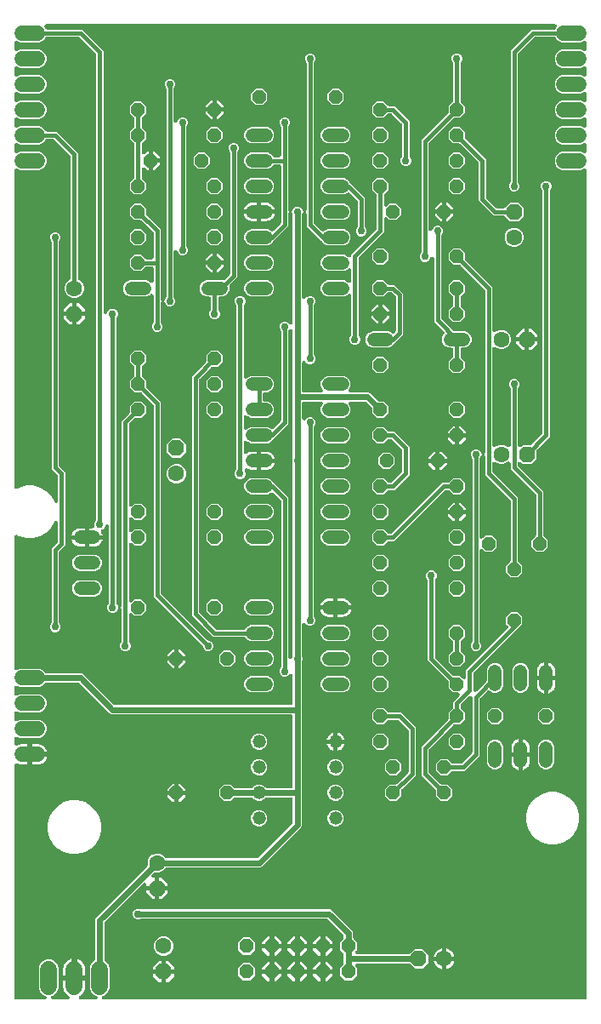
<source format=gbr>
G04 EAGLE Gerber RS-274X export*
G75*
%MOMM*%
%FSLAX34Y34*%
%LPD*%
%INBottom Copper*%
%IPPOS*%
%AMOC8*
5,1,8,0,0,1.08239X$1,22.5*%
G01*
%ADD10P,1.732040X8X22.500000*%
%ADD11C,1.600200*%
%ADD12P,1.732040X8X112.500000*%
%ADD13P,1.429621X8X202.500000*%
%ADD14P,1.429621X8X22.500000*%
%ADD15P,1.732040X8X292.500000*%
%ADD16P,1.429621X8X112.500000*%
%ADD17C,1.320800*%
%ADD18C,1.676400*%
%ADD19C,1.320800*%
%ADD20C,1.524000*%
%ADD21P,1.539592X8X202.500000*%
%ADD22P,1.732040X8X202.500000*%
%ADD23C,0.406400*%
%ADD24C,0.756400*%
%ADD25C,0.609600*%

G36*
X578376Y10163D02*
X578376Y10163D01*
X578394Y10161D01*
X578576Y10182D01*
X578759Y10201D01*
X578776Y10206D01*
X578793Y10208D01*
X578968Y10265D01*
X579144Y10319D01*
X579159Y10327D01*
X579176Y10333D01*
X579336Y10423D01*
X579498Y10511D01*
X579511Y10522D01*
X579527Y10531D01*
X579666Y10651D01*
X579807Y10768D01*
X579818Y10782D01*
X579832Y10794D01*
X579944Y10939D01*
X580059Y11082D01*
X580067Y11098D01*
X580078Y11112D01*
X580160Y11277D01*
X580245Y11439D01*
X580250Y11456D01*
X580258Y11472D01*
X580305Y11651D01*
X580356Y11826D01*
X580358Y11844D01*
X580362Y11861D01*
X580389Y12192D01*
X580389Y834768D01*
X580388Y834781D01*
X580389Y834795D01*
X580368Y834980D01*
X580349Y835168D01*
X580345Y835181D01*
X580344Y835195D01*
X580286Y835374D01*
X580231Y835553D01*
X580225Y835565D01*
X580221Y835578D01*
X580129Y835743D01*
X580039Y835907D01*
X580031Y835918D01*
X580024Y835929D01*
X579902Y836073D01*
X579782Y836217D01*
X579771Y836225D01*
X579763Y836235D01*
X579614Y836352D01*
X579468Y836469D01*
X579456Y836475D01*
X579446Y836483D01*
X579276Y836568D01*
X579111Y836655D01*
X579098Y836658D01*
X579086Y836664D01*
X578903Y836714D01*
X578724Y836766D01*
X578710Y836767D01*
X578697Y836771D01*
X578509Y836783D01*
X578322Y836799D01*
X578309Y836797D01*
X578296Y836798D01*
X578108Y836774D01*
X577923Y836752D01*
X577910Y836748D01*
X577897Y836746D01*
X577581Y836644D01*
X574589Y835405D01*
X555711Y835405D01*
X552350Y836797D01*
X549777Y839370D01*
X548385Y842731D01*
X548385Y846369D01*
X549777Y849730D01*
X552350Y852303D01*
X555711Y853695D01*
X574589Y853695D01*
X577581Y852456D01*
X577594Y852452D01*
X577605Y852445D01*
X577785Y852394D01*
X577966Y852339D01*
X577979Y852338D01*
X577992Y852334D01*
X578180Y852319D01*
X578367Y852301D01*
X578380Y852302D01*
X578394Y852301D01*
X578580Y852323D01*
X578767Y852343D01*
X578780Y852347D01*
X578793Y852348D01*
X578972Y852406D01*
X579152Y852462D01*
X579163Y852469D01*
X579176Y852473D01*
X579340Y852565D01*
X579505Y852656D01*
X579515Y852664D01*
X579527Y852671D01*
X579669Y852793D01*
X579813Y852915D01*
X579821Y852925D01*
X579832Y852934D01*
X579946Y853082D01*
X580064Y853230D01*
X580070Y853242D01*
X580078Y853252D01*
X580162Y853420D01*
X580248Y853588D01*
X580252Y853601D01*
X580258Y853613D01*
X580307Y853795D01*
X580358Y853975D01*
X580359Y853988D01*
X580362Y854001D01*
X580389Y854332D01*
X580389Y860168D01*
X580388Y860181D01*
X580389Y860195D01*
X580368Y860381D01*
X580349Y860568D01*
X580345Y860581D01*
X580344Y860595D01*
X580286Y860774D01*
X580231Y860953D01*
X580225Y860965D01*
X580221Y860978D01*
X580129Y861143D01*
X580039Y861307D01*
X580031Y861318D01*
X580024Y861329D01*
X579902Y861473D01*
X579782Y861617D01*
X579771Y861625D01*
X579763Y861635D01*
X579614Y861752D01*
X579468Y861869D01*
X579456Y861875D01*
X579446Y861883D01*
X579276Y861968D01*
X579111Y862055D01*
X579098Y862058D01*
X579086Y862064D01*
X578903Y862114D01*
X578724Y862166D01*
X578710Y862167D01*
X578697Y862171D01*
X578509Y862183D01*
X578322Y862199D01*
X578309Y862197D01*
X578296Y862198D01*
X578108Y862174D01*
X577923Y862152D01*
X577910Y862148D01*
X577897Y862146D01*
X577581Y862044D01*
X574589Y860805D01*
X555711Y860805D01*
X552350Y862197D01*
X549777Y864770D01*
X548385Y868131D01*
X548385Y871769D01*
X549777Y875130D01*
X552350Y877703D01*
X555711Y879095D01*
X574589Y879095D01*
X577581Y877856D01*
X577594Y877852D01*
X577605Y877845D01*
X577785Y877794D01*
X577966Y877739D01*
X577979Y877738D01*
X577992Y877734D01*
X578180Y877719D01*
X578367Y877701D01*
X578380Y877702D01*
X578394Y877701D01*
X578580Y877723D01*
X578767Y877743D01*
X578780Y877747D01*
X578793Y877748D01*
X578972Y877806D01*
X579152Y877862D01*
X579163Y877869D01*
X579176Y877873D01*
X579340Y877965D01*
X579505Y878056D01*
X579515Y878064D01*
X579527Y878071D01*
X579669Y878193D01*
X579813Y878315D01*
X579821Y878325D01*
X579832Y878334D01*
X579946Y878482D01*
X580064Y878630D01*
X580070Y878642D01*
X580078Y878652D01*
X580162Y878820D01*
X580248Y878988D01*
X580252Y879001D01*
X580258Y879013D01*
X580307Y879195D01*
X580358Y879375D01*
X580359Y879388D01*
X580362Y879401D01*
X580389Y879732D01*
X580389Y885568D01*
X580388Y885581D01*
X580389Y885595D01*
X580368Y885781D01*
X580349Y885968D01*
X580345Y885981D01*
X580344Y885995D01*
X580286Y886174D01*
X580231Y886353D01*
X580225Y886365D01*
X580221Y886378D01*
X580129Y886543D01*
X580039Y886707D01*
X580031Y886718D01*
X580024Y886729D01*
X579902Y886873D01*
X579782Y887017D01*
X579771Y887025D01*
X579763Y887035D01*
X579614Y887152D01*
X579468Y887269D01*
X579456Y887275D01*
X579446Y887283D01*
X579276Y887368D01*
X579111Y887455D01*
X579098Y887458D01*
X579086Y887464D01*
X578903Y887514D01*
X578724Y887566D01*
X578710Y887567D01*
X578697Y887571D01*
X578509Y887583D01*
X578322Y887599D01*
X578309Y887597D01*
X578296Y887598D01*
X578108Y887574D01*
X577923Y887552D01*
X577910Y887548D01*
X577897Y887546D01*
X577581Y887444D01*
X574589Y886205D01*
X555711Y886205D01*
X552350Y887597D01*
X549777Y890170D01*
X548385Y893531D01*
X548385Y897169D01*
X549777Y900530D01*
X552350Y903103D01*
X555711Y904495D01*
X574589Y904495D01*
X577581Y903256D01*
X577594Y903252D01*
X577605Y903245D01*
X577785Y903194D01*
X577966Y903139D01*
X577979Y903138D01*
X577992Y903134D01*
X578180Y903119D01*
X578367Y903101D01*
X578380Y903102D01*
X578394Y903101D01*
X578580Y903123D01*
X578767Y903143D01*
X578780Y903147D01*
X578793Y903148D01*
X578972Y903206D01*
X579152Y903262D01*
X579163Y903269D01*
X579176Y903273D01*
X579340Y903365D01*
X579505Y903456D01*
X579515Y903464D01*
X579527Y903471D01*
X579669Y903593D01*
X579813Y903715D01*
X579821Y903725D01*
X579832Y903734D01*
X579946Y903882D01*
X580064Y904030D01*
X580070Y904042D01*
X580078Y904052D01*
X580162Y904220D01*
X580248Y904388D01*
X580252Y904401D01*
X580258Y904413D01*
X580307Y904595D01*
X580358Y904775D01*
X580359Y904788D01*
X580362Y904801D01*
X580389Y905132D01*
X580389Y910968D01*
X580388Y910981D01*
X580389Y910995D01*
X580368Y911181D01*
X580349Y911368D01*
X580345Y911381D01*
X580344Y911395D01*
X580286Y911574D01*
X580231Y911753D01*
X580225Y911765D01*
X580221Y911778D01*
X580129Y911943D01*
X580039Y912107D01*
X580031Y912118D01*
X580024Y912129D01*
X579902Y912273D01*
X579782Y912417D01*
X579771Y912425D01*
X579763Y912435D01*
X579614Y912552D01*
X579468Y912669D01*
X579456Y912675D01*
X579446Y912683D01*
X579276Y912768D01*
X579111Y912855D01*
X579098Y912858D01*
X579086Y912864D01*
X578903Y912914D01*
X578724Y912966D01*
X578710Y912967D01*
X578697Y912971D01*
X578509Y912983D01*
X578322Y912999D01*
X578309Y912997D01*
X578296Y912998D01*
X578108Y912974D01*
X577923Y912952D01*
X577910Y912948D01*
X577897Y912946D01*
X577581Y912844D01*
X574589Y911605D01*
X555711Y911605D01*
X552350Y912997D01*
X549777Y915570D01*
X548385Y918931D01*
X548385Y922569D01*
X549777Y925930D01*
X552350Y928503D01*
X555711Y929895D01*
X574589Y929895D01*
X577581Y928656D01*
X577594Y928652D01*
X577605Y928645D01*
X577785Y928594D01*
X577966Y928539D01*
X577979Y928538D01*
X577992Y928534D01*
X578180Y928519D01*
X578367Y928501D01*
X578380Y928502D01*
X578394Y928501D01*
X578580Y928523D01*
X578767Y928543D01*
X578780Y928547D01*
X578793Y928548D01*
X578972Y928606D01*
X579152Y928662D01*
X579163Y928669D01*
X579176Y928673D01*
X579340Y928765D01*
X579505Y928856D01*
X579515Y928864D01*
X579527Y928871D01*
X579669Y928993D01*
X579813Y929115D01*
X579821Y929125D01*
X579832Y929134D01*
X579946Y929282D01*
X580064Y929430D01*
X580070Y929442D01*
X580078Y929452D01*
X580162Y929620D01*
X580248Y929788D01*
X580252Y929801D01*
X580258Y929813D01*
X580307Y929995D01*
X580358Y930175D01*
X580359Y930188D01*
X580362Y930201D01*
X580389Y930532D01*
X580389Y936368D01*
X580388Y936381D01*
X580389Y936395D01*
X580368Y936581D01*
X580349Y936768D01*
X580345Y936781D01*
X580344Y936795D01*
X580286Y936974D01*
X580231Y937153D01*
X580225Y937165D01*
X580221Y937178D01*
X580129Y937343D01*
X580039Y937507D01*
X580031Y937518D01*
X580024Y937529D01*
X579902Y937673D01*
X579782Y937817D01*
X579771Y937825D01*
X579763Y937835D01*
X579614Y937952D01*
X579468Y938069D01*
X579456Y938075D01*
X579446Y938083D01*
X579276Y938168D01*
X579111Y938255D01*
X579098Y938258D01*
X579086Y938264D01*
X578903Y938314D01*
X578724Y938366D01*
X578710Y938367D01*
X578697Y938371D01*
X578509Y938383D01*
X578322Y938399D01*
X578309Y938397D01*
X578296Y938398D01*
X578108Y938374D01*
X577923Y938352D01*
X577910Y938348D01*
X577897Y938346D01*
X577581Y938244D01*
X574589Y937005D01*
X555711Y937005D01*
X552350Y938397D01*
X549777Y940970D01*
X548385Y944331D01*
X548385Y947969D01*
X549777Y951330D01*
X552350Y953903D01*
X555711Y955295D01*
X574589Y955295D01*
X577581Y954056D01*
X577594Y954052D01*
X577605Y954045D01*
X577785Y953994D01*
X577966Y953939D01*
X577979Y953938D01*
X577992Y953934D01*
X578180Y953919D01*
X578367Y953901D01*
X578380Y953902D01*
X578394Y953901D01*
X578580Y953923D01*
X578767Y953943D01*
X578780Y953947D01*
X578793Y953948D01*
X578972Y954006D01*
X579152Y954062D01*
X579163Y954069D01*
X579176Y954073D01*
X579340Y954165D01*
X579505Y954256D01*
X579515Y954264D01*
X579527Y954271D01*
X579669Y954393D01*
X579813Y954515D01*
X579821Y954525D01*
X579832Y954534D01*
X579946Y954682D01*
X580064Y954830D01*
X580070Y954842D01*
X580078Y954852D01*
X580162Y955020D01*
X580248Y955188D01*
X580252Y955201D01*
X580258Y955213D01*
X580307Y955395D01*
X580358Y955575D01*
X580359Y955588D01*
X580362Y955601D01*
X580389Y955932D01*
X580389Y961768D01*
X580388Y961781D01*
X580389Y961795D01*
X580368Y961981D01*
X580349Y962168D01*
X580345Y962181D01*
X580344Y962195D01*
X580286Y962374D01*
X580231Y962553D01*
X580225Y962565D01*
X580221Y962578D01*
X580129Y962743D01*
X580039Y962907D01*
X580031Y962918D01*
X580024Y962929D01*
X579902Y963073D01*
X579782Y963217D01*
X579771Y963225D01*
X579763Y963235D01*
X579614Y963352D01*
X579468Y963469D01*
X579456Y963475D01*
X579446Y963483D01*
X579276Y963568D01*
X579111Y963655D01*
X579098Y963658D01*
X579086Y963664D01*
X578903Y963714D01*
X578724Y963766D01*
X578710Y963767D01*
X578697Y963771D01*
X578509Y963783D01*
X578322Y963799D01*
X578309Y963797D01*
X578296Y963798D01*
X578108Y963774D01*
X577923Y963752D01*
X577910Y963748D01*
X577897Y963746D01*
X577581Y963644D01*
X574589Y962405D01*
X555711Y962405D01*
X552350Y963797D01*
X549777Y966370D01*
X549624Y966739D01*
X549614Y966759D01*
X549607Y966780D01*
X549519Y966936D01*
X549434Y967094D01*
X549420Y967111D01*
X549409Y967131D01*
X549292Y967267D01*
X549178Y967405D01*
X549161Y967419D01*
X549146Y967436D01*
X549005Y967545D01*
X548865Y967658D01*
X548845Y967669D01*
X548828Y967682D01*
X548668Y967762D01*
X548509Y967845D01*
X548487Y967852D01*
X548467Y967862D01*
X548294Y967908D01*
X548122Y967958D01*
X548100Y967960D01*
X548079Y967966D01*
X547748Y967993D01*
X529365Y967993D01*
X529338Y967991D01*
X529311Y967993D01*
X529137Y967971D01*
X528964Y967953D01*
X528938Y967946D01*
X528912Y967942D01*
X528746Y967886D01*
X528579Y967835D01*
X528555Y967822D01*
X528530Y967814D01*
X528379Y967727D01*
X528225Y967643D01*
X528205Y967626D01*
X528181Y967613D01*
X527928Y967398D01*
X512152Y951622D01*
X512135Y951601D01*
X512114Y951583D01*
X512007Y951446D01*
X511897Y951310D01*
X511884Y951287D01*
X511868Y951265D01*
X511790Y951108D01*
X511708Y950954D01*
X511700Y950929D01*
X511688Y950905D01*
X511643Y950735D01*
X511593Y950569D01*
X511591Y950542D01*
X511584Y950516D01*
X511557Y950185D01*
X511557Y823940D01*
X511559Y823913D01*
X511557Y823886D01*
X511579Y823712D01*
X511597Y823539D01*
X511604Y823513D01*
X511608Y823487D01*
X511663Y823321D01*
X511715Y823154D01*
X511728Y823130D01*
X511736Y823105D01*
X511823Y822953D01*
X511907Y822800D01*
X511924Y822779D01*
X511937Y822756D01*
X512152Y822503D01*
X512499Y822156D01*
X513307Y820206D01*
X513307Y818094D01*
X512499Y816144D01*
X511006Y814651D01*
X510346Y814378D01*
X509056Y813843D01*
X506944Y813843D01*
X504994Y814651D01*
X503501Y816144D01*
X502693Y818094D01*
X502693Y820206D01*
X503501Y822156D01*
X503848Y822503D01*
X503865Y822524D01*
X503886Y822541D01*
X503993Y822679D01*
X504103Y822815D01*
X504116Y822838D01*
X504132Y822859D01*
X504210Y823016D01*
X504292Y823170D01*
X504300Y823196D01*
X504312Y823220D01*
X504357Y823389D01*
X504407Y823556D01*
X504409Y823583D01*
X504416Y823609D01*
X504443Y823940D01*
X504443Y953973D01*
X507122Y956652D01*
X522898Y972428D01*
X525577Y975107D01*
X547748Y975107D01*
X547770Y975109D01*
X547792Y975107D01*
X547970Y975129D01*
X548148Y975147D01*
X548170Y975153D01*
X548192Y975156D01*
X548362Y975212D01*
X548533Y975265D01*
X548553Y975275D01*
X548574Y975282D01*
X548730Y975371D01*
X548887Y975457D01*
X548905Y975471D01*
X548924Y975482D01*
X549059Y975600D01*
X549197Y975714D01*
X549211Y975732D01*
X549227Y975746D01*
X549337Y975889D01*
X549449Y976028D01*
X549459Y976048D01*
X549473Y976066D01*
X549624Y976361D01*
X549777Y976730D01*
X550012Y976965D01*
X550018Y976972D01*
X550025Y976977D01*
X550146Y977128D01*
X550267Y977276D01*
X550271Y977284D01*
X550277Y977291D01*
X550366Y977463D01*
X550456Y977632D01*
X550458Y977640D01*
X550463Y977649D01*
X550516Y977833D01*
X550570Y978018D01*
X550571Y978027D01*
X550574Y978036D01*
X550589Y978226D01*
X550607Y978419D01*
X550606Y978428D01*
X550607Y978437D01*
X550584Y978628D01*
X550563Y978819D01*
X550561Y978828D01*
X550560Y978837D01*
X550500Y979018D01*
X550442Y979203D01*
X550438Y979211D01*
X550435Y979219D01*
X550340Y979387D01*
X550247Y979555D01*
X550241Y979562D01*
X550237Y979570D01*
X550111Y979716D01*
X549987Y979862D01*
X549980Y979868D01*
X549974Y979875D01*
X549823Y979992D01*
X549671Y980112D01*
X549663Y980116D01*
X549655Y980121D01*
X549483Y980207D01*
X549312Y980294D01*
X549303Y980297D01*
X549295Y980301D01*
X549107Y980351D01*
X548924Y980402D01*
X548915Y980403D01*
X548906Y980405D01*
X548575Y980432D01*
X42060Y980346D01*
X42051Y980346D01*
X42042Y980346D01*
X41852Y980326D01*
X41659Y980306D01*
X41651Y980304D01*
X41642Y980303D01*
X41458Y980245D01*
X41274Y980188D01*
X41267Y980184D01*
X41258Y980181D01*
X41089Y980088D01*
X40920Y979996D01*
X40914Y979991D01*
X40906Y979987D01*
X40758Y979861D01*
X40611Y979739D01*
X40606Y979732D01*
X40599Y979726D01*
X40479Y979575D01*
X40359Y979425D01*
X40355Y979417D01*
X40349Y979410D01*
X40262Y979239D01*
X40173Y979067D01*
X40171Y979059D01*
X40167Y979051D01*
X40115Y978866D01*
X40062Y978681D01*
X40061Y978672D01*
X40059Y978663D01*
X40045Y978471D01*
X40029Y978279D01*
X40030Y978271D01*
X40030Y978262D01*
X40054Y978071D01*
X40076Y977879D01*
X40079Y977871D01*
X40080Y977862D01*
X40141Y977680D01*
X40201Y977497D01*
X40205Y977489D01*
X40208Y977481D01*
X40304Y977314D01*
X40399Y977146D01*
X40405Y977139D01*
X40409Y977132D01*
X40624Y976879D01*
X40773Y976730D01*
X40926Y976361D01*
X40936Y976341D01*
X40943Y976320D01*
X41031Y976164D01*
X41116Y976006D01*
X41130Y975989D01*
X41141Y975969D01*
X41258Y975833D01*
X41372Y975695D01*
X41389Y975681D01*
X41404Y975664D01*
X41545Y975555D01*
X41685Y975442D01*
X41705Y975431D01*
X41722Y975418D01*
X41882Y975338D01*
X42041Y975255D01*
X42063Y975248D01*
X42083Y975238D01*
X42256Y975192D01*
X42428Y975142D01*
X42450Y975140D01*
X42471Y975134D01*
X42802Y975107D01*
X77673Y975107D01*
X98807Y953973D01*
X98807Y694155D01*
X98807Y694151D01*
X98807Y694146D01*
X98827Y693952D01*
X98847Y693754D01*
X98848Y693750D01*
X98848Y693746D01*
X98907Y693558D01*
X98965Y693370D01*
X98967Y693366D01*
X98968Y693361D01*
X99064Y693187D01*
X99157Y693016D01*
X99159Y693012D01*
X99162Y693008D01*
X99290Y692855D01*
X99414Y692706D01*
X99418Y692704D01*
X99421Y692700D01*
X99576Y692577D01*
X99728Y692454D01*
X99732Y692452D01*
X99736Y692449D01*
X99915Y692357D01*
X100085Y692268D01*
X100090Y692267D01*
X100094Y692265D01*
X100287Y692210D01*
X100472Y692157D01*
X100477Y692157D01*
X100481Y692155D01*
X100677Y692140D01*
X100874Y692124D01*
X100878Y692125D01*
X100882Y692124D01*
X101076Y692148D01*
X101273Y692171D01*
X101278Y692172D01*
X101282Y692173D01*
X101467Y692234D01*
X101656Y692296D01*
X101660Y692298D01*
X101664Y692300D01*
X101833Y692396D01*
X102007Y692494D01*
X102010Y692497D01*
X102014Y692499D01*
X102161Y692627D01*
X102311Y692757D01*
X102314Y692761D01*
X102318Y692763D01*
X102438Y692920D01*
X102558Y693075D01*
X102560Y693079D01*
X102563Y693083D01*
X102715Y693378D01*
X103451Y695156D01*
X104944Y696649D01*
X105505Y696881D01*
X106894Y697457D01*
X109006Y697457D01*
X110956Y696649D01*
X112449Y695156D01*
X113257Y693206D01*
X113257Y691094D01*
X112449Y689144D01*
X112102Y688797D01*
X112085Y688776D01*
X112064Y688759D01*
X111957Y688621D01*
X111847Y688485D01*
X111834Y688462D01*
X111818Y688441D01*
X111740Y688284D01*
X111658Y688130D01*
X111650Y688104D01*
X111638Y688080D01*
X111593Y687911D01*
X111543Y687744D01*
X111541Y687717D01*
X111534Y687691D01*
X111507Y687360D01*
X111507Y404840D01*
X111509Y404813D01*
X111507Y404786D01*
X111529Y404612D01*
X111547Y404439D01*
X111554Y404413D01*
X111558Y404387D01*
X111613Y404221D01*
X111665Y404054D01*
X111678Y404030D01*
X111686Y404005D01*
X111773Y403853D01*
X111857Y403700D01*
X111874Y403679D01*
X111887Y403656D01*
X112102Y403403D01*
X112449Y403056D01*
X113185Y401278D01*
X113188Y401274D01*
X113189Y401270D01*
X113282Y401098D01*
X113376Y400923D01*
X113378Y400919D01*
X113381Y400916D01*
X113506Y400765D01*
X113632Y400613D01*
X113635Y400610D01*
X113638Y400606D01*
X113791Y400483D01*
X113945Y400359D01*
X113949Y400357D01*
X113952Y400354D01*
X114125Y400264D01*
X114301Y400172D01*
X114305Y400170D01*
X114309Y400168D01*
X114497Y400114D01*
X114688Y400059D01*
X114692Y400058D01*
X114696Y400057D01*
X114796Y400049D01*
X114627Y400029D01*
X114622Y400028D01*
X114618Y400027D01*
X114433Y399966D01*
X114244Y399904D01*
X114240Y399902D01*
X114236Y399900D01*
X114066Y399804D01*
X113893Y399706D01*
X113890Y399703D01*
X113886Y399701D01*
X113739Y399573D01*
X113589Y399443D01*
X113586Y399439D01*
X113582Y399437D01*
X113462Y399280D01*
X113342Y399125D01*
X113340Y399121D01*
X113337Y399117D01*
X113185Y398822D01*
X112449Y397044D01*
X110956Y395551D01*
X109006Y394743D01*
X106894Y394743D01*
X104944Y395551D01*
X103451Y397044D01*
X102643Y398994D01*
X102643Y401106D01*
X103451Y403056D01*
X103798Y403403D01*
X103815Y403424D01*
X103836Y403441D01*
X103943Y403579D01*
X104053Y403715D01*
X104066Y403738D01*
X104082Y403759D01*
X104160Y403916D01*
X104242Y404070D01*
X104250Y404096D01*
X104262Y404120D01*
X104307Y404289D01*
X104357Y404456D01*
X104359Y404483D01*
X104366Y404509D01*
X104393Y404840D01*
X104393Y480595D01*
X104393Y480599D01*
X104393Y480604D01*
X104373Y480796D01*
X104353Y480996D01*
X104352Y481000D01*
X104352Y481004D01*
X104293Y481192D01*
X104235Y481380D01*
X104233Y481384D01*
X104232Y481389D01*
X104136Y481563D01*
X104043Y481734D01*
X104041Y481738D01*
X104038Y481742D01*
X103910Y481894D01*
X103786Y482044D01*
X103782Y482046D01*
X103779Y482050D01*
X103624Y482173D01*
X103472Y482296D01*
X103468Y482298D01*
X103464Y482301D01*
X103286Y482393D01*
X103115Y482482D01*
X103110Y482483D01*
X103106Y482485D01*
X102913Y482540D01*
X102728Y482593D01*
X102723Y482593D01*
X102719Y482595D01*
X102523Y482610D01*
X102326Y482626D01*
X102322Y482625D01*
X102318Y482626D01*
X102124Y482602D01*
X101927Y482579D01*
X101922Y482578D01*
X101918Y482577D01*
X101733Y482516D01*
X101544Y482454D01*
X101540Y482452D01*
X101536Y482450D01*
X101366Y482354D01*
X101193Y482256D01*
X101190Y482253D01*
X101186Y482251D01*
X101039Y482123D01*
X100889Y481993D01*
X100886Y481989D01*
X100882Y481987D01*
X100761Y481829D01*
X100642Y481675D01*
X100640Y481671D01*
X100637Y481667D01*
X100485Y481372D01*
X99749Y479594D01*
X98256Y478101D01*
X97749Y477891D01*
X97700Y477865D01*
X97647Y477846D01*
X97522Y477770D01*
X97394Y477701D01*
X97351Y477665D01*
X97303Y477637D01*
X97196Y477538D01*
X97083Y477444D01*
X97048Y477401D01*
X97007Y477364D01*
X96922Y477245D01*
X96830Y477132D01*
X96804Y477083D01*
X96771Y477038D01*
X96710Y476905D01*
X96643Y476775D01*
X96627Y476722D01*
X96604Y476671D01*
X96571Y476529D01*
X96529Y476389D01*
X96525Y476333D01*
X96512Y476279D01*
X96507Y476133D01*
X96495Y475988D01*
X96501Y475933D01*
X96499Y475877D01*
X96524Y475733D01*
X96540Y475588D01*
X96557Y475535D01*
X96566Y475480D01*
X96618Y475343D01*
X96663Y475204D01*
X96690Y475156D01*
X96710Y475104D01*
X96822Y474920D01*
X96860Y474853D01*
X96871Y474839D01*
X96883Y474820D01*
X96975Y474693D01*
X97629Y473410D01*
X98074Y472041D01*
X98091Y471931D01*
X84581Y471931D01*
X84581Y479045D01*
X87939Y479045D01*
X87952Y479046D01*
X87966Y479045D01*
X88152Y479066D01*
X88339Y479085D01*
X88352Y479089D01*
X88366Y479090D01*
X88544Y479148D01*
X88724Y479203D01*
X88736Y479209D01*
X88749Y479213D01*
X88913Y479305D01*
X89078Y479395D01*
X89089Y479403D01*
X89101Y479410D01*
X89244Y479533D01*
X89388Y479652D01*
X89396Y479663D01*
X89407Y479672D01*
X89523Y479820D01*
X89640Y479966D01*
X89646Y479978D01*
X89655Y479989D01*
X89739Y480157D01*
X89825Y480323D01*
X89829Y480336D01*
X89835Y480349D01*
X89885Y480530D01*
X89937Y480710D01*
X89938Y480724D01*
X89941Y480737D01*
X89954Y480924D01*
X89970Y481112D01*
X89968Y481125D01*
X89969Y481139D01*
X89945Y481325D01*
X89943Y481336D01*
X89943Y483656D01*
X90751Y485606D01*
X91098Y485953D01*
X91115Y485974D01*
X91136Y485991D01*
X91243Y486129D01*
X91353Y486265D01*
X91366Y486288D01*
X91382Y486309D01*
X91460Y486466D01*
X91542Y486620D01*
X91550Y486646D01*
X91562Y486670D01*
X91607Y486839D01*
X91657Y487006D01*
X91659Y487033D01*
X91666Y487059D01*
X91693Y487390D01*
X91693Y950185D01*
X91691Y950212D01*
X91693Y950239D01*
X91671Y950413D01*
X91653Y950586D01*
X91646Y950611D01*
X91642Y950638D01*
X91587Y950804D01*
X91535Y950971D01*
X91522Y950994D01*
X91514Y951020D01*
X91427Y951171D01*
X91343Y951325D01*
X91326Y951345D01*
X91313Y951369D01*
X91098Y951622D01*
X75322Y967398D01*
X75301Y967415D01*
X75283Y967436D01*
X75146Y967543D01*
X75010Y967653D01*
X74987Y967666D01*
X74965Y967682D01*
X74808Y967760D01*
X74654Y967842D01*
X74629Y967850D01*
X74605Y967862D01*
X74435Y967907D01*
X74269Y967957D01*
X74242Y967959D01*
X74216Y967966D01*
X73885Y967993D01*
X42802Y967993D01*
X42780Y967991D01*
X42758Y967993D01*
X42580Y967971D01*
X42402Y967953D01*
X42380Y967947D01*
X42358Y967944D01*
X42188Y967888D01*
X42017Y967835D01*
X41997Y967825D01*
X41976Y967818D01*
X41820Y967729D01*
X41663Y967643D01*
X41645Y967629D01*
X41626Y967618D01*
X41491Y967500D01*
X41353Y967386D01*
X41339Y967368D01*
X41323Y967354D01*
X41213Y967211D01*
X41101Y967072D01*
X41091Y967052D01*
X41077Y967034D01*
X40926Y966739D01*
X40773Y966370D01*
X38200Y963797D01*
X34839Y962405D01*
X15961Y962405D01*
X12969Y963644D01*
X12956Y963648D01*
X12945Y963655D01*
X12765Y963706D01*
X12584Y963761D01*
X12571Y963762D01*
X12558Y963766D01*
X12370Y963781D01*
X12183Y963799D01*
X12170Y963798D01*
X12156Y963799D01*
X11970Y963777D01*
X11783Y963757D01*
X11770Y963753D01*
X11757Y963752D01*
X11578Y963694D01*
X11398Y963638D01*
X11387Y963631D01*
X11374Y963627D01*
X11210Y963535D01*
X11045Y963444D01*
X11035Y963436D01*
X11023Y963429D01*
X10881Y963307D01*
X10737Y963185D01*
X10729Y963175D01*
X10718Y963166D01*
X10604Y963018D01*
X10486Y962870D01*
X10480Y962858D01*
X10472Y962848D01*
X10388Y962680D01*
X10302Y962512D01*
X10298Y962499D01*
X10292Y962487D01*
X10243Y962305D01*
X10192Y962125D01*
X10191Y962112D01*
X10188Y962099D01*
X10161Y961768D01*
X10161Y955932D01*
X10162Y955919D01*
X10161Y955905D01*
X10182Y955719D01*
X10201Y955532D01*
X10205Y955519D01*
X10206Y955505D01*
X10264Y955326D01*
X10319Y955147D01*
X10325Y955135D01*
X10329Y955122D01*
X10421Y954957D01*
X10511Y954793D01*
X10519Y954782D01*
X10526Y954771D01*
X10648Y954627D01*
X10768Y954483D01*
X10779Y954475D01*
X10787Y954465D01*
X10936Y954348D01*
X11082Y954231D01*
X11094Y954225D01*
X11104Y954217D01*
X11274Y954132D01*
X11439Y954045D01*
X11452Y954042D01*
X11464Y954036D01*
X11647Y953986D01*
X11826Y953934D01*
X11840Y953933D01*
X11853Y953929D01*
X12041Y953917D01*
X12228Y953901D01*
X12241Y953903D01*
X12254Y953902D01*
X12442Y953926D01*
X12627Y953948D01*
X12640Y953952D01*
X12653Y953954D01*
X12969Y954056D01*
X15961Y955295D01*
X34839Y955295D01*
X38200Y953903D01*
X40773Y951330D01*
X42165Y947969D01*
X42165Y944331D01*
X40773Y940970D01*
X38200Y938397D01*
X34839Y937005D01*
X15961Y937005D01*
X12969Y938244D01*
X12956Y938248D01*
X12945Y938255D01*
X12765Y938306D01*
X12584Y938361D01*
X12571Y938362D01*
X12558Y938366D01*
X12370Y938381D01*
X12183Y938399D01*
X12170Y938398D01*
X12156Y938399D01*
X11970Y938377D01*
X11783Y938357D01*
X11770Y938353D01*
X11757Y938352D01*
X11578Y938294D01*
X11398Y938238D01*
X11387Y938231D01*
X11374Y938227D01*
X11210Y938135D01*
X11045Y938044D01*
X11035Y938036D01*
X11023Y938029D01*
X10881Y937907D01*
X10737Y937785D01*
X10729Y937775D01*
X10718Y937766D01*
X10604Y937618D01*
X10486Y937470D01*
X10480Y937458D01*
X10472Y937448D01*
X10388Y937280D01*
X10302Y937112D01*
X10298Y937099D01*
X10292Y937087D01*
X10243Y936905D01*
X10192Y936725D01*
X10191Y936712D01*
X10188Y936699D01*
X10161Y936368D01*
X10161Y930532D01*
X10162Y930519D01*
X10161Y930505D01*
X10182Y930319D01*
X10201Y930132D01*
X10205Y930119D01*
X10206Y930105D01*
X10264Y929926D01*
X10319Y929747D01*
X10325Y929735D01*
X10329Y929722D01*
X10421Y929557D01*
X10511Y929393D01*
X10519Y929382D01*
X10526Y929371D01*
X10648Y929227D01*
X10768Y929083D01*
X10779Y929075D01*
X10787Y929065D01*
X10936Y928948D01*
X11082Y928831D01*
X11094Y928825D01*
X11104Y928817D01*
X11274Y928732D01*
X11439Y928645D01*
X11452Y928642D01*
X11464Y928636D01*
X11647Y928586D01*
X11826Y928534D01*
X11840Y928533D01*
X11853Y928529D01*
X12041Y928517D01*
X12228Y928501D01*
X12241Y928503D01*
X12254Y928502D01*
X12442Y928526D01*
X12627Y928548D01*
X12640Y928552D01*
X12653Y928554D01*
X12969Y928656D01*
X15961Y929895D01*
X34839Y929895D01*
X38200Y928503D01*
X40773Y925930D01*
X42165Y922569D01*
X42165Y918931D01*
X40773Y915570D01*
X38200Y912997D01*
X35497Y911878D01*
X34839Y911605D01*
X15961Y911605D01*
X12969Y912844D01*
X12956Y912848D01*
X12945Y912855D01*
X12765Y912906D01*
X12584Y912961D01*
X12571Y912962D01*
X12558Y912966D01*
X12370Y912981D01*
X12183Y912999D01*
X12170Y912998D01*
X12156Y912999D01*
X11970Y912977D01*
X11783Y912957D01*
X11770Y912953D01*
X11757Y912952D01*
X11578Y912894D01*
X11398Y912838D01*
X11387Y912831D01*
X11374Y912827D01*
X11210Y912735D01*
X11045Y912644D01*
X11035Y912636D01*
X11023Y912629D01*
X10881Y912507D01*
X10737Y912385D01*
X10729Y912375D01*
X10718Y912366D01*
X10604Y912218D01*
X10486Y912070D01*
X10480Y912058D01*
X10472Y912048D01*
X10388Y911880D01*
X10302Y911712D01*
X10298Y911699D01*
X10292Y911687D01*
X10243Y911505D01*
X10192Y911325D01*
X10191Y911312D01*
X10188Y911299D01*
X10161Y910968D01*
X10161Y905132D01*
X10162Y905119D01*
X10161Y905105D01*
X10182Y904919D01*
X10201Y904732D01*
X10205Y904719D01*
X10206Y904705D01*
X10264Y904526D01*
X10319Y904347D01*
X10325Y904335D01*
X10329Y904322D01*
X10421Y904157D01*
X10511Y903993D01*
X10519Y903982D01*
X10526Y903971D01*
X10648Y903827D01*
X10768Y903683D01*
X10779Y903675D01*
X10787Y903665D01*
X10936Y903548D01*
X11082Y903431D01*
X11094Y903425D01*
X11104Y903417D01*
X11274Y903332D01*
X11439Y903245D01*
X11452Y903242D01*
X11464Y903236D01*
X11647Y903186D01*
X11826Y903134D01*
X11840Y903133D01*
X11853Y903129D01*
X12041Y903117D01*
X12228Y903101D01*
X12241Y903103D01*
X12254Y903102D01*
X12442Y903126D01*
X12627Y903148D01*
X12640Y903152D01*
X12653Y903154D01*
X12969Y903256D01*
X15961Y904495D01*
X34839Y904495D01*
X38200Y903103D01*
X40773Y900530D01*
X42165Y897169D01*
X42165Y893531D01*
X40773Y890170D01*
X38200Y887597D01*
X34839Y886205D01*
X15961Y886205D01*
X12969Y887444D01*
X12956Y887448D01*
X12945Y887455D01*
X12765Y887506D01*
X12584Y887561D01*
X12571Y887562D01*
X12558Y887566D01*
X12370Y887581D01*
X12183Y887599D01*
X12170Y887598D01*
X12156Y887599D01*
X11970Y887577D01*
X11783Y887557D01*
X11770Y887553D01*
X11757Y887552D01*
X11578Y887494D01*
X11398Y887438D01*
X11387Y887431D01*
X11374Y887427D01*
X11210Y887335D01*
X11045Y887244D01*
X11035Y887236D01*
X11023Y887229D01*
X10881Y887107D01*
X10737Y886985D01*
X10729Y886975D01*
X10718Y886966D01*
X10604Y886818D01*
X10486Y886670D01*
X10480Y886658D01*
X10472Y886648D01*
X10388Y886480D01*
X10302Y886312D01*
X10298Y886299D01*
X10292Y886287D01*
X10243Y886104D01*
X10192Y885925D01*
X10191Y885912D01*
X10188Y885899D01*
X10161Y885568D01*
X10161Y879732D01*
X10162Y879719D01*
X10161Y879705D01*
X10182Y879519D01*
X10201Y879332D01*
X10205Y879319D01*
X10206Y879305D01*
X10264Y879126D01*
X10319Y878947D01*
X10325Y878935D01*
X10329Y878922D01*
X10421Y878757D01*
X10511Y878593D01*
X10519Y878582D01*
X10526Y878571D01*
X10648Y878427D01*
X10768Y878283D01*
X10779Y878275D01*
X10787Y878265D01*
X10936Y878148D01*
X11082Y878031D01*
X11094Y878025D01*
X11104Y878017D01*
X11274Y877932D01*
X11439Y877845D01*
X11452Y877842D01*
X11464Y877836D01*
X11647Y877786D01*
X11826Y877734D01*
X11840Y877733D01*
X11853Y877729D01*
X12041Y877717D01*
X12228Y877701D01*
X12241Y877703D01*
X12254Y877702D01*
X12442Y877726D01*
X12627Y877748D01*
X12640Y877752D01*
X12653Y877754D01*
X12969Y877856D01*
X15961Y879095D01*
X34839Y879095D01*
X38200Y877703D01*
X40773Y875130D01*
X40926Y874761D01*
X40936Y874741D01*
X40943Y874720D01*
X41031Y874564D01*
X41116Y874406D01*
X41130Y874389D01*
X41141Y874369D01*
X41258Y874233D01*
X41372Y874095D01*
X41389Y874081D01*
X41404Y874064D01*
X41545Y873955D01*
X41685Y873842D01*
X41705Y873831D01*
X41722Y873818D01*
X41882Y873738D01*
X42041Y873655D01*
X42063Y873648D01*
X42083Y873638D01*
X42256Y873592D01*
X42428Y873542D01*
X42450Y873540D01*
X42471Y873534D01*
X42802Y873507D01*
X52273Y873507D01*
X73407Y852373D01*
X73407Y727745D01*
X73409Y727722D01*
X73407Y727700D01*
X73429Y727523D01*
X73447Y727344D01*
X73453Y727323D01*
X73456Y727300D01*
X73512Y727131D01*
X73565Y726959D01*
X73575Y726939D01*
X73582Y726918D01*
X73671Y726763D01*
X73757Y726605D01*
X73771Y726588D01*
X73782Y726569D01*
X73900Y726433D01*
X74014Y726296D01*
X74032Y726282D01*
X74046Y726265D01*
X74188Y726156D01*
X74328Y726043D01*
X74348Y726033D01*
X74366Y726020D01*
X74661Y725868D01*
X75246Y725626D01*
X77926Y722946D01*
X79376Y719445D01*
X79376Y715655D01*
X77926Y712154D01*
X75246Y709474D01*
X71745Y708024D01*
X67955Y708024D01*
X64454Y709474D01*
X61774Y712154D01*
X60324Y715655D01*
X60324Y719445D01*
X61774Y722946D01*
X64454Y725626D01*
X65039Y725868D01*
X65059Y725878D01*
X65080Y725885D01*
X65236Y725974D01*
X65394Y726058D01*
X65411Y726072D01*
X65431Y726083D01*
X65566Y726200D01*
X65705Y726315D01*
X65719Y726332D01*
X65736Y726346D01*
X65845Y726488D01*
X65958Y726627D01*
X65969Y726647D01*
X65982Y726665D01*
X66062Y726825D01*
X66145Y726984D01*
X66152Y727005D01*
X66162Y727025D01*
X66208Y727199D01*
X66258Y727370D01*
X66260Y727392D01*
X66266Y727414D01*
X66293Y727745D01*
X66293Y848585D01*
X66291Y848612D01*
X66293Y848639D01*
X66271Y848812D01*
X66253Y848986D01*
X66246Y849011D01*
X66242Y849038D01*
X66187Y849204D01*
X66135Y849371D01*
X66122Y849394D01*
X66114Y849420D01*
X66027Y849571D01*
X65943Y849725D01*
X65926Y849745D01*
X65913Y849769D01*
X65698Y850022D01*
X49922Y865798D01*
X49901Y865815D01*
X49883Y865836D01*
X49746Y865943D01*
X49610Y866053D01*
X49587Y866066D01*
X49565Y866082D01*
X49408Y866160D01*
X49254Y866242D01*
X49229Y866250D01*
X49205Y866262D01*
X49035Y866307D01*
X48869Y866357D01*
X48842Y866359D01*
X48816Y866366D01*
X48485Y866393D01*
X42802Y866393D01*
X42780Y866391D01*
X42758Y866393D01*
X42580Y866371D01*
X42402Y866353D01*
X42380Y866347D01*
X42358Y866344D01*
X42188Y866288D01*
X42017Y866235D01*
X41997Y866225D01*
X41976Y866218D01*
X41820Y866129D01*
X41663Y866043D01*
X41645Y866029D01*
X41626Y866018D01*
X41491Y865900D01*
X41353Y865786D01*
X41339Y865768D01*
X41323Y865754D01*
X41213Y865611D01*
X41101Y865472D01*
X41091Y865452D01*
X41077Y865434D01*
X40926Y865139D01*
X40773Y864770D01*
X38200Y862197D01*
X34839Y860805D01*
X15961Y860805D01*
X12969Y862044D01*
X12956Y862048D01*
X12945Y862055D01*
X12765Y862106D01*
X12584Y862161D01*
X12571Y862162D01*
X12558Y862166D01*
X12370Y862181D01*
X12183Y862199D01*
X12170Y862198D01*
X12156Y862199D01*
X11970Y862177D01*
X11783Y862157D01*
X11770Y862153D01*
X11757Y862152D01*
X11578Y862094D01*
X11398Y862038D01*
X11387Y862031D01*
X11374Y862027D01*
X11210Y861935D01*
X11045Y861844D01*
X11035Y861836D01*
X11023Y861829D01*
X10881Y861707D01*
X10737Y861585D01*
X10729Y861575D01*
X10718Y861566D01*
X10604Y861418D01*
X10486Y861270D01*
X10480Y861258D01*
X10472Y861248D01*
X10388Y861080D01*
X10302Y860912D01*
X10298Y860899D01*
X10292Y860887D01*
X10243Y860705D01*
X10192Y860525D01*
X10191Y860512D01*
X10188Y860499D01*
X10161Y860168D01*
X10161Y854332D01*
X10162Y854319D01*
X10161Y854305D01*
X10182Y854119D01*
X10201Y853932D01*
X10205Y853919D01*
X10206Y853905D01*
X10264Y853726D01*
X10319Y853547D01*
X10325Y853535D01*
X10329Y853522D01*
X10421Y853357D01*
X10511Y853193D01*
X10519Y853182D01*
X10526Y853171D01*
X10648Y853027D01*
X10768Y852883D01*
X10779Y852875D01*
X10787Y852865D01*
X10936Y852748D01*
X11082Y852631D01*
X11094Y852625D01*
X11104Y852617D01*
X11274Y852532D01*
X11439Y852445D01*
X11452Y852442D01*
X11464Y852436D01*
X11647Y852386D01*
X11826Y852334D01*
X11840Y852333D01*
X11853Y852329D01*
X12041Y852317D01*
X12228Y852301D01*
X12241Y852303D01*
X12254Y852302D01*
X12442Y852326D01*
X12627Y852348D01*
X12640Y852352D01*
X12653Y852354D01*
X12969Y852456D01*
X15961Y853695D01*
X34839Y853695D01*
X38200Y852303D01*
X40773Y849730D01*
X42165Y846369D01*
X42165Y842731D01*
X40773Y839370D01*
X38200Y836797D01*
X34839Y835405D01*
X15961Y835405D01*
X12969Y836644D01*
X12956Y836648D01*
X12945Y836655D01*
X12765Y836706D01*
X12584Y836761D01*
X12571Y836762D01*
X12558Y836766D01*
X12370Y836781D01*
X12183Y836799D01*
X12170Y836798D01*
X12156Y836799D01*
X11970Y836777D01*
X11783Y836757D01*
X11770Y836753D01*
X11757Y836752D01*
X11578Y836694D01*
X11398Y836638D01*
X11387Y836631D01*
X11374Y836627D01*
X11210Y836535D01*
X11045Y836444D01*
X11035Y836436D01*
X11023Y836429D01*
X10881Y836307D01*
X10737Y836185D01*
X10729Y836175D01*
X10718Y836166D01*
X10604Y836018D01*
X10486Y835870D01*
X10480Y835858D01*
X10472Y835848D01*
X10388Y835680D01*
X10302Y835512D01*
X10298Y835499D01*
X10292Y835487D01*
X10243Y835305D01*
X10192Y835125D01*
X10191Y835112D01*
X10188Y835099D01*
X10161Y834768D01*
X10161Y520230D01*
X10175Y520084D01*
X10182Y519938D01*
X10195Y519884D01*
X10201Y519829D01*
X10244Y519690D01*
X10279Y519548D01*
X10302Y519498D01*
X10319Y519444D01*
X10388Y519316D01*
X10451Y519184D01*
X10484Y519139D01*
X10511Y519090D01*
X10604Y518978D01*
X10691Y518861D01*
X10733Y518824D01*
X10768Y518781D01*
X10882Y518690D01*
X10991Y518592D01*
X11039Y518564D01*
X11082Y518529D01*
X11212Y518461D01*
X11338Y518387D01*
X11390Y518369D01*
X11439Y518343D01*
X11580Y518303D01*
X11718Y518255D01*
X11773Y518247D01*
X11826Y518232D01*
X11972Y518220D01*
X12117Y518200D01*
X12172Y518204D01*
X12228Y518199D01*
X12373Y518216D01*
X12519Y518225D01*
X12572Y518239D01*
X12627Y518246D01*
X12766Y518291D01*
X12908Y518329D01*
X12965Y518356D01*
X13010Y518371D01*
X13083Y518412D01*
X13208Y518471D01*
X15302Y519680D01*
X21956Y521463D01*
X28844Y521463D01*
X35498Y519680D01*
X41464Y516235D01*
X46335Y511364D01*
X49803Y505358D01*
X49846Y505299D01*
X49881Y505234D01*
X49963Y505136D01*
X50038Y505031D01*
X50091Y504981D01*
X50138Y504925D01*
X50238Y504845D01*
X50333Y504757D01*
X50395Y504719D01*
X50452Y504673D01*
X50566Y504614D01*
X50676Y504546D01*
X50744Y504521D01*
X50809Y504487D01*
X50933Y504452D01*
X51053Y504407D01*
X51126Y504396D01*
X51196Y504376D01*
X51325Y504365D01*
X51451Y504346D01*
X51524Y504349D01*
X51598Y504343D01*
X51725Y504358D01*
X51854Y504364D01*
X51925Y504381D01*
X51997Y504390D01*
X52120Y504430D01*
X52244Y504461D01*
X52310Y504492D01*
X52380Y504515D01*
X52492Y504578D01*
X52608Y504633D01*
X52667Y504677D01*
X52731Y504713D01*
X52828Y504797D01*
X52931Y504873D01*
X52980Y504928D01*
X53036Y504976D01*
X53114Y505077D01*
X53200Y505173D01*
X53237Y505236D01*
X53282Y505294D01*
X53340Y505409D01*
X53405Y505520D01*
X53429Y505589D01*
X53462Y505654D01*
X53495Y505779D01*
X53537Y505900D01*
X53547Y505972D01*
X53566Y506043D01*
X53580Y506213D01*
X53592Y506299D01*
X53590Y506332D01*
X53593Y506374D01*
X53593Y531085D01*
X53591Y531112D01*
X53593Y531139D01*
X53571Y531313D01*
X53553Y531486D01*
X53546Y531511D01*
X53542Y531538D01*
X53487Y531704D01*
X53435Y531871D01*
X53422Y531894D01*
X53414Y531920D01*
X53327Y532071D01*
X53243Y532225D01*
X53226Y532245D01*
X53213Y532269D01*
X52998Y532522D01*
X47243Y538277D01*
X47243Y763560D01*
X47241Y763587D01*
X47243Y763614D01*
X47221Y763788D01*
X47203Y763961D01*
X47196Y763987D01*
X47192Y764013D01*
X47137Y764179D01*
X47085Y764346D01*
X47072Y764370D01*
X47064Y764395D01*
X46977Y764547D01*
X46893Y764700D01*
X46876Y764721D01*
X46863Y764744D01*
X46648Y764997D01*
X46301Y765344D01*
X45493Y767294D01*
X45493Y769406D01*
X46301Y771356D01*
X47794Y772849D01*
X49744Y773657D01*
X51856Y773657D01*
X53806Y772849D01*
X55299Y771356D01*
X56107Y769406D01*
X56107Y767294D01*
X55299Y765344D01*
X54952Y764997D01*
X54935Y764976D01*
X54914Y764959D01*
X54807Y764821D01*
X54697Y764685D01*
X54684Y764662D01*
X54668Y764641D01*
X54590Y764484D01*
X54508Y764330D01*
X54500Y764304D01*
X54488Y764280D01*
X54443Y764111D01*
X54393Y763944D01*
X54391Y763917D01*
X54384Y763891D01*
X54357Y763560D01*
X54357Y542065D01*
X54359Y542038D01*
X54357Y542011D01*
X54379Y541837D01*
X54397Y541664D01*
X54404Y541639D01*
X54408Y541612D01*
X54463Y541446D01*
X54515Y541279D01*
X54528Y541256D01*
X54536Y541230D01*
X54623Y541079D01*
X54707Y540925D01*
X54724Y540905D01*
X54737Y540881D01*
X54952Y540628D01*
X60707Y534873D01*
X60707Y462077D01*
X54952Y456322D01*
X54935Y456301D01*
X54914Y456283D01*
X54807Y456146D01*
X54697Y456010D01*
X54684Y455987D01*
X54668Y455965D01*
X54590Y455808D01*
X54508Y455654D01*
X54500Y455629D01*
X54488Y455605D01*
X54443Y455435D01*
X54393Y455269D01*
X54391Y455242D01*
X54384Y455216D01*
X54357Y454885D01*
X54357Y385790D01*
X54359Y385763D01*
X54357Y385736D01*
X54379Y385562D01*
X54397Y385389D01*
X54404Y385363D01*
X54408Y385337D01*
X54464Y385171D01*
X54515Y385004D01*
X54528Y384980D01*
X54536Y384955D01*
X54623Y384803D01*
X54707Y384650D01*
X54724Y384629D01*
X54737Y384606D01*
X54952Y384353D01*
X55299Y384006D01*
X56107Y382056D01*
X56107Y379944D01*
X55299Y377994D01*
X53806Y376501D01*
X51856Y375693D01*
X49744Y375693D01*
X47794Y376501D01*
X46301Y377994D01*
X45493Y379944D01*
X45493Y382056D01*
X46301Y384006D01*
X46648Y384353D01*
X46665Y384374D01*
X46686Y384391D01*
X46793Y384529D01*
X46903Y384665D01*
X46916Y384688D01*
X46932Y384709D01*
X47010Y384866D01*
X47092Y385020D01*
X47100Y385046D01*
X47112Y385070D01*
X47157Y385239D01*
X47207Y385406D01*
X47209Y385433D01*
X47216Y385459D01*
X47243Y385790D01*
X47243Y458673D01*
X52998Y464428D01*
X53015Y464449D01*
X53036Y464467D01*
X53143Y464604D01*
X53253Y464740D01*
X53266Y464763D01*
X53282Y464785D01*
X53360Y464942D01*
X53442Y465096D01*
X53450Y465121D01*
X53462Y465145D01*
X53507Y465315D01*
X53557Y465481D01*
X53559Y465508D01*
X53566Y465534D01*
X53593Y465865D01*
X53593Y484226D01*
X53586Y484299D01*
X53588Y484372D01*
X53566Y484499D01*
X53553Y484627D01*
X53532Y484697D01*
X53519Y484769D01*
X53473Y484889D01*
X53435Y485012D01*
X53400Y485076D01*
X53374Y485144D01*
X53305Y485253D01*
X53243Y485366D01*
X53197Y485422D01*
X53157Y485484D01*
X53068Y485576D01*
X52986Y485675D01*
X52929Y485721D01*
X52878Y485774D01*
X52772Y485847D01*
X52672Y485927D01*
X52607Y485961D01*
X52547Y486003D01*
X52428Y486054D01*
X52315Y486113D01*
X52244Y486133D01*
X52177Y486162D01*
X52051Y486189D01*
X51928Y486224D01*
X51855Y486230D01*
X51783Y486245D01*
X51655Y486246D01*
X51526Y486257D01*
X51454Y486248D01*
X51380Y486249D01*
X51254Y486225D01*
X51127Y486210D01*
X51057Y486187D01*
X50985Y486174D01*
X50866Y486125D01*
X50744Y486085D01*
X50680Y486049D01*
X50612Y486022D01*
X50505Y485950D01*
X50393Y485887D01*
X50338Y485839D01*
X50277Y485799D01*
X50186Y485708D01*
X50089Y485624D01*
X50044Y485566D01*
X49992Y485514D01*
X49895Y485375D01*
X49842Y485306D01*
X49827Y485276D01*
X49803Y485242D01*
X46335Y479236D01*
X41464Y474365D01*
X35498Y470920D01*
X28844Y469137D01*
X21956Y469137D01*
X15302Y470920D01*
X13208Y472129D01*
X13074Y472189D01*
X12945Y472257D01*
X12891Y472272D01*
X12841Y472295D01*
X12698Y472328D01*
X12558Y472368D01*
X12502Y472373D01*
X12448Y472385D01*
X12302Y472389D01*
X12156Y472401D01*
X12101Y472395D01*
X12046Y472396D01*
X11902Y472371D01*
X11757Y472354D01*
X11704Y472337D01*
X11649Y472327D01*
X11513Y472275D01*
X11374Y472229D01*
X11325Y472202D01*
X11274Y472182D01*
X11151Y472103D01*
X11023Y472031D01*
X10981Y471995D01*
X10934Y471965D01*
X10829Y471864D01*
X10718Y471768D01*
X10685Y471724D01*
X10644Y471686D01*
X10561Y471565D01*
X10472Y471450D01*
X10447Y471400D01*
X10415Y471355D01*
X10358Y471221D01*
X10292Y471090D01*
X10278Y471036D01*
X10256Y470985D01*
X10226Y470842D01*
X10188Y470701D01*
X10183Y470638D01*
X10173Y470591D01*
X10172Y470507D01*
X10161Y470370D01*
X10161Y339982D01*
X10162Y339969D01*
X10161Y339956D01*
X10182Y339769D01*
X10201Y339582D01*
X10205Y339569D01*
X10206Y339555D01*
X10264Y339377D01*
X10319Y339197D01*
X10325Y339185D01*
X10329Y339172D01*
X10421Y339008D01*
X10511Y338843D01*
X10519Y338832D01*
X10526Y338821D01*
X10648Y338677D01*
X10768Y338533D01*
X10779Y338525D01*
X10787Y338515D01*
X10936Y338399D01*
X11082Y338281D01*
X11094Y338275D01*
X11104Y338267D01*
X11273Y338182D01*
X11439Y338096D01*
X11452Y338092D01*
X11464Y338086D01*
X11646Y338036D01*
X11826Y337984D01*
X11840Y337983D01*
X11853Y337979D01*
X12041Y337967D01*
X12228Y337951D01*
X12241Y337953D01*
X12254Y337952D01*
X12442Y337976D01*
X12627Y337998D01*
X12640Y338002D01*
X12653Y338004D01*
X12969Y338106D01*
X15961Y339345D01*
X34839Y339345D01*
X38200Y337953D01*
X40785Y335368D01*
X40806Y335351D01*
X40823Y335330D01*
X40961Y335223D01*
X41096Y335113D01*
X41120Y335100D01*
X41141Y335084D01*
X41298Y335006D01*
X41452Y334924D01*
X41478Y334916D01*
X41502Y334904D01*
X41671Y334859D01*
X41838Y334809D01*
X41865Y334807D01*
X41891Y334800D01*
X42221Y334773D01*
X77110Y334773D01*
X78790Y334077D01*
X109249Y303618D01*
X109270Y303601D01*
X109287Y303580D01*
X109425Y303473D01*
X109561Y303363D01*
X109584Y303350D01*
X109605Y303334D01*
X109762Y303256D01*
X109916Y303174D01*
X109942Y303166D01*
X109966Y303154D01*
X110135Y303109D01*
X110302Y303059D01*
X110329Y303057D01*
X110355Y303050D01*
X110685Y303023D01*
X285496Y303023D01*
X285514Y303025D01*
X285532Y303023D01*
X285714Y303044D01*
X285897Y303063D01*
X285914Y303068D01*
X285931Y303070D01*
X286106Y303127D01*
X286282Y303181D01*
X286297Y303189D01*
X286314Y303195D01*
X286474Y303285D01*
X286636Y303373D01*
X286649Y303384D01*
X286665Y303393D01*
X286804Y303513D01*
X286945Y303630D01*
X286956Y303644D01*
X286970Y303656D01*
X287082Y303801D01*
X287197Y303944D01*
X287205Y303960D01*
X287216Y303974D01*
X287298Y304139D01*
X287383Y304301D01*
X287388Y304318D01*
X287396Y304334D01*
X287443Y304513D01*
X287494Y304688D01*
X287496Y304706D01*
X287500Y304723D01*
X287527Y305054D01*
X287527Y332269D01*
X287526Y332277D01*
X287527Y332286D01*
X287506Y332478D01*
X287487Y332669D01*
X287485Y332678D01*
X287484Y332687D01*
X287426Y332869D01*
X287369Y333054D01*
X287365Y333062D01*
X287362Y333070D01*
X287269Y333239D01*
X287177Y333408D01*
X287172Y333415D01*
X287167Y333423D01*
X287042Y333571D01*
X286920Y333717D01*
X286913Y333723D01*
X286907Y333730D01*
X286755Y333850D01*
X286606Y333970D01*
X286598Y333974D01*
X286591Y333979D01*
X286419Y334067D01*
X286249Y334155D01*
X286240Y334158D01*
X286232Y334162D01*
X286046Y334214D01*
X285862Y334267D01*
X285853Y334267D01*
X285844Y334270D01*
X285652Y334284D01*
X285460Y334299D01*
X285452Y334298D01*
X285443Y334299D01*
X285250Y334275D01*
X285061Y334253D01*
X285052Y334250D01*
X285043Y334249D01*
X284860Y334187D01*
X284678Y334128D01*
X284670Y334123D01*
X284662Y334120D01*
X284496Y334025D01*
X284327Y333930D01*
X284320Y333924D01*
X284313Y333920D01*
X284060Y333705D01*
X282406Y332051D01*
X280456Y331243D01*
X278344Y331243D01*
X276394Y332051D01*
X274901Y333544D01*
X274093Y335494D01*
X274093Y337606D01*
X274901Y339556D01*
X275248Y339903D01*
X275265Y339924D01*
X275286Y339941D01*
X275393Y340079D01*
X275503Y340215D01*
X275516Y340238D01*
X275532Y340259D01*
X275610Y340416D01*
X275692Y340570D01*
X275700Y340596D01*
X275712Y340620D01*
X275757Y340789D01*
X275807Y340956D01*
X275809Y340983D01*
X275816Y341009D01*
X275843Y341340D01*
X275843Y505685D01*
X275841Y505712D01*
X275843Y505739D01*
X275821Y505913D01*
X275803Y506086D01*
X275796Y506111D01*
X275792Y506138D01*
X275737Y506304D01*
X275685Y506471D01*
X275672Y506495D01*
X275664Y506520D01*
X275577Y506671D01*
X275493Y506825D01*
X275476Y506845D01*
X275463Y506869D01*
X275248Y507122D01*
X268321Y514049D01*
X268307Y514060D01*
X268296Y514074D01*
X268152Y514188D01*
X268010Y514304D01*
X267994Y514312D01*
X267980Y514323D01*
X267816Y514407D01*
X267654Y514493D01*
X267637Y514498D01*
X267621Y514506D01*
X267444Y514555D01*
X267268Y514607D01*
X267250Y514609D01*
X267233Y514614D01*
X267050Y514627D01*
X266867Y514644D01*
X266849Y514642D01*
X266832Y514643D01*
X266650Y514620D01*
X266467Y514600D01*
X266450Y514595D01*
X266432Y514593D01*
X266259Y514534D01*
X266083Y514479D01*
X266067Y514470D01*
X266050Y514464D01*
X265891Y514372D01*
X265731Y514284D01*
X265717Y514272D01*
X265702Y514263D01*
X265449Y514049D01*
X265209Y513809D01*
X262221Y512571D01*
X245779Y512571D01*
X242791Y513809D01*
X240505Y516095D01*
X239267Y519083D01*
X239267Y522317D01*
X240505Y525305D01*
X242791Y527591D01*
X244472Y528287D01*
X244473Y528288D01*
X245779Y528829D01*
X262221Y528829D01*
X265209Y527591D01*
X267495Y525305D01*
X267602Y525047D01*
X267617Y525019D01*
X267627Y524989D01*
X267712Y524842D01*
X267792Y524692D01*
X267812Y524668D01*
X267828Y524641D01*
X268042Y524388D01*
X280278Y512152D01*
X282957Y509473D01*
X282957Y351255D01*
X282957Y351251D01*
X282957Y351246D01*
X282977Y351052D01*
X282997Y350855D01*
X282998Y350850D01*
X282998Y350846D01*
X283057Y350658D01*
X283115Y350470D01*
X283117Y350466D01*
X283118Y350461D01*
X283214Y350287D01*
X283307Y350116D01*
X283309Y350112D01*
X283312Y350108D01*
X283440Y349955D01*
X283564Y349806D01*
X283568Y349804D01*
X283571Y349800D01*
X283728Y349675D01*
X283878Y349554D01*
X283882Y349552D01*
X283885Y349549D01*
X284066Y349457D01*
X284235Y349368D01*
X284240Y349367D01*
X284244Y349365D01*
X284434Y349311D01*
X284622Y349257D01*
X284627Y349257D01*
X284631Y349256D01*
X284824Y349241D01*
X285024Y349224D01*
X285028Y349225D01*
X285032Y349224D01*
X285226Y349248D01*
X285423Y349271D01*
X285428Y349273D01*
X285432Y349273D01*
X285617Y349334D01*
X285806Y349396D01*
X285810Y349398D01*
X285814Y349400D01*
X285983Y349496D01*
X286157Y349594D01*
X286160Y349597D01*
X286164Y349599D01*
X286313Y349729D01*
X286461Y349857D01*
X286464Y349861D01*
X286468Y349863D01*
X286590Y350022D01*
X286708Y350175D01*
X286710Y350179D01*
X286713Y350183D01*
X286865Y350478D01*
X287373Y351704D01*
X287382Y351734D01*
X287396Y351762D01*
X287440Y351927D01*
X287489Y352090D01*
X287492Y352121D01*
X287500Y352151D01*
X287527Y352482D01*
X287527Y542868D01*
X287524Y542899D01*
X287526Y542931D01*
X287504Y543100D01*
X287487Y543269D01*
X287478Y543299D01*
X287474Y543330D01*
X287373Y543646D01*
X286793Y545044D01*
X286793Y547156D01*
X287373Y548554D01*
X287382Y548584D01*
X287396Y548612D01*
X287440Y548777D01*
X287489Y548940D01*
X287492Y548971D01*
X287500Y549001D01*
X287527Y549332D01*
X287527Y675169D01*
X287526Y675178D01*
X287527Y675186D01*
X287507Y675377D01*
X287487Y675569D01*
X287485Y675578D01*
X287484Y675587D01*
X287426Y675770D01*
X287369Y675954D01*
X287365Y675962D01*
X287362Y675970D01*
X287269Y676139D01*
X287177Y676308D01*
X287172Y676315D01*
X287167Y676323D01*
X287042Y676470D01*
X286920Y676617D01*
X286913Y676623D01*
X286907Y676630D01*
X286756Y676749D01*
X286606Y676870D01*
X286598Y676874D01*
X286591Y676879D01*
X286418Y676967D01*
X286249Y677055D01*
X286240Y677058D01*
X286232Y677062D01*
X286046Y677114D01*
X285862Y677167D01*
X285853Y677167D01*
X285844Y677170D01*
X285652Y677184D01*
X285460Y677199D01*
X285452Y677198D01*
X285443Y677199D01*
X285251Y677175D01*
X285061Y677153D01*
X285052Y677150D01*
X285043Y677149D01*
X284861Y677087D01*
X284678Y677028D01*
X284670Y677023D01*
X284662Y677020D01*
X284494Y676924D01*
X284327Y676830D01*
X284320Y676824D01*
X284313Y676820D01*
X284060Y676605D01*
X283552Y676097D01*
X283535Y676076D01*
X283514Y676059D01*
X283407Y675920D01*
X283297Y675785D01*
X283284Y675762D01*
X283268Y675741D01*
X283190Y675584D01*
X283108Y675430D01*
X283100Y675404D01*
X283088Y675380D01*
X283043Y675211D01*
X282993Y675044D01*
X282991Y675017D01*
X282984Y674991D01*
X282957Y674660D01*
X282957Y582727D01*
X270852Y570622D01*
X268042Y567812D01*
X268023Y567788D01*
X267999Y567768D01*
X267895Y567632D01*
X267787Y567501D01*
X267773Y567473D01*
X267754Y567448D01*
X267602Y567153D01*
X267495Y566895D01*
X265209Y564609D01*
X265028Y564534D01*
X262221Y563371D01*
X245779Y563371D01*
X242791Y564609D01*
X241974Y565426D01*
X241967Y565432D01*
X241962Y565438D01*
X241813Y565558D01*
X241663Y565681D01*
X241655Y565685D01*
X241648Y565691D01*
X241478Y565779D01*
X241307Y565870D01*
X241298Y565872D01*
X241291Y565876D01*
X241106Y565929D01*
X240921Y565984D01*
X240912Y565985D01*
X240904Y565988D01*
X240713Y566003D01*
X240520Y566021D01*
X240511Y566020D01*
X240502Y566021D01*
X240313Y565998D01*
X240120Y565977D01*
X240111Y565975D01*
X240103Y565974D01*
X239920Y565914D01*
X239736Y565856D01*
X239728Y565852D01*
X239720Y565849D01*
X239553Y565755D01*
X239384Y565661D01*
X239377Y565655D01*
X239369Y565651D01*
X239224Y565526D01*
X239077Y565401D01*
X239071Y565394D01*
X239064Y565388D01*
X238947Y565236D01*
X238827Y565085D01*
X238823Y565077D01*
X238818Y565070D01*
X238732Y564898D01*
X238645Y564726D01*
X238642Y564717D01*
X238638Y564709D01*
X238589Y564524D01*
X238537Y564338D01*
X238536Y564329D01*
X238534Y564320D01*
X238507Y563990D01*
X238507Y554932D01*
X238512Y554881D01*
X238509Y554830D01*
X238532Y554681D01*
X238547Y554531D01*
X238562Y554482D01*
X238569Y554432D01*
X238621Y554290D01*
X238665Y554146D01*
X238689Y554101D01*
X238707Y554053D01*
X238785Y553924D01*
X238857Y553792D01*
X238889Y553753D01*
X238916Y553709D01*
X239018Y553598D01*
X239114Y553483D01*
X239154Y553451D01*
X239189Y553413D01*
X239311Y553325D01*
X239428Y553230D01*
X239473Y553207D01*
X239515Y553177D01*
X239652Y553114D01*
X239785Y553045D01*
X239834Y553031D01*
X239881Y553010D01*
X240028Y552975D01*
X240172Y552934D01*
X240223Y552929D01*
X240273Y552918D01*
X240424Y552913D01*
X240574Y552901D01*
X240624Y552907D01*
X240675Y552905D01*
X240824Y552930D01*
X240973Y552948D01*
X241022Y552963D01*
X241072Y552972D01*
X241213Y553026D01*
X241356Y553072D01*
X241401Y553098D01*
X241448Y553116D01*
X241646Y553236D01*
X241707Y553270D01*
X241717Y553279D01*
X241732Y553288D01*
X242603Y553921D01*
X243886Y554575D01*
X245255Y555020D01*
X246676Y555245D01*
X251969Y555245D01*
X251969Y546100D01*
X251969Y536955D01*
X246676Y536955D01*
X245255Y537180D01*
X243886Y537625D01*
X242528Y538317D01*
X242445Y538350D01*
X242366Y538391D01*
X242258Y538422D01*
X242153Y538464D01*
X242065Y538479D01*
X241980Y538504D01*
X241867Y538514D01*
X241756Y538533D01*
X241667Y538531D01*
X241579Y538538D01*
X241467Y538526D01*
X241354Y538523D01*
X241267Y538503D01*
X241179Y538493D01*
X241071Y538459D01*
X240961Y538434D01*
X240880Y538397D01*
X240795Y538370D01*
X240697Y538315D01*
X240594Y538269D01*
X240522Y538217D01*
X240444Y538174D01*
X240358Y538100D01*
X240266Y538035D01*
X240206Y537970D01*
X240138Y537912D01*
X240068Y537823D01*
X239991Y537740D01*
X239945Y537665D01*
X239890Y537595D01*
X239839Y537494D01*
X239780Y537398D01*
X239749Y537315D01*
X239709Y537235D01*
X239679Y537126D01*
X239640Y537020D01*
X239626Y536933D01*
X239603Y536847D01*
X239595Y536734D01*
X239577Y536622D01*
X239581Y536534D01*
X239575Y536445D01*
X239590Y536333D01*
X239595Y536220D01*
X239616Y536134D01*
X239627Y536046D01*
X239671Y535911D01*
X239691Y535829D01*
X239710Y535788D01*
X239729Y535730D01*
X240257Y534456D01*
X240257Y532344D01*
X239449Y530394D01*
X237956Y528901D01*
X236006Y528093D01*
X233894Y528093D01*
X231944Y528901D01*
X230451Y530394D01*
X229643Y532344D01*
X229643Y534456D01*
X230451Y536406D01*
X230798Y536753D01*
X230815Y536774D01*
X230836Y536791D01*
X230943Y536929D01*
X231053Y537065D01*
X231066Y537088D01*
X231082Y537109D01*
X231160Y537266D01*
X231242Y537420D01*
X231250Y537446D01*
X231262Y537470D01*
X231307Y537639D01*
X231357Y537806D01*
X231359Y537833D01*
X231366Y537859D01*
X231393Y538190D01*
X231393Y700060D01*
X231391Y700087D01*
X231393Y700114D01*
X231371Y700288D01*
X231353Y700461D01*
X231346Y700487D01*
X231342Y700513D01*
X231287Y700679D01*
X231235Y700846D01*
X231222Y700870D01*
X231214Y700895D01*
X231127Y701047D01*
X231043Y701200D01*
X231026Y701221D01*
X231013Y701244D01*
X230798Y701497D01*
X230451Y701844D01*
X229643Y703794D01*
X229643Y705906D01*
X230451Y707856D01*
X231944Y709349D01*
X233894Y710157D01*
X236006Y710157D01*
X237956Y709349D01*
X239449Y707856D01*
X240257Y705906D01*
X240257Y703794D01*
X239449Y701844D01*
X239102Y701497D01*
X239085Y701476D01*
X239064Y701459D01*
X238957Y701321D01*
X238847Y701185D01*
X238834Y701162D01*
X238818Y701141D01*
X238740Y700984D01*
X238658Y700830D01*
X238650Y700804D01*
X238638Y700780D01*
X238593Y700611D01*
X238543Y700444D01*
X238541Y700417D01*
X238534Y700391D01*
X238507Y700060D01*
X238507Y629810D01*
X238508Y629802D01*
X238507Y629793D01*
X238528Y629601D01*
X238547Y629410D01*
X238549Y629401D01*
X238550Y629392D01*
X238608Y629210D01*
X238665Y629025D01*
X238669Y629017D01*
X238672Y629008D01*
X238765Y628840D01*
X238857Y628671D01*
X238862Y628664D01*
X238867Y628656D01*
X238992Y628508D01*
X239114Y628362D01*
X239121Y628356D01*
X239127Y628349D01*
X239278Y628230D01*
X239428Y628109D01*
X239436Y628105D01*
X239443Y628100D01*
X239614Y628013D01*
X239785Y627924D01*
X239794Y627921D01*
X239802Y627917D01*
X239987Y627866D01*
X240172Y627812D01*
X240181Y627812D01*
X240190Y627809D01*
X240382Y627795D01*
X240574Y627779D01*
X240582Y627780D01*
X240591Y627780D01*
X240782Y627804D01*
X240973Y627826D01*
X240982Y627829D01*
X240991Y627830D01*
X241172Y627891D01*
X241356Y627951D01*
X241364Y627956D01*
X241372Y627958D01*
X241538Y628054D01*
X241707Y628149D01*
X241714Y628155D01*
X241721Y628159D01*
X241974Y628374D01*
X242791Y629191D01*
X245779Y630429D01*
X262221Y630429D01*
X265209Y629191D01*
X267495Y626905D01*
X268733Y623917D01*
X268733Y620683D01*
X267495Y617695D01*
X265209Y615409D01*
X262221Y614171D01*
X259588Y614171D01*
X259570Y614169D01*
X259552Y614171D01*
X259370Y614150D01*
X259187Y614131D01*
X259170Y614126D01*
X259153Y614124D01*
X258978Y614067D01*
X258802Y614013D01*
X258787Y614005D01*
X258770Y613999D01*
X258610Y613909D01*
X258448Y613821D01*
X258435Y613810D01*
X258419Y613801D01*
X258280Y613681D01*
X258139Y613564D01*
X258128Y613550D01*
X258114Y613538D01*
X258002Y613393D01*
X257887Y613250D01*
X257879Y613234D01*
X257868Y613220D01*
X257786Y613055D01*
X257701Y612893D01*
X257696Y612876D01*
X257688Y612860D01*
X257641Y612681D01*
X257590Y612506D01*
X257588Y612488D01*
X257584Y612471D01*
X257557Y612140D01*
X257557Y607060D01*
X257559Y607042D01*
X257557Y607024D01*
X257578Y606842D01*
X257597Y606659D01*
X257602Y606642D01*
X257604Y606625D01*
X257661Y606450D01*
X257715Y606274D01*
X257723Y606259D01*
X257729Y606242D01*
X257819Y606082D01*
X257907Y605920D01*
X257918Y605907D01*
X257927Y605891D01*
X258047Y605752D01*
X258164Y605611D01*
X258178Y605600D01*
X258190Y605586D01*
X258335Y605474D01*
X258478Y605359D01*
X258494Y605351D01*
X258508Y605340D01*
X258673Y605258D01*
X258835Y605173D01*
X258852Y605168D01*
X258868Y605160D01*
X259047Y605113D01*
X259222Y605062D01*
X259240Y605060D01*
X259257Y605056D01*
X259588Y605029D01*
X262221Y605029D01*
X265209Y603791D01*
X267495Y601505D01*
X268733Y598517D01*
X268733Y595283D01*
X267495Y592295D01*
X265209Y590009D01*
X262553Y588909D01*
X262221Y588771D01*
X245779Y588771D01*
X242791Y590009D01*
X241974Y590826D01*
X241967Y590832D01*
X241962Y590838D01*
X241813Y590958D01*
X241663Y591081D01*
X241655Y591085D01*
X241648Y591091D01*
X241478Y591179D01*
X241307Y591270D01*
X241298Y591272D01*
X241291Y591276D01*
X241106Y591329D01*
X240921Y591384D01*
X240912Y591385D01*
X240904Y591388D01*
X240713Y591403D01*
X240520Y591421D01*
X240511Y591420D01*
X240502Y591421D01*
X240313Y591398D01*
X240120Y591377D01*
X240111Y591375D01*
X240103Y591374D01*
X239920Y591314D01*
X239736Y591256D01*
X239728Y591252D01*
X239720Y591249D01*
X239553Y591155D01*
X239384Y591061D01*
X239377Y591055D01*
X239369Y591051D01*
X239224Y590926D01*
X239077Y590801D01*
X239071Y590794D01*
X239064Y590788D01*
X238947Y590636D01*
X238827Y590485D01*
X238823Y590477D01*
X238818Y590470D01*
X238732Y590298D01*
X238645Y590126D01*
X238642Y590117D01*
X238638Y590109D01*
X238589Y589924D01*
X238537Y589738D01*
X238536Y589729D01*
X238534Y589720D01*
X238507Y589390D01*
X238507Y579010D01*
X238508Y579002D01*
X238507Y578993D01*
X238528Y578801D01*
X238547Y578610D01*
X238549Y578601D01*
X238550Y578592D01*
X238608Y578410D01*
X238665Y578225D01*
X238669Y578217D01*
X238672Y578208D01*
X238765Y578040D01*
X238857Y577871D01*
X238862Y577864D01*
X238867Y577856D01*
X238992Y577708D01*
X239114Y577562D01*
X239121Y577556D01*
X239127Y577549D01*
X239278Y577430D01*
X239428Y577309D01*
X239436Y577305D01*
X239443Y577300D01*
X239614Y577213D01*
X239785Y577124D01*
X239794Y577121D01*
X239802Y577117D01*
X239987Y577066D01*
X240172Y577012D01*
X240181Y577012D01*
X240190Y577009D01*
X240382Y576995D01*
X240574Y576979D01*
X240582Y576980D01*
X240591Y576980D01*
X240782Y577004D01*
X240973Y577026D01*
X240982Y577029D01*
X240991Y577030D01*
X241172Y577091D01*
X241356Y577151D01*
X241364Y577156D01*
X241372Y577158D01*
X241538Y577254D01*
X241707Y577349D01*
X241714Y577355D01*
X241721Y577359D01*
X241974Y577574D01*
X242791Y578391D01*
X245779Y579629D01*
X262221Y579629D01*
X265209Y578391D01*
X265449Y578151D01*
X265462Y578140D01*
X265474Y578126D01*
X265618Y578013D01*
X265760Y577896D01*
X265776Y577888D01*
X265790Y577877D01*
X265954Y577793D01*
X266116Y577707D01*
X266133Y577702D01*
X266149Y577694D01*
X266325Y577645D01*
X266502Y577593D01*
X266519Y577591D01*
X266537Y577586D01*
X266720Y577573D01*
X266903Y577556D01*
X266920Y577558D01*
X266938Y577557D01*
X267121Y577580D01*
X267303Y577600D01*
X267320Y577605D01*
X267338Y577607D01*
X267512Y577666D01*
X267687Y577721D01*
X267702Y577730D01*
X267719Y577736D01*
X267879Y577827D01*
X268039Y577916D01*
X268053Y577928D01*
X268068Y577936D01*
X268321Y578151D01*
X275248Y585078D01*
X275265Y585099D01*
X275286Y585117D01*
X275393Y585254D01*
X275503Y585390D01*
X275516Y585413D01*
X275532Y585435D01*
X275610Y585592D01*
X275692Y585746D01*
X275700Y585771D01*
X275712Y585795D01*
X275757Y585965D01*
X275807Y586131D01*
X275809Y586158D01*
X275816Y586184D01*
X275843Y586515D01*
X275843Y674660D01*
X275841Y674687D01*
X275843Y674714D01*
X275821Y674888D01*
X275803Y675061D01*
X275796Y675087D01*
X275792Y675113D01*
X275737Y675279D01*
X275685Y675446D01*
X275672Y675470D01*
X275664Y675495D01*
X275577Y675647D01*
X275493Y675800D01*
X275476Y675821D01*
X275463Y675844D01*
X275248Y676097D01*
X274901Y676444D01*
X274093Y678394D01*
X274093Y680506D01*
X274901Y682456D01*
X276394Y683949D01*
X278344Y684757D01*
X280456Y684757D01*
X282406Y683949D01*
X284060Y682295D01*
X284067Y682289D01*
X284072Y682283D01*
X284222Y682162D01*
X284371Y682040D01*
X284379Y682036D01*
X284386Y682030D01*
X284556Y681942D01*
X284727Y681851D01*
X284736Y681849D01*
X284743Y681845D01*
X284928Y681792D01*
X285113Y681737D01*
X285122Y681736D01*
X285130Y681733D01*
X285321Y681718D01*
X285514Y681700D01*
X285523Y681701D01*
X285532Y681701D01*
X285721Y681723D01*
X285914Y681744D01*
X285923Y681746D01*
X285931Y681747D01*
X286113Y681807D01*
X286298Y681865D01*
X286306Y681869D01*
X286314Y681872D01*
X286481Y681966D01*
X286650Y682060D01*
X286657Y682066D01*
X286665Y682070D01*
X286810Y682195D01*
X286957Y682320D01*
X286963Y682328D01*
X286970Y682333D01*
X287086Y682484D01*
X287207Y682636D01*
X287211Y682644D01*
X287216Y682651D01*
X287301Y682822D01*
X287389Y682995D01*
X287392Y683004D01*
X287396Y683012D01*
X287446Y683198D01*
X287497Y683383D01*
X287498Y683392D01*
X287500Y683401D01*
X287527Y683731D01*
X287527Y790518D01*
X287524Y790549D01*
X287526Y790581D01*
X287504Y790750D01*
X287487Y790919D01*
X287478Y790949D01*
X287474Y790980D01*
X287373Y791296D01*
X286865Y792522D01*
X286863Y792526D01*
X286861Y792530D01*
X286768Y792703D01*
X286674Y792877D01*
X286672Y792881D01*
X286669Y792884D01*
X286545Y793033D01*
X286418Y793187D01*
X286415Y793190D01*
X286412Y793194D01*
X286259Y793317D01*
X286105Y793441D01*
X286101Y793443D01*
X286098Y793446D01*
X285925Y793536D01*
X285749Y793628D01*
X285745Y793629D01*
X285741Y793632D01*
X285552Y793686D01*
X285362Y793741D01*
X285358Y793742D01*
X285354Y793743D01*
X285253Y793751D01*
X285423Y793771D01*
X285428Y793773D01*
X285432Y793773D01*
X285617Y793834D01*
X285806Y793896D01*
X285810Y793898D01*
X285814Y793900D01*
X285983Y793996D01*
X286157Y794094D01*
X286160Y794097D01*
X286164Y794099D01*
X286313Y794229D01*
X286461Y794357D01*
X286464Y794361D01*
X286468Y794363D01*
X286588Y794520D01*
X286708Y794675D01*
X286710Y794679D01*
X286713Y794683D01*
X286865Y794978D01*
X287601Y796756D01*
X289094Y798249D01*
X289564Y798444D01*
X289565Y798444D01*
X291044Y799057D01*
X293156Y799057D01*
X295106Y798249D01*
X296599Y796756D01*
X297335Y794978D01*
X297337Y794974D01*
X297339Y794970D01*
X297432Y794797D01*
X297526Y794623D01*
X297528Y794619D01*
X297531Y794616D01*
X297655Y794467D01*
X297782Y794313D01*
X297785Y794310D01*
X297788Y794306D01*
X297941Y794183D01*
X298095Y794059D01*
X298099Y794057D01*
X298102Y794054D01*
X298275Y793964D01*
X298451Y793872D01*
X298455Y793871D01*
X298459Y793868D01*
X298648Y793814D01*
X298838Y793759D01*
X298842Y793758D01*
X298846Y793757D01*
X298947Y793749D01*
X298777Y793729D01*
X298772Y793727D01*
X298768Y793727D01*
X298582Y793665D01*
X298394Y793604D01*
X298390Y793602D01*
X298386Y793600D01*
X298217Y793504D01*
X298043Y793406D01*
X298040Y793403D01*
X298036Y793401D01*
X297887Y793271D01*
X297739Y793143D01*
X297736Y793139D01*
X297732Y793137D01*
X297610Y792978D01*
X297492Y792825D01*
X297490Y792821D01*
X297487Y792817D01*
X297335Y792522D01*
X296827Y791296D01*
X296818Y791266D01*
X296804Y791238D01*
X296760Y791073D01*
X296711Y790910D01*
X296708Y790879D01*
X296700Y790849D01*
X296673Y790518D01*
X296673Y709131D01*
X296674Y709123D01*
X296673Y709114D01*
X296694Y708920D01*
X296713Y708731D01*
X296715Y708722D01*
X296716Y708713D01*
X296774Y708531D01*
X296831Y708346D01*
X296835Y708338D01*
X296838Y708330D01*
X296931Y708161D01*
X297023Y707992D01*
X297028Y707985D01*
X297033Y707977D01*
X297158Y707829D01*
X297280Y707683D01*
X297287Y707677D01*
X297293Y707670D01*
X297445Y707550D01*
X297594Y707430D01*
X297602Y707426D01*
X297609Y707421D01*
X297781Y707333D01*
X297951Y707245D01*
X297960Y707242D01*
X297968Y707238D01*
X298154Y707186D01*
X298338Y707133D01*
X298347Y707133D01*
X298356Y707130D01*
X298548Y707116D01*
X298740Y707101D01*
X298748Y707102D01*
X298757Y707101D01*
X298950Y707125D01*
X299139Y707147D01*
X299148Y707150D01*
X299157Y707151D01*
X299340Y707213D01*
X299522Y707272D01*
X299530Y707277D01*
X299538Y707280D01*
X299704Y707375D01*
X299873Y707470D01*
X299880Y707476D01*
X299887Y707480D01*
X300140Y707695D01*
X301794Y709349D01*
X303744Y710157D01*
X305856Y710157D01*
X307806Y709349D01*
X309299Y707856D01*
X310107Y705906D01*
X310107Y703794D01*
X309299Y701844D01*
X308952Y701497D01*
X308935Y701476D01*
X308914Y701459D01*
X308807Y701321D01*
X308697Y701185D01*
X308684Y701162D01*
X308668Y701141D01*
X308590Y700984D01*
X308508Y700830D01*
X308500Y700804D01*
X308488Y700780D01*
X308443Y700611D01*
X308393Y700444D01*
X308391Y700417D01*
X308384Y700391D01*
X308357Y700060D01*
X308357Y652490D01*
X308359Y652463D01*
X308357Y652436D01*
X308379Y652262D01*
X308397Y652089D01*
X308404Y652063D01*
X308408Y652037D01*
X308463Y651871D01*
X308515Y651704D01*
X308528Y651680D01*
X308536Y651655D01*
X308623Y651503D01*
X308707Y651350D01*
X308724Y651329D01*
X308737Y651306D01*
X308952Y651053D01*
X309299Y650706D01*
X310107Y648756D01*
X310107Y646644D01*
X309299Y644694D01*
X307806Y643201D01*
X305856Y642393D01*
X303744Y642393D01*
X301794Y643201D01*
X300140Y644855D01*
X300133Y644861D01*
X300128Y644867D01*
X299978Y644988D01*
X299829Y645110D01*
X299821Y645114D01*
X299814Y645120D01*
X299644Y645208D01*
X299473Y645299D01*
X299464Y645301D01*
X299457Y645305D01*
X299272Y645358D01*
X299087Y645413D01*
X299078Y645414D01*
X299070Y645417D01*
X298879Y645432D01*
X298686Y645450D01*
X298677Y645449D01*
X298668Y645449D01*
X298479Y645427D01*
X298286Y645406D01*
X298277Y645404D01*
X298269Y645403D01*
X298087Y645343D01*
X297902Y645285D01*
X297894Y645281D01*
X297886Y645278D01*
X297718Y645183D01*
X297550Y645090D01*
X297543Y645084D01*
X297535Y645080D01*
X297390Y644955D01*
X297243Y644830D01*
X297237Y644822D01*
X297230Y644817D01*
X297114Y644666D01*
X296993Y644514D01*
X296989Y644506D01*
X296984Y644499D01*
X296898Y644327D01*
X296811Y644155D01*
X296808Y644146D01*
X296804Y644138D01*
X296754Y643952D01*
X296703Y643767D01*
X296702Y643758D01*
X296700Y643749D01*
X296673Y643419D01*
X296673Y616204D01*
X296675Y616186D01*
X296673Y616168D01*
X296694Y615986D01*
X296713Y615803D01*
X296718Y615786D01*
X296720Y615769D01*
X296777Y615594D01*
X296831Y615418D01*
X296839Y615403D01*
X296845Y615386D01*
X296935Y615226D01*
X297023Y615064D01*
X297034Y615051D01*
X297043Y615035D01*
X297163Y614896D01*
X297280Y614755D01*
X297294Y614744D01*
X297306Y614730D01*
X297451Y614618D01*
X297594Y614503D01*
X297610Y614495D01*
X297624Y614484D01*
X297789Y614402D01*
X297951Y614317D01*
X297968Y614312D01*
X297984Y614304D01*
X298163Y614257D01*
X298338Y614206D01*
X298356Y614204D01*
X298373Y614200D01*
X298704Y614173D01*
X315324Y614173D01*
X315333Y614174D01*
X315342Y614173D01*
X315532Y614194D01*
X315724Y614213D01*
X315733Y614215D01*
X315742Y614216D01*
X315925Y614274D01*
X316109Y614331D01*
X316117Y614335D01*
X316126Y614338D01*
X316294Y614431D01*
X316463Y614523D01*
X316470Y614528D01*
X316478Y614533D01*
X316625Y614658D01*
X316772Y614780D01*
X316778Y614787D01*
X316785Y614793D01*
X316905Y614945D01*
X317025Y615094D01*
X317029Y615102D01*
X317035Y615109D01*
X317123Y615282D01*
X317210Y615451D01*
X317213Y615460D01*
X317217Y615468D01*
X317268Y615653D01*
X317322Y615838D01*
X317322Y615847D01*
X317325Y615856D01*
X317339Y616048D01*
X317355Y616240D01*
X317354Y616248D01*
X317354Y616257D01*
X317330Y616449D01*
X317308Y616639D01*
X317305Y616648D01*
X317304Y616657D01*
X317243Y616838D01*
X317183Y617022D01*
X317178Y617030D01*
X317176Y617038D01*
X317080Y617204D01*
X316985Y617373D01*
X316979Y617380D01*
X316975Y617387D01*
X316760Y617640D01*
X316705Y617696D01*
X315467Y620683D01*
X315467Y623917D01*
X316705Y626905D01*
X318991Y629191D01*
X321979Y630429D01*
X338421Y630429D01*
X341409Y629191D01*
X343695Y626905D01*
X344933Y623917D01*
X344933Y620683D01*
X343695Y617696D01*
X343640Y617640D01*
X343634Y617633D01*
X343628Y617628D01*
X343508Y617478D01*
X343385Y617329D01*
X343381Y617321D01*
X343375Y617314D01*
X343287Y617144D01*
X343196Y616973D01*
X343194Y616965D01*
X343190Y616957D01*
X343136Y616771D01*
X343082Y616587D01*
X343081Y616578D01*
X343078Y616570D01*
X343063Y616378D01*
X343045Y616186D01*
X343046Y616177D01*
X343045Y616168D01*
X343068Y615978D01*
X343089Y615786D01*
X343091Y615778D01*
X343092Y615769D01*
X343153Y615583D01*
X343210Y615402D01*
X343214Y615394D01*
X343217Y615386D01*
X343312Y615219D01*
X343405Y615050D01*
X343411Y615043D01*
X343415Y615035D01*
X343541Y614890D01*
X343665Y614743D01*
X343672Y614737D01*
X343678Y614730D01*
X343830Y614613D01*
X343981Y614493D01*
X343989Y614489D01*
X343996Y614484D01*
X344168Y614398D01*
X344340Y614311D01*
X344349Y614308D01*
X344357Y614304D01*
X344544Y614254D01*
X344728Y614203D01*
X344737Y614202D01*
X344746Y614200D01*
X345076Y614173D01*
X362860Y614173D01*
X364540Y613477D01*
X372393Y605624D01*
X372414Y605607D01*
X372431Y605586D01*
X372569Y605479D01*
X372705Y605369D01*
X372728Y605356D01*
X372749Y605340D01*
X372906Y605262D01*
X373060Y605180D01*
X373086Y605172D01*
X373110Y605160D01*
X373279Y605115D01*
X373446Y605065D01*
X373473Y605063D01*
X373499Y605056D01*
X373829Y605029D01*
X378017Y605029D01*
X382779Y600267D01*
X382779Y593533D01*
X378017Y588771D01*
X371283Y588771D01*
X366521Y593533D01*
X366521Y597721D01*
X366519Y597747D01*
X366521Y597774D01*
X366499Y597948D01*
X366481Y598121D01*
X366474Y598147D01*
X366470Y598173D01*
X366415Y598339D01*
X366363Y598506D01*
X366350Y598530D01*
X366342Y598555D01*
X366255Y598707D01*
X366171Y598860D01*
X366154Y598881D01*
X366141Y598904D01*
X365926Y599157D01*
X360651Y604432D01*
X360630Y604449D01*
X360613Y604470D01*
X360475Y604577D01*
X360339Y604687D01*
X360316Y604700D01*
X360295Y604716D01*
X360138Y604794D01*
X359984Y604876D01*
X359958Y604884D01*
X359934Y604896D01*
X359765Y604941D01*
X359598Y604991D01*
X359571Y604993D01*
X359545Y605000D01*
X359215Y605027D01*
X345076Y605027D01*
X345067Y605026D01*
X345058Y605027D01*
X344868Y605006D01*
X344676Y604987D01*
X344667Y604985D01*
X344658Y604984D01*
X344475Y604926D01*
X344291Y604869D01*
X344283Y604865D01*
X344274Y604862D01*
X344106Y604769D01*
X343937Y604677D01*
X343930Y604672D01*
X343922Y604667D01*
X343775Y604542D01*
X343628Y604420D01*
X343622Y604413D01*
X343615Y604407D01*
X343495Y604255D01*
X343375Y604106D01*
X343371Y604098D01*
X343365Y604091D01*
X343277Y603918D01*
X343190Y603749D01*
X343187Y603740D01*
X343183Y603732D01*
X343132Y603547D01*
X343078Y603362D01*
X343078Y603353D01*
X343075Y603344D01*
X343061Y603152D01*
X343045Y602960D01*
X343046Y602952D01*
X343046Y602943D01*
X343070Y602751D01*
X343092Y602561D01*
X343095Y602552D01*
X343096Y602543D01*
X343157Y602362D01*
X343217Y602178D01*
X343222Y602170D01*
X343224Y602162D01*
X343320Y601996D01*
X343415Y601827D01*
X343421Y601820D01*
X343425Y601813D01*
X343640Y601560D01*
X343695Y601504D01*
X344933Y598517D01*
X344933Y595283D01*
X343695Y592295D01*
X341409Y590009D01*
X338753Y588909D01*
X338421Y588771D01*
X321979Y588771D01*
X318991Y590009D01*
X316705Y592295D01*
X315467Y595283D01*
X315467Y598517D01*
X316705Y601504D01*
X316760Y601560D01*
X316766Y601567D01*
X316772Y601572D01*
X316892Y601721D01*
X317015Y601871D01*
X317019Y601879D01*
X317025Y601886D01*
X317113Y602056D01*
X317204Y602227D01*
X317206Y602235D01*
X317210Y602243D01*
X317264Y602429D01*
X317318Y602613D01*
X317319Y602622D01*
X317322Y602630D01*
X317337Y602822D01*
X317355Y603014D01*
X317354Y603023D01*
X317355Y603032D01*
X317332Y603222D01*
X317311Y603414D01*
X317309Y603422D01*
X317308Y603431D01*
X317248Y603614D01*
X317190Y603798D01*
X317186Y603806D01*
X317183Y603814D01*
X317088Y603981D01*
X316995Y604150D01*
X316989Y604157D01*
X316985Y604165D01*
X316859Y604310D01*
X316735Y604457D01*
X316728Y604463D01*
X316722Y604470D01*
X316570Y604587D01*
X316419Y604707D01*
X316411Y604711D01*
X316404Y604716D01*
X316232Y604802D01*
X316060Y604889D01*
X316051Y604892D01*
X316043Y604896D01*
X315856Y604946D01*
X315672Y604997D01*
X315663Y604998D01*
X315654Y605000D01*
X315324Y605027D01*
X298704Y605027D01*
X298686Y605025D01*
X298668Y605027D01*
X298486Y605006D01*
X298303Y604987D01*
X298286Y604982D01*
X298269Y604980D01*
X298094Y604923D01*
X297918Y604869D01*
X297903Y604861D01*
X297886Y604855D01*
X297726Y604765D01*
X297564Y604677D01*
X297551Y604666D01*
X297535Y604657D01*
X297396Y604537D01*
X297255Y604420D01*
X297244Y604406D01*
X297230Y604394D01*
X297118Y604249D01*
X297003Y604106D01*
X296995Y604090D01*
X296984Y604076D01*
X296902Y603911D01*
X296817Y603749D01*
X296812Y603732D01*
X296804Y603716D01*
X296757Y603537D01*
X296706Y603362D01*
X296704Y603344D01*
X296700Y603327D01*
X296673Y602996D01*
X296673Y588481D01*
X296674Y588473D01*
X296673Y588464D01*
X296694Y588272D01*
X296713Y588081D01*
X296715Y588072D01*
X296716Y588063D01*
X296774Y587881D01*
X296831Y587696D01*
X296835Y587688D01*
X296838Y587680D01*
X296931Y587511D01*
X297023Y587342D01*
X297028Y587335D01*
X297033Y587327D01*
X297158Y587179D01*
X297280Y587033D01*
X297287Y587027D01*
X297293Y587020D01*
X297445Y586900D01*
X297594Y586780D01*
X297602Y586776D01*
X297609Y586771D01*
X297781Y586683D01*
X297951Y586595D01*
X297960Y586592D01*
X297968Y586588D01*
X298154Y586536D01*
X298338Y586483D01*
X298347Y586483D01*
X298356Y586480D01*
X298548Y586466D01*
X298740Y586451D01*
X298748Y586452D01*
X298757Y586451D01*
X298950Y586475D01*
X299139Y586497D01*
X299148Y586500D01*
X299157Y586501D01*
X299340Y586563D01*
X299522Y586622D01*
X299530Y586627D01*
X299538Y586630D01*
X299704Y586725D01*
X299873Y586820D01*
X299880Y586826D01*
X299887Y586830D01*
X300140Y587045D01*
X301794Y588699D01*
X303744Y589507D01*
X305856Y589507D01*
X307806Y588699D01*
X309299Y587206D01*
X310107Y585256D01*
X310107Y583144D01*
X309299Y581194D01*
X308952Y580847D01*
X308935Y580826D01*
X308914Y580809D01*
X308807Y580671D01*
X308697Y580535D01*
X308684Y580512D01*
X308668Y580491D01*
X308590Y580334D01*
X308508Y580180D01*
X308500Y580154D01*
X308488Y580130D01*
X308443Y579961D01*
X308393Y579794D01*
X308391Y579767D01*
X308384Y579741D01*
X308357Y579410D01*
X308357Y392140D01*
X308359Y392113D01*
X308357Y392086D01*
X308379Y391912D01*
X308397Y391739D01*
X308404Y391713D01*
X308408Y391687D01*
X308463Y391521D01*
X308515Y391354D01*
X308528Y391330D01*
X308536Y391305D01*
X308623Y391153D01*
X308707Y391000D01*
X308724Y390979D01*
X308737Y390956D01*
X308952Y390703D01*
X309299Y390356D01*
X310107Y388406D01*
X310107Y386294D01*
X309299Y384344D01*
X307806Y382851D01*
X305856Y382043D01*
X303744Y382043D01*
X301794Y382851D01*
X300140Y384505D01*
X300133Y384511D01*
X300128Y384517D01*
X299978Y384638D01*
X299829Y384760D01*
X299821Y384764D01*
X299814Y384770D01*
X299644Y384858D01*
X299473Y384949D01*
X299464Y384951D01*
X299457Y384955D01*
X299272Y385008D01*
X299087Y385063D01*
X299078Y385064D01*
X299070Y385067D01*
X298879Y385082D01*
X298686Y385100D01*
X298677Y385099D01*
X298668Y385099D01*
X298479Y385077D01*
X298286Y385056D01*
X298277Y385054D01*
X298269Y385053D01*
X298087Y384993D01*
X297902Y384935D01*
X297894Y384931D01*
X297886Y384928D01*
X297718Y384833D01*
X297550Y384740D01*
X297543Y384734D01*
X297535Y384730D01*
X297390Y384605D01*
X297243Y384480D01*
X297237Y384472D01*
X297230Y384467D01*
X297114Y384316D01*
X296993Y384164D01*
X296989Y384156D01*
X296984Y384149D01*
X296898Y383976D01*
X296811Y383805D01*
X296808Y383796D01*
X296804Y383788D01*
X296754Y383600D01*
X296703Y383417D01*
X296702Y383408D01*
X296700Y383399D01*
X296673Y383069D01*
X296673Y352482D01*
X296676Y352451D01*
X296674Y352419D01*
X296696Y352250D01*
X296713Y352081D01*
X296722Y352051D01*
X296726Y352020D01*
X296827Y351704D01*
X297407Y350306D01*
X297407Y348194D01*
X296827Y346796D01*
X296818Y346766D01*
X296804Y346738D01*
X296760Y346573D01*
X296711Y346410D01*
X296708Y346379D01*
X296700Y346349D01*
X296673Y346018D01*
X296673Y183240D01*
X295977Y181560D01*
X256590Y142173D01*
X254910Y141477D01*
X162140Y141477D01*
X162114Y141475D01*
X162087Y141477D01*
X161913Y141455D01*
X161739Y141437D01*
X161714Y141430D01*
X161687Y141426D01*
X161522Y141371D01*
X161355Y141319D01*
X161331Y141306D01*
X161306Y141298D01*
X161154Y141211D01*
X161001Y141127D01*
X160980Y141110D01*
X160957Y141097D01*
X160704Y140882D01*
X157796Y137974D01*
X157789Y137971D01*
X154295Y136524D01*
X150182Y136524D01*
X150156Y136522D01*
X150129Y136524D01*
X149955Y136502D01*
X149782Y136484D01*
X149756Y136477D01*
X149730Y136473D01*
X149564Y136418D01*
X149397Y136366D01*
X149373Y136353D01*
X149348Y136345D01*
X149196Y136258D01*
X149043Y136174D01*
X149022Y136157D01*
X148999Y136144D01*
X148746Y135929D01*
X147476Y134659D01*
X147470Y134652D01*
X147464Y134647D01*
X147343Y134497D01*
X147221Y134348D01*
X147217Y134340D01*
X147211Y134333D01*
X147122Y134162D01*
X147032Y133992D01*
X147030Y133984D01*
X147026Y133976D01*
X146972Y133790D01*
X146918Y133606D01*
X146917Y133597D01*
X146914Y133589D01*
X146899Y133397D01*
X146881Y133205D01*
X146882Y133196D01*
X146881Y133187D01*
X146904Y132998D01*
X146925Y132805D01*
X146927Y132796D01*
X146928Y132788D01*
X146988Y132606D01*
X147046Y132421D01*
X147050Y132413D01*
X147053Y132405D01*
X147148Y132236D01*
X147241Y132069D01*
X147247Y132062D01*
X147251Y132054D01*
X147377Y131908D01*
X147501Y131762D01*
X147508Y131756D01*
X147514Y131749D01*
X147666Y131632D01*
X147817Y131512D01*
X147825Y131508D01*
X147832Y131503D01*
X148004Y131417D01*
X148176Y131330D01*
X148185Y131327D01*
X148193Y131323D01*
X148379Y131273D01*
X148564Y131222D01*
X148573Y131221D01*
X148582Y131219D01*
X148912Y131192D01*
X150369Y131192D01*
X150369Y122681D01*
X141858Y122681D01*
X141858Y124138D01*
X141857Y124146D01*
X141858Y124155D01*
X141837Y124349D01*
X141818Y124538D01*
X141816Y124547D01*
X141815Y124556D01*
X141756Y124740D01*
X141700Y124923D01*
X141696Y124931D01*
X141693Y124939D01*
X141600Y125108D01*
X141508Y125277D01*
X141503Y125284D01*
X141498Y125292D01*
X141374Y125439D01*
X141251Y125586D01*
X141244Y125592D01*
X141238Y125599D01*
X141086Y125719D01*
X140937Y125839D01*
X140929Y125843D01*
X140922Y125848D01*
X140749Y125936D01*
X140580Y126024D01*
X140571Y126027D01*
X140563Y126031D01*
X140377Y126083D01*
X140193Y126136D01*
X140184Y126136D01*
X140175Y126139D01*
X139982Y126153D01*
X139791Y126169D01*
X139783Y126168D01*
X139774Y126168D01*
X139581Y126144D01*
X139392Y126122D01*
X139383Y126119D01*
X139374Y126118D01*
X139192Y126057D01*
X139009Y125997D01*
X139001Y125992D01*
X138993Y125990D01*
X138826Y125893D01*
X138658Y125799D01*
X138651Y125793D01*
X138644Y125789D01*
X138391Y125574D01*
X100418Y87601D01*
X100401Y87580D01*
X100380Y87563D01*
X100273Y87425D01*
X100163Y87289D01*
X100150Y87266D01*
X100134Y87245D01*
X100056Y87088D01*
X99974Y86934D01*
X99966Y86908D01*
X99954Y86884D01*
X99909Y86715D01*
X99859Y86548D01*
X99857Y86521D01*
X99850Y86495D01*
X99823Y86165D01*
X99823Y50318D01*
X99825Y50296D01*
X99823Y50273D01*
X99845Y50095D01*
X99863Y49917D01*
X99869Y49896D01*
X99872Y49874D01*
X99928Y49703D01*
X99981Y49533D01*
X99991Y49513D01*
X99999Y49492D01*
X100087Y49336D01*
X100173Y49179D01*
X100187Y49161D01*
X100198Y49142D01*
X100316Y49006D01*
X100430Y48869D01*
X100448Y48855D01*
X100463Y48838D01*
X100605Y48729D01*
X100744Y48617D01*
X100764Y48607D01*
X100782Y48593D01*
X100818Y48574D01*
X103649Y45744D01*
X105157Y42103D01*
X105157Y21397D01*
X103649Y17756D01*
X100862Y14969D01*
X98687Y14069D01*
X98683Y14067D01*
X98679Y14065D01*
X98506Y13972D01*
X98332Y13878D01*
X98328Y13876D01*
X98325Y13873D01*
X98176Y13749D01*
X98022Y13622D01*
X98019Y13619D01*
X98015Y13616D01*
X97892Y13463D01*
X97768Y13309D01*
X97766Y13305D01*
X97763Y13302D01*
X97673Y13129D01*
X97581Y12953D01*
X97580Y12949D01*
X97577Y12945D01*
X97523Y12756D01*
X97468Y12566D01*
X97467Y12562D01*
X97466Y12558D01*
X97450Y12360D01*
X97433Y12165D01*
X97434Y12161D01*
X97433Y12156D01*
X97456Y11962D01*
X97478Y11765D01*
X97480Y11761D01*
X97480Y11757D01*
X97541Y11571D01*
X97601Y11382D01*
X97604Y11378D01*
X97605Y11374D01*
X97702Y11201D01*
X97798Y11030D01*
X97801Y11027D01*
X97803Y11023D01*
X97931Y10874D01*
X98060Y10725D01*
X98063Y10722D01*
X98066Y10718D01*
X98221Y10598D01*
X98377Y10476D01*
X98381Y10474D01*
X98384Y10472D01*
X98562Y10383D01*
X98736Y10296D01*
X98741Y10294D01*
X98745Y10292D01*
X98937Y10241D01*
X99125Y10189D01*
X99129Y10189D01*
X99133Y10188D01*
X99464Y10161D01*
X578358Y10161D01*
X578376Y10163D01*
G37*
G36*
X40240Y10161D02*
X40240Y10161D01*
X40245Y10161D01*
X40439Y10181D01*
X40637Y10201D01*
X40641Y10202D01*
X40645Y10202D01*
X40833Y10261D01*
X41021Y10319D01*
X41025Y10321D01*
X41030Y10322D01*
X41204Y10418D01*
X41375Y10511D01*
X41379Y10513D01*
X41383Y10516D01*
X41536Y10644D01*
X41685Y10768D01*
X41687Y10772D01*
X41691Y10775D01*
X41816Y10931D01*
X41937Y11082D01*
X41939Y11086D01*
X41942Y11089D01*
X42033Y11267D01*
X42123Y11439D01*
X42124Y11444D01*
X42126Y11448D01*
X42179Y11635D01*
X42234Y11826D01*
X42234Y11831D01*
X42236Y11835D01*
X42250Y12026D01*
X42267Y12228D01*
X42266Y12232D01*
X42267Y12236D01*
X42243Y12430D01*
X42220Y12627D01*
X42219Y12632D01*
X42218Y12636D01*
X42157Y12821D01*
X42095Y13010D01*
X42093Y13014D01*
X42091Y13018D01*
X41995Y13187D01*
X41897Y13361D01*
X41894Y13364D01*
X41892Y13368D01*
X41764Y13515D01*
X41634Y13665D01*
X41630Y13668D01*
X41628Y13672D01*
X41471Y13792D01*
X41316Y13912D01*
X41312Y13914D01*
X41308Y13917D01*
X41013Y14069D01*
X38838Y14969D01*
X36051Y17756D01*
X34543Y21397D01*
X34543Y42103D01*
X36051Y45744D01*
X38838Y48531D01*
X42479Y50039D01*
X46421Y50039D01*
X50062Y48531D01*
X52849Y45744D01*
X54357Y42103D01*
X54357Y21397D01*
X52849Y17756D01*
X50062Y14969D01*
X47887Y14069D01*
X47883Y14067D01*
X47879Y14065D01*
X47706Y13972D01*
X47532Y13878D01*
X47528Y13876D01*
X47525Y13873D01*
X47376Y13749D01*
X47222Y13622D01*
X47219Y13619D01*
X47215Y13616D01*
X47092Y13463D01*
X46968Y13309D01*
X46966Y13305D01*
X46963Y13302D01*
X46873Y13129D01*
X46781Y12953D01*
X46779Y12949D01*
X46777Y12945D01*
X46723Y12757D01*
X46668Y12566D01*
X46667Y12562D01*
X46666Y12558D01*
X46650Y12360D01*
X46633Y12165D01*
X46634Y12161D01*
X46633Y12156D01*
X46656Y11962D01*
X46678Y11765D01*
X46680Y11761D01*
X46680Y11757D01*
X46741Y11571D01*
X46801Y11382D01*
X46804Y11378D01*
X46805Y11374D01*
X46902Y11202D01*
X46998Y11030D01*
X47001Y11027D01*
X47003Y11023D01*
X47131Y10875D01*
X47260Y10725D01*
X47263Y10722D01*
X47266Y10718D01*
X47421Y10598D01*
X47577Y10476D01*
X47581Y10474D01*
X47584Y10472D01*
X47762Y10383D01*
X47936Y10296D01*
X47941Y10294D01*
X47945Y10292D01*
X48137Y10241D01*
X48325Y10189D01*
X48329Y10189D01*
X48333Y10188D01*
X48664Y10161D01*
X63251Y10161D01*
X63376Y10173D01*
X63503Y10176D01*
X63576Y10193D01*
X63651Y10201D01*
X63772Y10238D01*
X63895Y10266D01*
X63964Y10297D01*
X64036Y10319D01*
X64147Y10379D01*
X64263Y10431D01*
X64324Y10475D01*
X64390Y10511D01*
X64487Y10591D01*
X64590Y10665D01*
X64642Y10720D01*
X64699Y10768D01*
X64779Y10867D01*
X64865Y10959D01*
X64905Y11023D01*
X64952Y11082D01*
X65010Y11194D01*
X65076Y11302D01*
X65103Y11373D01*
X65137Y11439D01*
X65172Y11561D01*
X65216Y11679D01*
X65228Y11754D01*
X65249Y11826D01*
X65259Y11952D01*
X65279Y12077D01*
X65275Y12152D01*
X65282Y12228D01*
X65267Y12353D01*
X65261Y12479D01*
X65243Y12553D01*
X65235Y12627D01*
X65195Y12747D01*
X65165Y12870D01*
X65133Y12939D01*
X65110Y13010D01*
X65048Y13120D01*
X64994Y13235D01*
X64949Y13295D01*
X64912Y13361D01*
X64829Y13456D01*
X64754Y13558D01*
X64698Y13609D01*
X64649Y13665D01*
X64549Y13743D01*
X64455Y13828D01*
X64380Y13874D01*
X64331Y13912D01*
X64265Y13945D01*
X64173Y14002D01*
X64125Y14026D01*
X62734Y15037D01*
X61519Y16252D01*
X60508Y17643D01*
X59728Y19175D01*
X59196Y20810D01*
X58927Y22508D01*
X58927Y28957D01*
X69088Y28957D01*
X69106Y28958D01*
X69123Y28957D01*
X69306Y28978D01*
X69488Y28997D01*
X69505Y29002D01*
X69523Y29004D01*
X69698Y29061D01*
X69848Y29107D01*
X69860Y29101D01*
X69877Y29096D01*
X69893Y29088D01*
X70071Y29040D01*
X70246Y28990D01*
X70264Y28988D01*
X70281Y28984D01*
X70612Y28957D01*
X80773Y28957D01*
X80773Y22508D01*
X80504Y20810D01*
X79972Y19175D01*
X79192Y17643D01*
X78181Y16252D01*
X76966Y15037D01*
X75575Y14026D01*
X75527Y14002D01*
X75421Y13934D01*
X75310Y13873D01*
X75252Y13825D01*
X75189Y13785D01*
X75098Y13697D01*
X75001Y13616D01*
X74953Y13557D01*
X74899Y13505D01*
X74827Y13400D01*
X74748Y13302D01*
X74714Y13235D01*
X74671Y13173D01*
X74621Y13057D01*
X74563Y12945D01*
X74542Y12872D01*
X74512Y12803D01*
X74486Y12679D01*
X74451Y12558D01*
X74445Y12483D01*
X74430Y12409D01*
X74429Y12283D01*
X74418Y12156D01*
X74427Y12082D01*
X74427Y12006D01*
X74451Y11882D01*
X74465Y11757D01*
X74489Y11685D01*
X74503Y11611D01*
X74551Y11494D01*
X74590Y11374D01*
X74627Y11308D01*
X74656Y11239D01*
X74726Y11133D01*
X74788Y11023D01*
X74837Y10966D01*
X74879Y10903D01*
X74969Y10814D01*
X75051Y10718D01*
X75111Y10672D01*
X75164Y10619D01*
X75270Y10549D01*
X75369Y10472D01*
X75437Y10438D01*
X75500Y10396D01*
X75617Y10349D01*
X75730Y10292D01*
X75803Y10273D01*
X75872Y10244D01*
X75996Y10221D01*
X76119Y10188D01*
X76206Y10181D01*
X76268Y10169D01*
X76341Y10170D01*
X76449Y10161D01*
X91036Y10161D01*
X91040Y10161D01*
X91045Y10161D01*
X91239Y10181D01*
X91436Y10201D01*
X91441Y10202D01*
X91445Y10202D01*
X91632Y10261D01*
X91821Y10319D01*
X91825Y10321D01*
X91830Y10322D01*
X92001Y10416D01*
X92175Y10511D01*
X92179Y10513D01*
X92183Y10516D01*
X92334Y10643D01*
X92485Y10768D01*
X92487Y10772D01*
X92491Y10775D01*
X92614Y10929D01*
X92737Y11082D01*
X92739Y11086D01*
X92742Y11089D01*
X92831Y11264D01*
X92923Y11439D01*
X92924Y11444D01*
X92926Y11448D01*
X92979Y11635D01*
X93034Y11826D01*
X93034Y11831D01*
X93035Y11835D01*
X93050Y12026D01*
X93067Y12228D01*
X93066Y12232D01*
X93067Y12236D01*
X93043Y12430D01*
X93020Y12627D01*
X93018Y12632D01*
X93018Y12636D01*
X92957Y12821D01*
X92895Y13010D01*
X92893Y13014D01*
X92891Y13018D01*
X92795Y13187D01*
X92697Y13361D01*
X92694Y13364D01*
X92692Y13368D01*
X92561Y13519D01*
X92434Y13665D01*
X92430Y13668D01*
X92428Y13672D01*
X92271Y13792D01*
X92116Y13912D01*
X92112Y13914D01*
X92108Y13917D01*
X91813Y14069D01*
X89638Y14969D01*
X86851Y17756D01*
X85343Y21397D01*
X85343Y42103D01*
X86851Y45744D01*
X89695Y48587D01*
X89778Y48632D01*
X89795Y48646D01*
X89815Y48657D01*
X89950Y48774D01*
X90088Y48888D01*
X90103Y48905D01*
X90120Y48920D01*
X90229Y49062D01*
X90342Y49200D01*
X90353Y49220D01*
X90366Y49238D01*
X90446Y49399D01*
X90529Y49557D01*
X90536Y49578D01*
X90546Y49599D01*
X90592Y49772D01*
X90642Y49943D01*
X90644Y49966D01*
X90650Y49987D01*
X90677Y50318D01*
X90677Y89810D01*
X91373Y91490D01*
X92945Y93062D01*
X142279Y142396D01*
X142296Y142417D01*
X142317Y142434D01*
X142424Y142572D01*
X142534Y142708D01*
X142547Y142731D01*
X142563Y142752D01*
X142641Y142909D01*
X142723Y143063D01*
X142731Y143089D01*
X142743Y143113D01*
X142788Y143282D01*
X142838Y143449D01*
X142840Y143476D01*
X142847Y143502D01*
X142874Y143832D01*
X142874Y147945D01*
X144324Y151446D01*
X147004Y154126D01*
X147999Y154537D01*
X147999Y154538D01*
X150505Y155576D01*
X154295Y155576D01*
X157796Y154126D01*
X160704Y151218D01*
X160724Y151201D01*
X160742Y151180D01*
X160880Y151073D01*
X161015Y150963D01*
X161039Y150950D01*
X161060Y150934D01*
X161217Y150856D01*
X161371Y150774D01*
X161396Y150766D01*
X161421Y150754D01*
X161590Y150709D01*
X161757Y150659D01*
X161783Y150657D01*
X161809Y150650D01*
X162140Y150623D01*
X251265Y150623D01*
X251291Y150625D01*
X251318Y150623D01*
X251492Y150645D01*
X251665Y150663D01*
X251691Y150670D01*
X251717Y150674D01*
X251883Y150729D01*
X252050Y150781D01*
X252074Y150794D01*
X252099Y150802D01*
X252251Y150889D01*
X252404Y150973D01*
X252425Y150990D01*
X252448Y151003D01*
X252701Y151218D01*
X286932Y185449D01*
X286935Y185453D01*
X286939Y185456D01*
X286952Y185472D01*
X286970Y185487D01*
X287077Y185625D01*
X287187Y185761D01*
X287200Y185784D01*
X287216Y185805D01*
X287294Y185962D01*
X287376Y186116D01*
X287384Y186142D01*
X287396Y186166D01*
X287441Y186335D01*
X287491Y186502D01*
X287493Y186529D01*
X287500Y186555D01*
X287527Y186885D01*
X287527Y209296D01*
X287525Y209314D01*
X287527Y209332D01*
X287506Y209514D01*
X287487Y209697D01*
X287482Y209714D01*
X287480Y209731D01*
X287423Y209906D01*
X287369Y210082D01*
X287361Y210097D01*
X287355Y210114D01*
X287265Y210274D01*
X287177Y210436D01*
X287166Y210449D01*
X287157Y210465D01*
X287037Y210604D01*
X286920Y210745D01*
X286906Y210756D01*
X286894Y210770D01*
X286749Y210882D01*
X286606Y210997D01*
X286590Y211005D01*
X286576Y211016D01*
X286411Y211098D01*
X286249Y211183D01*
X286232Y211188D01*
X286216Y211196D01*
X286037Y211243D01*
X285862Y211294D01*
X285844Y211296D01*
X285827Y211300D01*
X285496Y211327D01*
X261764Y211327D01*
X261738Y211325D01*
X261711Y211327D01*
X261537Y211305D01*
X261364Y211287D01*
X261338Y211280D01*
X261312Y211276D01*
X261146Y211221D01*
X260979Y211169D01*
X260955Y211156D01*
X260930Y211148D01*
X260778Y211061D01*
X260625Y210977D01*
X260604Y210960D01*
X260581Y210947D01*
X260328Y210732D01*
X258605Y209009D01*
X255617Y207771D01*
X252383Y207771D01*
X249395Y209009D01*
X247672Y210732D01*
X247651Y210749D01*
X247634Y210770D01*
X247496Y210877D01*
X247360Y210987D01*
X247337Y211000D01*
X247316Y211016D01*
X247159Y211094D01*
X247005Y211176D01*
X246979Y211184D01*
X246955Y211196D01*
X246786Y211241D01*
X246619Y211291D01*
X246592Y211293D01*
X246566Y211300D01*
X246236Y211327D01*
X230014Y211327D01*
X229988Y211325D01*
X229961Y211327D01*
X229787Y211305D01*
X229614Y211287D01*
X229588Y211280D01*
X229562Y211276D01*
X229396Y211221D01*
X229229Y211169D01*
X229205Y211156D01*
X229180Y211148D01*
X229028Y211061D01*
X228875Y210977D01*
X228854Y210960D01*
X228831Y210947D01*
X228578Y210732D01*
X225617Y207771D01*
X218883Y207771D01*
X214121Y212533D01*
X214121Y219267D01*
X218883Y224029D01*
X225617Y224029D01*
X228578Y221068D01*
X228599Y221051D01*
X228616Y221030D01*
X228754Y220923D01*
X228890Y220813D01*
X228913Y220800D01*
X228934Y220784D01*
X229091Y220706D01*
X229245Y220624D01*
X229271Y220616D01*
X229295Y220604D01*
X229464Y220559D01*
X229631Y220509D01*
X229658Y220507D01*
X229684Y220500D01*
X230014Y220473D01*
X246236Y220473D01*
X246262Y220475D01*
X246289Y220473D01*
X246463Y220495D01*
X246636Y220513D01*
X246662Y220520D01*
X246688Y220524D01*
X246854Y220579D01*
X247021Y220631D01*
X247045Y220644D01*
X247070Y220652D01*
X247222Y220739D01*
X247375Y220823D01*
X247396Y220840D01*
X247419Y220853D01*
X247672Y221068D01*
X249395Y222791D01*
X251348Y223600D01*
X252383Y224029D01*
X255617Y224029D01*
X258605Y222791D01*
X260328Y221068D01*
X260349Y221051D01*
X260366Y221030D01*
X260504Y220923D01*
X260640Y220813D01*
X260663Y220800D01*
X260684Y220784D01*
X260841Y220706D01*
X260995Y220624D01*
X261021Y220616D01*
X261045Y220604D01*
X261214Y220559D01*
X261381Y220509D01*
X261408Y220507D01*
X261434Y220500D01*
X261764Y220473D01*
X285496Y220473D01*
X285514Y220475D01*
X285532Y220473D01*
X285714Y220494D01*
X285897Y220513D01*
X285914Y220518D01*
X285931Y220520D01*
X286106Y220577D01*
X286282Y220631D01*
X286297Y220639D01*
X286314Y220645D01*
X286474Y220735D01*
X286636Y220823D01*
X286649Y220834D01*
X286665Y220843D01*
X286804Y220963D01*
X286945Y221080D01*
X286956Y221094D01*
X286970Y221106D01*
X287082Y221251D01*
X287197Y221394D01*
X287205Y221410D01*
X287216Y221424D01*
X287298Y221589D01*
X287383Y221751D01*
X287388Y221768D01*
X287396Y221784D01*
X287443Y221963D01*
X287494Y222138D01*
X287496Y222156D01*
X287500Y222173D01*
X287527Y222504D01*
X287527Y291846D01*
X287525Y291864D01*
X287527Y291882D01*
X287506Y292064D01*
X287487Y292247D01*
X287482Y292264D01*
X287480Y292281D01*
X287423Y292455D01*
X287369Y292632D01*
X287361Y292647D01*
X287355Y292664D01*
X287265Y292824D01*
X287177Y292986D01*
X287166Y292999D01*
X287157Y293015D01*
X287037Y293154D01*
X286920Y293295D01*
X286906Y293306D01*
X286894Y293320D01*
X286749Y293432D01*
X286606Y293547D01*
X286590Y293555D01*
X286576Y293566D01*
X286411Y293648D01*
X286249Y293733D01*
X286232Y293738D01*
X286216Y293746D01*
X286037Y293793D01*
X285862Y293844D01*
X285844Y293846D01*
X285827Y293850D01*
X285496Y293877D01*
X107040Y293877D01*
X105360Y294573D01*
X74901Y325032D01*
X74880Y325049D01*
X74863Y325070D01*
X74725Y325177D01*
X74589Y325287D01*
X74566Y325300D01*
X74545Y325316D01*
X74388Y325394D01*
X74234Y325476D01*
X74208Y325484D01*
X74184Y325496D01*
X74015Y325541D01*
X73848Y325591D01*
X73821Y325593D01*
X73795Y325600D01*
X73465Y325627D01*
X42221Y325627D01*
X42195Y325625D01*
X42168Y325627D01*
X41994Y325605D01*
X41821Y325587D01*
X41795Y325580D01*
X41769Y325576D01*
X41603Y325521D01*
X41436Y325469D01*
X41412Y325456D01*
X41387Y325448D01*
X41235Y325361D01*
X41082Y325277D01*
X41061Y325260D01*
X41038Y325247D01*
X40785Y325032D01*
X38200Y322447D01*
X34839Y321055D01*
X15961Y321055D01*
X12969Y322294D01*
X12956Y322298D01*
X12945Y322304D01*
X12764Y322356D01*
X12584Y322411D01*
X12571Y322412D01*
X12558Y322416D01*
X12370Y322431D01*
X12183Y322449D01*
X12170Y322448D01*
X12156Y322449D01*
X11969Y322427D01*
X11783Y322407D01*
X11770Y322403D01*
X11757Y322402D01*
X11577Y322343D01*
X11398Y322288D01*
X11387Y322281D01*
X11374Y322277D01*
X11209Y322184D01*
X11045Y322094D01*
X11035Y322086D01*
X11023Y322079D01*
X10881Y321956D01*
X10737Y321835D01*
X10729Y321825D01*
X10718Y321816D01*
X10603Y321667D01*
X10486Y321520D01*
X10480Y321508D01*
X10472Y321498D01*
X10388Y321329D01*
X10302Y321162D01*
X10298Y321149D01*
X10292Y321137D01*
X10243Y320954D01*
X10192Y320775D01*
X10191Y320762D01*
X10188Y320749D01*
X10161Y320418D01*
X10161Y314582D01*
X10162Y314569D01*
X10161Y314556D01*
X10182Y314369D01*
X10201Y314182D01*
X10205Y314169D01*
X10206Y314155D01*
X10264Y313976D01*
X10319Y313797D01*
X10325Y313785D01*
X10329Y313772D01*
X10422Y313607D01*
X10511Y313443D01*
X10519Y313432D01*
X10526Y313421D01*
X10648Y313277D01*
X10768Y313133D01*
X10779Y313125D01*
X10787Y313115D01*
X10936Y312999D01*
X11082Y312881D01*
X11094Y312875D01*
X11104Y312867D01*
X11273Y312782D01*
X11439Y312696D01*
X11452Y312692D01*
X11464Y312686D01*
X11646Y312636D01*
X11826Y312584D01*
X11840Y312583D01*
X11853Y312579D01*
X12041Y312567D01*
X12228Y312551D01*
X12241Y312553D01*
X12254Y312552D01*
X12442Y312576D01*
X12627Y312598D01*
X12640Y312602D01*
X12653Y312604D01*
X12969Y312706D01*
X15961Y313945D01*
X34839Y313945D01*
X38200Y312553D01*
X40773Y309980D01*
X42165Y306619D01*
X42165Y302981D01*
X40773Y299620D01*
X38200Y297047D01*
X34839Y295655D01*
X15961Y295655D01*
X12969Y296894D01*
X12956Y296898D01*
X12945Y296904D01*
X12764Y296956D01*
X12584Y297011D01*
X12571Y297012D01*
X12558Y297016D01*
X12370Y297031D01*
X12183Y297049D01*
X12170Y297048D01*
X12156Y297049D01*
X11969Y297027D01*
X11783Y297007D01*
X11770Y297003D01*
X11757Y297002D01*
X11577Y296943D01*
X11398Y296888D01*
X11387Y296881D01*
X11374Y296877D01*
X11209Y296784D01*
X11045Y296694D01*
X11035Y296686D01*
X11023Y296679D01*
X10881Y296556D01*
X10737Y296435D01*
X10729Y296425D01*
X10718Y296416D01*
X10603Y296267D01*
X10486Y296120D01*
X10480Y296108D01*
X10472Y296098D01*
X10388Y295929D01*
X10302Y295762D01*
X10298Y295749D01*
X10292Y295737D01*
X10243Y295554D01*
X10192Y295375D01*
X10191Y295362D01*
X10188Y295349D01*
X10161Y295018D01*
X10161Y289182D01*
X10162Y289169D01*
X10161Y289156D01*
X10182Y288969D01*
X10201Y288782D01*
X10205Y288769D01*
X10206Y288755D01*
X10264Y288577D01*
X10319Y288397D01*
X10325Y288385D01*
X10329Y288372D01*
X10421Y288208D01*
X10511Y288043D01*
X10519Y288032D01*
X10526Y288021D01*
X10648Y287877D01*
X10768Y287733D01*
X10779Y287725D01*
X10787Y287715D01*
X10936Y287599D01*
X11082Y287481D01*
X11094Y287475D01*
X11104Y287467D01*
X11273Y287382D01*
X11439Y287296D01*
X11452Y287292D01*
X11464Y287286D01*
X11646Y287236D01*
X11826Y287184D01*
X11840Y287183D01*
X11853Y287179D01*
X12041Y287167D01*
X12228Y287151D01*
X12241Y287153D01*
X12254Y287152D01*
X12442Y287176D01*
X12627Y287198D01*
X12640Y287202D01*
X12653Y287204D01*
X12969Y287306D01*
X15961Y288545D01*
X34839Y288545D01*
X38200Y287153D01*
X40773Y284580D01*
X42165Y281219D01*
X42165Y277581D01*
X40773Y274220D01*
X38200Y271647D01*
X34839Y270255D01*
X15961Y270255D01*
X12969Y271494D01*
X12956Y271498D01*
X12945Y271504D01*
X12764Y271556D01*
X12584Y271611D01*
X12571Y271612D01*
X12558Y271616D01*
X12370Y271631D01*
X12183Y271649D01*
X12170Y271648D01*
X12156Y271649D01*
X11969Y271627D01*
X11783Y271607D01*
X11770Y271603D01*
X11757Y271602D01*
X11577Y271543D01*
X11398Y271488D01*
X11387Y271481D01*
X11374Y271477D01*
X11209Y271384D01*
X11045Y271294D01*
X11035Y271286D01*
X11023Y271279D01*
X10881Y271156D01*
X10737Y271035D01*
X10729Y271025D01*
X10718Y271016D01*
X10603Y270867D01*
X10486Y270720D01*
X10480Y270708D01*
X10472Y270698D01*
X10388Y270529D01*
X10302Y270362D01*
X10298Y270349D01*
X10292Y270337D01*
X10243Y270154D01*
X10192Y269975D01*
X10191Y269962D01*
X10188Y269949D01*
X10161Y269618D01*
X10161Y264836D01*
X10170Y264743D01*
X10169Y264650D01*
X10190Y264543D01*
X10201Y264436D01*
X10228Y264346D01*
X10246Y264255D01*
X10287Y264154D01*
X10319Y264051D01*
X10363Y263969D01*
X10399Y263882D01*
X10459Y263792D01*
X10511Y263697D01*
X10570Y263625D01*
X10622Y263547D01*
X10699Y263471D01*
X10768Y263387D01*
X10841Y263329D01*
X10907Y263263D01*
X10998Y263203D01*
X11082Y263135D01*
X11165Y263092D01*
X11242Y263040D01*
X11343Y262999D01*
X11439Y262949D01*
X11529Y262924D01*
X11615Y262888D01*
X11722Y262868D01*
X11826Y262838D01*
X11919Y262830D01*
X12011Y262813D01*
X12119Y262814D01*
X12228Y262805D01*
X12320Y262816D01*
X12413Y262817D01*
X12520Y262839D01*
X12627Y262852D01*
X12716Y262881D01*
X12807Y262900D01*
X12931Y262951D01*
X13010Y262977D01*
X13053Y263001D01*
X13114Y263026D01*
X13880Y263416D01*
X15401Y263911D01*
X16980Y264161D01*
X22861Y264161D01*
X22861Y254508D01*
X22862Y254490D01*
X22861Y254473D01*
X22882Y254290D01*
X22901Y254108D01*
X22906Y254091D01*
X22908Y254073D01*
X22933Y253995D01*
X22894Y253858D01*
X22892Y253840D01*
X22888Y253823D01*
X22861Y253492D01*
X22861Y243839D01*
X16980Y243839D01*
X15401Y244089D01*
X13880Y244584D01*
X13114Y244974D01*
X13027Y245008D01*
X12945Y245051D01*
X12840Y245081D01*
X12739Y245120D01*
X12647Y245136D01*
X12558Y245162D01*
X12449Y245171D01*
X12343Y245190D01*
X12249Y245187D01*
X12156Y245195D01*
X12049Y245182D01*
X11940Y245179D01*
X11849Y245159D01*
X11757Y245148D01*
X11653Y245114D01*
X11547Y245090D01*
X11462Y245052D01*
X11374Y245023D01*
X11279Y244970D01*
X11180Y244925D01*
X11104Y244871D01*
X11023Y244825D01*
X10941Y244754D01*
X10853Y244691D01*
X10789Y244623D01*
X10718Y244562D01*
X10652Y244476D01*
X10578Y244397D01*
X10529Y244317D01*
X10472Y244244D01*
X10423Y244147D01*
X10366Y244054D01*
X10334Y243967D01*
X10292Y243883D01*
X10264Y243778D01*
X10227Y243677D01*
X10212Y243585D01*
X10188Y243495D01*
X10177Y243361D01*
X10164Y243279D01*
X10166Y243229D01*
X10161Y243164D01*
X10161Y12192D01*
X10163Y12174D01*
X10161Y12156D01*
X10182Y11974D01*
X10201Y11791D01*
X10206Y11774D01*
X10208Y11757D01*
X10265Y11582D01*
X10319Y11406D01*
X10327Y11391D01*
X10333Y11374D01*
X10423Y11214D01*
X10511Y11052D01*
X10522Y11039D01*
X10531Y11023D01*
X10651Y10884D01*
X10768Y10743D01*
X10782Y10732D01*
X10794Y10718D01*
X10939Y10606D01*
X11082Y10491D01*
X11098Y10483D01*
X11112Y10472D01*
X11277Y10390D01*
X11439Y10305D01*
X11456Y10300D01*
X11472Y10292D01*
X11651Y10244D01*
X11826Y10194D01*
X11844Y10192D01*
X11861Y10188D01*
X12192Y10161D01*
X40236Y10161D01*
X40240Y10161D01*
G37*
%LPC*%
G36*
X504633Y430021D02*
X504633Y430021D01*
X499871Y434783D01*
X499871Y441517D01*
X503848Y445494D01*
X503865Y445515D01*
X503886Y445532D01*
X503993Y445670D01*
X504103Y445806D01*
X504116Y445829D01*
X504132Y445850D01*
X504210Y446007D01*
X504292Y446161D01*
X504300Y446187D01*
X504312Y446211D01*
X504357Y446380D01*
X504407Y446547D01*
X504409Y446574D01*
X504416Y446600D01*
X504443Y446930D01*
X504443Y505685D01*
X504441Y505712D01*
X504443Y505739D01*
X504421Y505913D01*
X504403Y506086D01*
X504396Y506111D01*
X504392Y506138D01*
X504337Y506304D01*
X504285Y506471D01*
X504272Y506494D01*
X504264Y506520D01*
X504177Y506671D01*
X504093Y506825D01*
X504076Y506845D01*
X504063Y506869D01*
X503848Y507122D01*
X479043Y531927D01*
X479043Y550445D01*
X479043Y550449D01*
X479043Y550454D01*
X479023Y550648D01*
X479003Y550846D01*
X479002Y550850D01*
X479002Y550854D01*
X478943Y551042D01*
X478885Y551230D01*
X478883Y551234D01*
X478882Y551239D01*
X478786Y551413D01*
X478693Y551584D01*
X478691Y551588D01*
X478688Y551592D01*
X478560Y551745D01*
X478436Y551894D01*
X478432Y551896D01*
X478429Y551900D01*
X478274Y552023D01*
X478122Y552146D01*
X478118Y552148D01*
X478114Y552151D01*
X477936Y552243D01*
X477765Y552332D01*
X477760Y552333D01*
X477756Y552335D01*
X477563Y552390D01*
X477378Y552443D01*
X477373Y552443D01*
X477369Y552445D01*
X477281Y552451D01*
X477439Y552469D01*
X477443Y552471D01*
X477447Y552471D01*
X477633Y552532D01*
X477822Y552592D01*
X477826Y552595D01*
X477830Y552596D01*
X478002Y552693D01*
X478174Y552789D01*
X478177Y552792D01*
X478181Y552794D01*
X478329Y552922D01*
X478479Y553051D01*
X478482Y553054D01*
X478486Y553057D01*
X478606Y553212D01*
X478728Y553368D01*
X478730Y553372D01*
X478732Y553375D01*
X478820Y553551D01*
X478908Y553727D01*
X478910Y553732D01*
X478912Y553736D01*
X478963Y553927D01*
X479015Y554116D01*
X479015Y554120D01*
X479016Y554124D01*
X479043Y554455D01*
X479043Y715235D01*
X479041Y715262D01*
X479043Y715289D01*
X479021Y715463D01*
X479003Y715636D01*
X478996Y715662D01*
X478992Y715688D01*
X478937Y715854D01*
X478885Y716021D01*
X478872Y716045D01*
X478864Y716070D01*
X478777Y716221D01*
X478693Y716375D01*
X478676Y716395D01*
X478663Y716419D01*
X478448Y716672D01*
X454544Y740576D01*
X454523Y740593D01*
X454506Y740614D01*
X454368Y740721D01*
X454232Y740831D01*
X454209Y740844D01*
X454187Y740860D01*
X454030Y740938D01*
X453876Y741020D01*
X453851Y741028D01*
X453827Y741040D01*
X453657Y741085D01*
X453491Y741135D01*
X453464Y741137D01*
X453438Y741144D01*
X453107Y741171D01*
X447483Y741171D01*
X442721Y745933D01*
X442721Y752667D01*
X447483Y757429D01*
X454217Y757429D01*
X458979Y752667D01*
X458979Y747043D01*
X458981Y747016D01*
X458979Y746989D01*
X459001Y746815D01*
X459019Y746642D01*
X459026Y746616D01*
X459030Y746590D01*
X459085Y746424D01*
X459137Y746257D01*
X459150Y746233D01*
X459158Y746208D01*
X459245Y746057D01*
X459329Y745903D01*
X459346Y745883D01*
X459359Y745859D01*
X459574Y745606D01*
X483478Y721702D01*
X486157Y719023D01*
X486157Y675982D01*
X486158Y675973D01*
X486157Y675964D01*
X486177Y675774D01*
X486197Y675581D01*
X486199Y675573D01*
X486200Y675564D01*
X486258Y675380D01*
X486315Y675196D01*
X486319Y675189D01*
X486322Y675180D01*
X486416Y675010D01*
X486507Y674842D01*
X486512Y674836D01*
X486517Y674828D01*
X486641Y674681D01*
X486764Y674533D01*
X486771Y674528D01*
X486777Y674521D01*
X486928Y674401D01*
X487078Y674281D01*
X487086Y674277D01*
X487093Y674271D01*
X487266Y674183D01*
X487435Y674095D01*
X487444Y674093D01*
X487452Y674089D01*
X487639Y674037D01*
X487822Y673984D01*
X487831Y673983D01*
X487840Y673981D01*
X488032Y673967D01*
X488224Y673951D01*
X488232Y673952D01*
X488241Y673951D01*
X488433Y673976D01*
X488623Y673998D01*
X488632Y674001D01*
X488641Y674002D01*
X488823Y674063D01*
X489006Y674123D01*
X489014Y674127D01*
X489022Y674130D01*
X489190Y674226D01*
X489357Y674321D01*
X489364Y674327D01*
X489371Y674331D01*
X489624Y674546D01*
X489904Y674826D01*
X493405Y676276D01*
X497195Y676276D01*
X500696Y674826D01*
X503376Y672146D01*
X504826Y668645D01*
X504826Y664855D01*
X503376Y661354D01*
X500696Y658674D01*
X497195Y657224D01*
X493405Y657224D01*
X489904Y658674D01*
X489624Y658954D01*
X489617Y658960D01*
X489612Y658967D01*
X489462Y659087D01*
X489313Y659209D01*
X489305Y659213D01*
X489298Y659219D01*
X489128Y659308D01*
X488957Y659398D01*
X488948Y659401D01*
X488941Y659405D01*
X488757Y659457D01*
X488571Y659513D01*
X488562Y659514D01*
X488554Y659516D01*
X488363Y659532D01*
X488170Y659549D01*
X488161Y659548D01*
X488152Y659549D01*
X487963Y659527D01*
X487770Y659506D01*
X487761Y659503D01*
X487753Y659502D01*
X487570Y659442D01*
X487386Y659384D01*
X487378Y659380D01*
X487370Y659377D01*
X487201Y659282D01*
X487034Y659189D01*
X487027Y659184D01*
X487019Y659179D01*
X486874Y659054D01*
X486727Y658929D01*
X486721Y658922D01*
X486714Y658916D01*
X486597Y658765D01*
X486477Y658613D01*
X486473Y658605D01*
X486468Y658598D01*
X486382Y658426D01*
X486295Y658254D01*
X486292Y658246D01*
X486288Y658237D01*
X486238Y658050D01*
X486187Y657866D01*
X486186Y657857D01*
X486184Y657849D01*
X486157Y657518D01*
X486157Y561682D01*
X486158Y561673D01*
X486157Y561664D01*
X486177Y561474D01*
X486197Y561281D01*
X486199Y561273D01*
X486200Y561264D01*
X486258Y561081D01*
X486315Y560896D01*
X486319Y560889D01*
X486322Y560880D01*
X486415Y560712D01*
X486507Y560542D01*
X486512Y560536D01*
X486517Y560528D01*
X486641Y560381D01*
X486764Y560233D01*
X486771Y560228D01*
X486777Y560221D01*
X486929Y560101D01*
X487078Y559981D01*
X487086Y559977D01*
X487093Y559971D01*
X487266Y559883D01*
X487435Y559795D01*
X487444Y559793D01*
X487452Y559789D01*
X487639Y559737D01*
X487822Y559684D01*
X487831Y559683D01*
X487840Y559681D01*
X488032Y559667D01*
X488224Y559651D01*
X488232Y559652D01*
X488241Y559651D01*
X488433Y559676D01*
X488623Y559698D01*
X488632Y559701D01*
X488641Y559702D01*
X488823Y559763D01*
X489006Y559823D01*
X489014Y559827D01*
X489022Y559830D01*
X489190Y559926D01*
X489357Y560021D01*
X489364Y560027D01*
X489371Y560031D01*
X489624Y560246D01*
X489904Y560526D01*
X493405Y561976D01*
X497195Y561976D01*
X500696Y560526D01*
X500976Y560246D01*
X500983Y560240D01*
X500988Y560233D01*
X501138Y560113D01*
X501287Y559991D01*
X501295Y559987D01*
X501302Y559981D01*
X501472Y559892D01*
X501643Y559802D01*
X501652Y559799D01*
X501659Y559795D01*
X501843Y559743D01*
X502029Y559687D01*
X502038Y559686D01*
X502046Y559684D01*
X502237Y559668D01*
X502430Y559651D01*
X502439Y559652D01*
X502448Y559651D01*
X502637Y559673D01*
X502830Y559694D01*
X502839Y559697D01*
X502847Y559698D01*
X503030Y559758D01*
X503214Y559816D01*
X503222Y559820D01*
X503230Y559823D01*
X503399Y559918D01*
X503566Y560011D01*
X503573Y560016D01*
X503581Y560021D01*
X503726Y560146D01*
X503873Y560271D01*
X503879Y560278D01*
X503886Y560284D01*
X504003Y560435D01*
X504123Y560587D01*
X504127Y560595D01*
X504132Y560602D01*
X504218Y560774D01*
X504305Y560946D01*
X504308Y560954D01*
X504312Y560963D01*
X504362Y561150D01*
X504413Y561334D01*
X504414Y561343D01*
X504416Y561351D01*
X504443Y561682D01*
X504443Y617510D01*
X504442Y617526D01*
X504443Y617540D01*
X504442Y617551D01*
X504443Y617564D01*
X504421Y617738D01*
X504403Y617911D01*
X504397Y617932D01*
X504396Y617940D01*
X504395Y617945D01*
X504392Y617963D01*
X504337Y618129D01*
X504285Y618296D01*
X504272Y618320D01*
X504264Y618345D01*
X504177Y618497D01*
X504093Y618650D01*
X504076Y618671D01*
X504063Y618694D01*
X503848Y618947D01*
X503501Y619294D01*
X502693Y621244D01*
X502693Y623356D01*
X503501Y625306D01*
X504994Y626799D01*
X506944Y627607D01*
X509056Y627607D01*
X511006Y626799D01*
X512499Y625306D01*
X513307Y623356D01*
X513307Y621244D01*
X512499Y619294D01*
X512152Y618947D01*
X512135Y618926D01*
X512114Y618909D01*
X512007Y618771D01*
X511897Y618635D01*
X511884Y618612D01*
X511868Y618591D01*
X511790Y618434D01*
X511708Y618280D01*
X511700Y618254D01*
X511688Y618230D01*
X511643Y618061D01*
X511593Y617894D01*
X511592Y617876D01*
X511590Y617870D01*
X511589Y617861D01*
X511584Y617841D01*
X511557Y617510D01*
X511557Y561682D01*
X511558Y561673D01*
X511557Y561664D01*
X511578Y561472D01*
X511597Y561281D01*
X511599Y561273D01*
X511600Y561264D01*
X511658Y561082D01*
X511715Y560896D01*
X511719Y560889D01*
X511722Y560880D01*
X511815Y560712D01*
X511907Y560542D01*
X511912Y560536D01*
X511917Y560528D01*
X512042Y560380D01*
X512164Y560233D01*
X512171Y560228D01*
X512177Y560221D01*
X512329Y560101D01*
X512478Y559981D01*
X512486Y559977D01*
X512493Y559971D01*
X512666Y559883D01*
X512835Y559795D01*
X512844Y559793D01*
X512852Y559789D01*
X513038Y559737D01*
X513222Y559684D01*
X513231Y559683D01*
X513240Y559681D01*
X513432Y559667D01*
X513624Y559651D01*
X513632Y559652D01*
X513641Y559651D01*
X513834Y559676D01*
X514023Y559698D01*
X514032Y559701D01*
X514041Y559702D01*
X514224Y559763D01*
X514406Y559823D01*
X514414Y559827D01*
X514422Y559830D01*
X514588Y559925D01*
X514757Y560021D01*
X514764Y560027D01*
X514771Y560031D01*
X515024Y560246D01*
X516754Y561976D01*
X524354Y561976D01*
X524381Y561978D01*
X524408Y561976D01*
X524582Y561998D01*
X524755Y562016D01*
X524780Y562023D01*
X524807Y562027D01*
X524973Y562082D01*
X525140Y562134D01*
X525163Y562147D01*
X525189Y562155D01*
X525340Y562242D01*
X525494Y562326D01*
X525514Y562343D01*
X525538Y562356D01*
X525791Y562571D01*
X535598Y572378D01*
X535615Y572399D01*
X535636Y572417D01*
X535743Y572554D01*
X535853Y572690D01*
X535866Y572713D01*
X535882Y572735D01*
X535960Y572892D01*
X536042Y573046D01*
X536050Y573071D01*
X536062Y573095D01*
X536107Y573265D01*
X536157Y573431D01*
X536159Y573458D01*
X536166Y573484D01*
X536193Y573815D01*
X536193Y814361D01*
X536191Y814387D01*
X536193Y814414D01*
X536171Y814588D01*
X536153Y814761D01*
X536145Y814787D01*
X536142Y814813D01*
X536087Y814979D01*
X536035Y815146D01*
X536022Y815170D01*
X536014Y815195D01*
X535927Y815347D01*
X535843Y815500D01*
X535826Y815521D01*
X535813Y815544D01*
X535598Y815797D01*
X535251Y816144D01*
X534443Y818094D01*
X534443Y820206D01*
X535251Y822156D01*
X536744Y823649D01*
X538694Y824457D01*
X540806Y824457D01*
X542756Y823649D01*
X544249Y822156D01*
X545057Y820206D01*
X545057Y818094D01*
X544249Y816144D01*
X543902Y815797D01*
X543885Y815776D01*
X543864Y815759D01*
X543758Y815621D01*
X543647Y815485D01*
X543634Y815462D01*
X543618Y815441D01*
X543540Y815284D01*
X543458Y815130D01*
X543450Y815104D01*
X543438Y815080D01*
X543393Y814911D01*
X543343Y814744D01*
X543341Y814717D01*
X543334Y814691D01*
X543307Y814361D01*
X543307Y570027D01*
X530821Y557541D01*
X530804Y557520D01*
X530783Y557502D01*
X530676Y557365D01*
X530566Y557229D01*
X530553Y557206D01*
X530537Y557184D01*
X530459Y557027D01*
X530377Y556873D01*
X530369Y556848D01*
X530357Y556824D01*
X530312Y556654D01*
X530262Y556488D01*
X530260Y556461D01*
X530253Y556435D01*
X530226Y556104D01*
X530226Y548504D01*
X524646Y542924D01*
X516754Y542924D01*
X515024Y544654D01*
X515017Y544660D01*
X515012Y544667D01*
X514862Y544787D01*
X514713Y544909D01*
X514705Y544914D01*
X514698Y544919D01*
X514528Y545008D01*
X514357Y545098D01*
X514348Y545101D01*
X514341Y545105D01*
X514156Y545158D01*
X513971Y545213D01*
X513962Y545214D01*
X513954Y545216D01*
X513763Y545232D01*
X513570Y545249D01*
X513561Y545248D01*
X513552Y545249D01*
X513363Y545227D01*
X513170Y545206D01*
X513161Y545203D01*
X513153Y545202D01*
X512971Y545143D01*
X512786Y545084D01*
X512778Y545080D01*
X512770Y545077D01*
X512601Y544982D01*
X512434Y544889D01*
X512427Y544884D01*
X512419Y544879D01*
X512273Y544753D01*
X512127Y544629D01*
X512121Y544622D01*
X512114Y544616D01*
X511997Y544465D01*
X511877Y544313D01*
X511873Y544305D01*
X511868Y544298D01*
X511782Y544126D01*
X511695Y543954D01*
X511692Y543946D01*
X511688Y543938D01*
X511638Y543752D01*
X511587Y543566D01*
X511586Y543557D01*
X511584Y543549D01*
X511557Y543218D01*
X511557Y542065D01*
X511559Y542038D01*
X511557Y542011D01*
X511579Y541837D01*
X511597Y541664D01*
X511604Y541639D01*
X511608Y541612D01*
X511663Y541446D01*
X511715Y541279D01*
X511728Y541256D01*
X511736Y541230D01*
X511823Y541079D01*
X511907Y540925D01*
X511924Y540905D01*
X511937Y540881D01*
X512152Y540628D01*
X536957Y515823D01*
X536957Y472330D01*
X536959Y472304D01*
X536957Y472277D01*
X536979Y472103D01*
X536997Y471930D01*
X537004Y471904D01*
X537008Y471878D01*
X537063Y471712D01*
X537115Y471545D01*
X537128Y471521D01*
X537136Y471496D01*
X537223Y471344D01*
X537307Y471191D01*
X537324Y471170D01*
X537337Y471147D01*
X537552Y470894D01*
X541529Y466917D01*
X541529Y460183D01*
X536767Y455421D01*
X530033Y455421D01*
X525271Y460183D01*
X525271Y466917D01*
X529248Y470894D01*
X529265Y470915D01*
X529286Y470932D01*
X529393Y471070D01*
X529503Y471206D01*
X529516Y471229D01*
X529532Y471250D01*
X529610Y471407D01*
X529692Y471561D01*
X529700Y471587D01*
X529712Y471611D01*
X529757Y471780D01*
X529807Y471947D01*
X529809Y471974D01*
X529816Y472000D01*
X529843Y472330D01*
X529843Y512035D01*
X529841Y512062D01*
X529843Y512089D01*
X529821Y512263D01*
X529803Y512436D01*
X529796Y512461D01*
X529792Y512488D01*
X529737Y512654D01*
X529685Y512821D01*
X529672Y512844D01*
X529664Y512870D01*
X529577Y513021D01*
X529493Y513175D01*
X529476Y513195D01*
X529463Y513219D01*
X529248Y513472D01*
X504443Y538277D01*
X504443Y543218D01*
X504442Y543227D01*
X504443Y543236D01*
X504423Y543426D01*
X504403Y543619D01*
X504401Y543627D01*
X504400Y543636D01*
X504342Y543819D01*
X504285Y544004D01*
X504281Y544011D01*
X504278Y544020D01*
X504185Y544188D01*
X504093Y544358D01*
X504088Y544364D01*
X504083Y544372D01*
X503959Y544519D01*
X503836Y544667D01*
X503829Y544672D01*
X503823Y544679D01*
X503672Y544799D01*
X503522Y544919D01*
X503514Y544923D01*
X503507Y544929D01*
X503334Y545017D01*
X503165Y545105D01*
X503156Y545107D01*
X503148Y545111D01*
X502961Y545163D01*
X502778Y545216D01*
X502769Y545217D01*
X502760Y545219D01*
X502568Y545233D01*
X502376Y545249D01*
X502368Y545248D01*
X502359Y545249D01*
X502167Y545224D01*
X501977Y545202D01*
X501968Y545199D01*
X501959Y545198D01*
X501777Y545137D01*
X501594Y545077D01*
X501586Y545073D01*
X501578Y545070D01*
X501410Y544974D01*
X501243Y544879D01*
X501236Y544873D01*
X501229Y544869D01*
X500976Y544654D01*
X500696Y544374D01*
X497195Y542924D01*
X493405Y542924D01*
X489904Y544374D01*
X489624Y544654D01*
X489617Y544660D01*
X489612Y544667D01*
X489462Y544787D01*
X489313Y544909D01*
X489305Y544913D01*
X489298Y544919D01*
X489128Y545008D01*
X488957Y545098D01*
X488948Y545101D01*
X488941Y545105D01*
X488757Y545157D01*
X488571Y545213D01*
X488562Y545214D01*
X488554Y545216D01*
X488363Y545232D01*
X488170Y545249D01*
X488161Y545248D01*
X488152Y545249D01*
X487963Y545227D01*
X487770Y545206D01*
X487761Y545203D01*
X487753Y545202D01*
X487570Y545142D01*
X487386Y545084D01*
X487378Y545080D01*
X487370Y545077D01*
X487201Y544982D01*
X487034Y544889D01*
X487027Y544884D01*
X487019Y544879D01*
X486874Y544754D01*
X486727Y544629D01*
X486721Y544622D01*
X486714Y544616D01*
X486597Y544465D01*
X486477Y544313D01*
X486473Y544305D01*
X486468Y544298D01*
X486382Y544126D01*
X486295Y543954D01*
X486292Y543946D01*
X486288Y543937D01*
X486238Y543750D01*
X486187Y543566D01*
X486186Y543557D01*
X486184Y543549D01*
X486157Y543218D01*
X486157Y535715D01*
X486159Y535688D01*
X486157Y535661D01*
X486179Y535487D01*
X486197Y535314D01*
X486204Y535289D01*
X486208Y535262D01*
X486263Y535096D01*
X486315Y534929D01*
X486328Y534906D01*
X486336Y534880D01*
X486423Y534729D01*
X486507Y534575D01*
X486524Y534555D01*
X486537Y534531D01*
X486752Y534278D01*
X511557Y509473D01*
X511557Y446930D01*
X511559Y446904D01*
X511557Y446877D01*
X511579Y446703D01*
X511597Y446530D01*
X511604Y446504D01*
X511608Y446478D01*
X511663Y446312D01*
X511715Y446145D01*
X511728Y446121D01*
X511736Y446096D01*
X511823Y445944D01*
X511907Y445791D01*
X511924Y445770D01*
X511937Y445747D01*
X512152Y445494D01*
X516129Y441517D01*
X516129Y434783D01*
X511367Y430021D01*
X504633Y430021D01*
G37*
%LPD*%
%LPC*%
G36*
X434783Y207771D02*
X434783Y207771D01*
X430021Y212533D01*
X430021Y218157D01*
X430019Y218184D01*
X430021Y218211D01*
X429999Y218385D01*
X429981Y218558D01*
X429974Y218583D01*
X429970Y218610D01*
X429915Y218776D01*
X429863Y218943D01*
X429850Y218966D01*
X429842Y218992D01*
X429755Y219143D01*
X429671Y219297D01*
X429654Y219317D01*
X429641Y219341D01*
X429426Y219594D01*
X415543Y233477D01*
X415543Y261823D01*
X442126Y288406D01*
X442143Y288427D01*
X442164Y288445D01*
X442271Y288582D01*
X442381Y288718D01*
X442394Y288741D01*
X442410Y288763D01*
X442488Y288920D01*
X442570Y289074D01*
X442578Y289099D01*
X442590Y289123D01*
X442635Y289293D01*
X442685Y289459D01*
X442687Y289486D01*
X442694Y289512D01*
X442721Y289843D01*
X442721Y295467D01*
X446698Y299444D01*
X446715Y299465D01*
X446736Y299482D01*
X446843Y299620D01*
X446953Y299756D01*
X446966Y299779D01*
X446982Y299800D01*
X447060Y299957D01*
X447142Y300111D01*
X447150Y300137D01*
X447162Y300161D01*
X447207Y300330D01*
X447257Y300497D01*
X447259Y300524D01*
X447266Y300550D01*
X447293Y300880D01*
X447293Y306273D01*
X453274Y312254D01*
X453279Y312261D01*
X453286Y312266D01*
X453407Y312416D01*
X453529Y312565D01*
X453533Y312573D01*
X453539Y312580D01*
X453627Y312750D01*
X453717Y312921D01*
X453720Y312930D01*
X453724Y312937D01*
X453777Y313122D01*
X453832Y313307D01*
X453833Y313316D01*
X453835Y313324D01*
X453851Y313516D01*
X453869Y313708D01*
X453868Y313717D01*
X453868Y313726D01*
X453846Y313915D01*
X453825Y314108D01*
X453822Y314117D01*
X453821Y314125D01*
X453762Y314306D01*
X453704Y314492D01*
X453699Y314500D01*
X453697Y314508D01*
X453602Y314677D01*
X453509Y314844D01*
X453503Y314851D01*
X453499Y314859D01*
X453373Y315005D01*
X453248Y315151D01*
X453241Y315157D01*
X453236Y315164D01*
X453084Y315281D01*
X452932Y315401D01*
X452924Y315405D01*
X452917Y315410D01*
X452745Y315496D01*
X452574Y315583D01*
X452565Y315586D01*
X452557Y315590D01*
X452370Y315640D01*
X452186Y315691D01*
X452177Y315692D01*
X452168Y315694D01*
X451837Y315721D01*
X447483Y315721D01*
X442721Y320483D01*
X442721Y326107D01*
X442719Y326134D01*
X442721Y326161D01*
X442699Y326335D01*
X442681Y326508D01*
X442674Y326533D01*
X442670Y326560D01*
X442615Y326726D01*
X442563Y326893D01*
X442550Y326916D01*
X442542Y326942D01*
X442455Y327093D01*
X442371Y327247D01*
X442354Y327267D01*
X442341Y327291D01*
X442126Y327544D01*
X421893Y347777D01*
X421893Y427010D01*
X421891Y427037D01*
X421893Y427064D01*
X421871Y427237D01*
X421853Y427411D01*
X421846Y427437D01*
X421842Y427463D01*
X421787Y427629D01*
X421735Y427796D01*
X421722Y427820D01*
X421714Y427845D01*
X421627Y427997D01*
X421543Y428150D01*
X421526Y428171D01*
X421513Y428194D01*
X421298Y428447D01*
X420951Y428794D01*
X420143Y430744D01*
X420143Y432856D01*
X420951Y434806D01*
X422444Y436299D01*
X424394Y437107D01*
X426506Y437107D01*
X428456Y436299D01*
X429949Y434806D01*
X430757Y432856D01*
X430757Y430744D01*
X429949Y428794D01*
X429602Y428447D01*
X429585Y428426D01*
X429564Y428409D01*
X429457Y428271D01*
X429347Y428135D01*
X429334Y428112D01*
X429318Y428091D01*
X429240Y427934D01*
X429158Y427780D01*
X429150Y427754D01*
X429138Y427730D01*
X429093Y427561D01*
X429043Y427394D01*
X429041Y427367D01*
X429034Y427341D01*
X429007Y427010D01*
X429007Y351565D01*
X429009Y351538D01*
X429007Y351511D01*
X429029Y351337D01*
X429047Y351164D01*
X429054Y351139D01*
X429058Y351112D01*
X429113Y350946D01*
X429165Y350779D01*
X429178Y350756D01*
X429186Y350730D01*
X429273Y350579D01*
X429357Y350425D01*
X429374Y350405D01*
X429387Y350381D01*
X429602Y350128D01*
X447156Y332574D01*
X447177Y332557D01*
X447195Y332536D01*
X447332Y332429D01*
X447468Y332319D01*
X447491Y332306D01*
X447513Y332290D01*
X447670Y332212D01*
X447824Y332130D01*
X447849Y332122D01*
X447873Y332110D01*
X448043Y332065D01*
X448209Y332015D01*
X448236Y332013D01*
X448262Y332006D01*
X448593Y331979D01*
X454217Y331979D01*
X456526Y329670D01*
X456533Y329664D01*
X456538Y329658D01*
X456688Y329537D01*
X456837Y329415D01*
X456845Y329411D01*
X456852Y329405D01*
X457022Y329317D01*
X457193Y329226D01*
X457202Y329224D01*
X457209Y329220D01*
X457394Y329167D01*
X457579Y329112D01*
X457588Y329111D01*
X457596Y329108D01*
X457787Y329093D01*
X457980Y329075D01*
X457989Y329076D01*
X457998Y329075D01*
X458187Y329098D01*
X458380Y329119D01*
X458389Y329121D01*
X458397Y329122D01*
X458579Y329182D01*
X458764Y329240D01*
X458772Y329244D01*
X458780Y329247D01*
X458949Y329342D01*
X459116Y329435D01*
X459123Y329441D01*
X459131Y329445D01*
X459277Y329571D01*
X459423Y329695D01*
X459429Y329702D01*
X459436Y329708D01*
X459553Y329860D01*
X459673Y330011D01*
X459677Y330019D01*
X459682Y330026D01*
X459768Y330198D01*
X459855Y330370D01*
X459858Y330379D01*
X459862Y330387D01*
X459912Y330573D01*
X459963Y330758D01*
X459964Y330767D01*
X459966Y330776D01*
X459993Y331106D01*
X459993Y338023D01*
X501476Y379506D01*
X501487Y379520D01*
X501501Y379531D01*
X501615Y379675D01*
X501731Y379817D01*
X501739Y379833D01*
X501750Y379847D01*
X501834Y380012D01*
X501920Y380173D01*
X501925Y380190D01*
X501933Y380206D01*
X501982Y380384D01*
X502034Y380559D01*
X502036Y380577D01*
X502041Y380594D01*
X502054Y380777D01*
X502071Y380960D01*
X502069Y380978D01*
X502070Y380995D01*
X502047Y381177D01*
X502027Y381360D01*
X502022Y381377D01*
X502020Y381395D01*
X501961Y381568D01*
X501906Y381744D01*
X501897Y381760D01*
X501891Y381777D01*
X501800Y381936D01*
X501711Y382096D01*
X501699Y382110D01*
X501691Y382125D01*
X501476Y382378D01*
X499871Y383983D01*
X499871Y390717D01*
X504633Y395479D01*
X511367Y395479D01*
X516129Y390717D01*
X516129Y383983D01*
X511093Y378947D01*
X510953Y378871D01*
X510933Y378854D01*
X510909Y378841D01*
X510656Y378626D01*
X508879Y376849D01*
X508878Y376848D01*
X467702Y335672D01*
X467685Y335651D01*
X467664Y335633D01*
X467557Y335496D01*
X467447Y335360D01*
X467434Y335337D01*
X467418Y335315D01*
X467340Y335158D01*
X467258Y335004D01*
X467250Y334979D01*
X467238Y334955D01*
X467193Y334785D01*
X467143Y334619D01*
X467141Y334592D01*
X467134Y334566D01*
X467107Y334235D01*
X467107Y318291D01*
X467108Y318282D01*
X467107Y318273D01*
X467128Y318079D01*
X467147Y317890D01*
X467149Y317882D01*
X467150Y317873D01*
X467208Y317689D01*
X467265Y317505D01*
X467269Y317497D01*
X467272Y317489D01*
X467364Y317321D01*
X467457Y317151D01*
X467462Y317144D01*
X467467Y317136D01*
X467591Y316989D01*
X467714Y316842D01*
X467721Y316836D01*
X467727Y316829D01*
X467879Y316710D01*
X468028Y316589D01*
X468036Y316585D01*
X468043Y316580D01*
X468216Y316492D01*
X468385Y316404D01*
X468394Y316401D01*
X468402Y316397D01*
X468588Y316345D01*
X468772Y316293D01*
X468781Y316292D01*
X468790Y316289D01*
X468983Y316275D01*
X469174Y316260D01*
X469182Y316261D01*
X469191Y316260D01*
X469384Y316284D01*
X469573Y316307D01*
X469582Y316309D01*
X469591Y316310D01*
X469774Y316372D01*
X469956Y316431D01*
X469964Y316436D01*
X469972Y316439D01*
X470139Y316535D01*
X470307Y316629D01*
X470314Y316635D01*
X470321Y316640D01*
X470574Y316854D01*
X480226Y326506D01*
X480243Y326527D01*
X480264Y326545D01*
X480371Y326682D01*
X480481Y326818D01*
X480494Y326841D01*
X480510Y326863D01*
X480588Y327020D01*
X480670Y327174D01*
X480678Y327199D01*
X480690Y327223D01*
X480735Y327393D01*
X480785Y327559D01*
X480787Y327586D01*
X480794Y327612D01*
X480821Y327943D01*
X480821Y338421D01*
X482059Y341409D01*
X484345Y343695D01*
X487333Y344933D01*
X490567Y344933D01*
X493555Y343695D01*
X495841Y341409D01*
X497079Y338421D01*
X497079Y321979D01*
X495841Y318991D01*
X493555Y316705D01*
X490567Y315467D01*
X487333Y315467D01*
X484345Y316705D01*
X483851Y317199D01*
X483838Y317210D01*
X483826Y317224D01*
X483683Y317337D01*
X483540Y317454D01*
X483524Y317462D01*
X483510Y317473D01*
X483347Y317556D01*
X483184Y317643D01*
X483167Y317648D01*
X483151Y317656D01*
X482975Y317705D01*
X482798Y317757D01*
X482781Y317759D01*
X482763Y317764D01*
X482580Y317777D01*
X482397Y317794D01*
X482380Y317792D01*
X482362Y317793D01*
X482179Y317770D01*
X481997Y317750D01*
X481980Y317745D01*
X481962Y317743D01*
X481788Y317684D01*
X481613Y317629D01*
X481598Y317620D01*
X481581Y317614D01*
X481421Y317523D01*
X481261Y317434D01*
X481247Y317422D01*
X481232Y317414D01*
X480979Y317199D01*
X474052Y310272D01*
X474035Y310251D01*
X474014Y310233D01*
X473907Y310096D01*
X473797Y309960D01*
X473784Y309937D01*
X473768Y309915D01*
X473690Y309758D01*
X473608Y309604D01*
X473600Y309579D01*
X473588Y309555D01*
X473543Y309385D01*
X473493Y309219D01*
X473491Y309192D01*
X473484Y309166D01*
X473457Y308835D01*
X473457Y252527D01*
X458673Y237743D01*
X446930Y237743D01*
X446904Y237741D01*
X446877Y237743D01*
X446703Y237721D01*
X446530Y237703D01*
X446504Y237696D01*
X446478Y237692D01*
X446312Y237637D01*
X446145Y237585D01*
X446121Y237572D01*
X446096Y237564D01*
X445944Y237477D01*
X445791Y237393D01*
X445770Y237376D01*
X445747Y237363D01*
X445494Y237148D01*
X441517Y233171D01*
X434783Y233171D01*
X430021Y237933D01*
X430021Y244667D01*
X434783Y249429D01*
X441517Y249429D01*
X445494Y245452D01*
X445515Y245435D01*
X445532Y245414D01*
X445670Y245307D01*
X445806Y245197D01*
X445829Y245184D01*
X445850Y245168D01*
X446007Y245090D01*
X446161Y245008D01*
X446187Y245000D01*
X446211Y244988D01*
X446380Y244943D01*
X446547Y244893D01*
X446574Y244891D01*
X446600Y244884D01*
X446930Y244857D01*
X454885Y244857D01*
X454912Y244859D01*
X454939Y244857D01*
X455113Y244879D01*
X455286Y244897D01*
X455311Y244904D01*
X455338Y244908D01*
X455504Y244963D01*
X455671Y245015D01*
X455694Y245028D01*
X455720Y245036D01*
X455871Y245123D01*
X456025Y245207D01*
X456045Y245224D01*
X456069Y245237D01*
X456322Y245452D01*
X465748Y254878D01*
X465765Y254899D01*
X465786Y254917D01*
X465893Y255054D01*
X466003Y255190D01*
X466016Y255213D01*
X466032Y255235D01*
X466110Y255391D01*
X466192Y255546D01*
X466200Y255571D01*
X466212Y255595D01*
X466257Y255765D01*
X466307Y255931D01*
X466309Y255958D01*
X466316Y255984D01*
X466343Y256315D01*
X466343Y310359D01*
X466342Y310368D01*
X466343Y310377D01*
X466322Y310571D01*
X466303Y310760D01*
X466301Y310768D01*
X466300Y310777D01*
X466242Y310961D01*
X466185Y311145D01*
X466181Y311153D01*
X466178Y311161D01*
X466086Y311329D01*
X465993Y311499D01*
X465988Y311506D01*
X465983Y311514D01*
X465860Y311659D01*
X465736Y311808D01*
X465729Y311814D01*
X465723Y311821D01*
X465571Y311940D01*
X465422Y312061D01*
X465414Y312065D01*
X465407Y312070D01*
X465234Y312158D01*
X465065Y312246D01*
X465056Y312249D01*
X465048Y312253D01*
X464862Y312305D01*
X464678Y312357D01*
X464669Y312358D01*
X464660Y312361D01*
X464467Y312375D01*
X464276Y312390D01*
X464268Y312389D01*
X464259Y312390D01*
X464066Y312366D01*
X463877Y312343D01*
X463868Y312341D01*
X463859Y312340D01*
X463676Y312278D01*
X463494Y312219D01*
X463486Y312214D01*
X463478Y312211D01*
X463311Y312115D01*
X463143Y312021D01*
X463136Y312015D01*
X463129Y312010D01*
X462876Y311796D01*
X455002Y303922D01*
X454985Y303901D01*
X454964Y303883D01*
X454857Y303746D01*
X454747Y303610D01*
X454734Y303587D01*
X454718Y303565D01*
X454640Y303408D01*
X454558Y303254D01*
X454550Y303229D01*
X454538Y303205D01*
X454493Y303035D01*
X454443Y302869D01*
X454441Y302842D01*
X454434Y302816D01*
X454407Y302485D01*
X454407Y300880D01*
X454409Y300854D01*
X454407Y300827D01*
X454429Y300653D01*
X454447Y300480D01*
X454454Y300454D01*
X454458Y300428D01*
X454513Y300262D01*
X454565Y300095D01*
X454578Y300071D01*
X454586Y300046D01*
X454673Y299894D01*
X454757Y299741D01*
X454774Y299720D01*
X454787Y299697D01*
X455002Y299444D01*
X458979Y295467D01*
X458979Y288733D01*
X454217Y283971D01*
X448593Y283971D01*
X448566Y283969D01*
X448539Y283971D01*
X448365Y283949D01*
X448192Y283931D01*
X448167Y283924D01*
X448140Y283920D01*
X447974Y283865D01*
X447807Y283813D01*
X447784Y283800D01*
X447758Y283792D01*
X447607Y283705D01*
X447453Y283621D01*
X447433Y283604D01*
X447409Y283591D01*
X447156Y283376D01*
X423252Y259472D01*
X423235Y259451D01*
X423214Y259433D01*
X423107Y259296D01*
X422997Y259160D01*
X422984Y259137D01*
X422968Y259115D01*
X422890Y258958D01*
X422808Y258804D01*
X422800Y258779D01*
X422788Y258755D01*
X422743Y258585D01*
X422693Y258419D01*
X422691Y258392D01*
X422684Y258366D01*
X422657Y258035D01*
X422657Y237265D01*
X422659Y237238D01*
X422657Y237211D01*
X422679Y237037D01*
X422697Y236864D01*
X422704Y236839D01*
X422708Y236812D01*
X422763Y236646D01*
X422815Y236479D01*
X422828Y236456D01*
X422836Y236430D01*
X422923Y236279D01*
X423007Y236125D01*
X423024Y236105D01*
X423037Y236081D01*
X423252Y235828D01*
X434456Y224624D01*
X434477Y224607D01*
X434495Y224586D01*
X434632Y224479D01*
X434768Y224369D01*
X434791Y224356D01*
X434813Y224340D01*
X434970Y224262D01*
X435124Y224180D01*
X435149Y224172D01*
X435173Y224160D01*
X435343Y224115D01*
X435509Y224065D01*
X435536Y224063D01*
X435562Y224056D01*
X435893Y224029D01*
X441517Y224029D01*
X446279Y219267D01*
X446279Y212533D01*
X441517Y207771D01*
X434783Y207771D01*
G37*
%LPD*%
%LPC*%
G36*
X339323Y29463D02*
X339323Y29463D01*
X334263Y34523D01*
X334263Y41677D01*
X337732Y45147D01*
X337749Y45167D01*
X337770Y45185D01*
X337877Y45323D01*
X337987Y45458D01*
X338000Y45482D01*
X338016Y45503D01*
X338094Y45660D01*
X338176Y45814D01*
X338184Y45839D01*
X338196Y45863D01*
X338241Y46032D01*
X338291Y46200D01*
X338293Y46226D01*
X338300Y46252D01*
X338327Y46583D01*
X338327Y55017D01*
X338325Y55044D01*
X338327Y55070D01*
X338305Y55244D01*
X338287Y55418D01*
X338280Y55443D01*
X338276Y55470D01*
X338221Y55636D01*
X338169Y55803D01*
X338156Y55826D01*
X338148Y55852D01*
X338061Y56003D01*
X337977Y56157D01*
X337960Y56177D01*
X337947Y56200D01*
X337732Y56453D01*
X334263Y59923D01*
X334263Y67077D01*
X337732Y70547D01*
X337749Y70567D01*
X337770Y70585D01*
X337877Y70723D01*
X337987Y70858D01*
X338000Y70882D01*
X338016Y70903D01*
X338094Y71060D01*
X338176Y71214D01*
X338184Y71239D01*
X338196Y71263D01*
X338241Y71433D01*
X338291Y71600D01*
X338293Y71626D01*
X338300Y71652D01*
X338327Y71983D01*
X338327Y73465D01*
X338325Y73491D01*
X338327Y73518D01*
X338305Y73692D01*
X338287Y73865D01*
X338280Y73891D01*
X338276Y73917D01*
X338221Y74083D01*
X338169Y74250D01*
X338156Y74274D01*
X338148Y74299D01*
X338061Y74451D01*
X337977Y74604D01*
X337960Y74625D01*
X337947Y74648D01*
X337732Y74901D01*
X322551Y90082D01*
X322530Y90099D01*
X322513Y90120D01*
X322375Y90227D01*
X322239Y90337D01*
X322216Y90350D01*
X322195Y90366D01*
X322038Y90444D01*
X321884Y90526D01*
X321858Y90534D01*
X321834Y90546D01*
X321665Y90591D01*
X321498Y90641D01*
X321471Y90643D01*
X321445Y90650D01*
X321115Y90677D01*
X136582Y90677D01*
X136551Y90674D01*
X136519Y90676D01*
X136350Y90654D01*
X136181Y90637D01*
X136151Y90628D01*
X136120Y90624D01*
X135804Y90523D01*
X134406Y89943D01*
X132294Y89943D01*
X130344Y90751D01*
X128851Y92244D01*
X128043Y94194D01*
X128043Y96306D01*
X128851Y98256D01*
X130344Y99749D01*
X132294Y100557D01*
X134406Y100557D01*
X135804Y99977D01*
X135834Y99968D01*
X135862Y99954D01*
X136027Y99910D01*
X136190Y99861D01*
X136221Y99858D01*
X136251Y99850D01*
X136582Y99823D01*
X324760Y99823D01*
X326440Y99127D01*
X346777Y78790D01*
X347473Y77110D01*
X347473Y71983D01*
X347475Y71956D01*
X347473Y71930D01*
X347495Y71756D01*
X347513Y71582D01*
X347520Y71557D01*
X347524Y71530D01*
X347579Y71364D01*
X347631Y71197D01*
X347644Y71174D01*
X347652Y71148D01*
X347739Y70997D01*
X347823Y70843D01*
X347840Y70823D01*
X347853Y70800D01*
X348068Y70547D01*
X351537Y67077D01*
X351537Y59923D01*
X350454Y58840D01*
X350449Y58833D01*
X350442Y58828D01*
X350322Y58678D01*
X350199Y58529D01*
X350195Y58521D01*
X350190Y58514D01*
X350101Y58344D01*
X350011Y58173D01*
X350008Y58164D01*
X350004Y58157D01*
X349951Y57972D01*
X349896Y57787D01*
X349895Y57778D01*
X349893Y57770D01*
X349877Y57579D01*
X349860Y57386D01*
X349861Y57377D01*
X349860Y57368D01*
X349882Y57179D01*
X349903Y56986D01*
X349906Y56977D01*
X349907Y56969D01*
X349966Y56787D01*
X350024Y56602D01*
X350029Y56594D01*
X350032Y56586D01*
X350126Y56419D01*
X350219Y56250D01*
X350225Y56243D01*
X350229Y56235D01*
X350355Y56090D01*
X350480Y55943D01*
X350487Y55937D01*
X350493Y55930D01*
X350643Y55814D01*
X350796Y55693D01*
X350804Y55689D01*
X350811Y55684D01*
X350983Y55598D01*
X351155Y55511D01*
X351163Y55508D01*
X351171Y55504D01*
X351357Y55454D01*
X351543Y55403D01*
X351551Y55402D01*
X351560Y55400D01*
X351891Y55373D01*
X403010Y55373D01*
X403037Y55375D01*
X403063Y55373D01*
X403237Y55395D01*
X403411Y55413D01*
X403436Y55420D01*
X403463Y55424D01*
X403628Y55479D01*
X403795Y55531D01*
X403819Y55544D01*
X403844Y55552D01*
X403996Y55639D01*
X404150Y55723D01*
X404170Y55740D01*
X404193Y55753D01*
X404446Y55968D01*
X408804Y60326D01*
X416696Y60326D01*
X422276Y54746D01*
X422276Y46854D01*
X416696Y41274D01*
X408804Y41274D01*
X404446Y45632D01*
X404426Y45649D01*
X404408Y45670D01*
X404270Y45777D01*
X404135Y45887D01*
X404111Y45900D01*
X404090Y45916D01*
X403933Y45994D01*
X403779Y46076D01*
X403754Y46084D01*
X403729Y46096D01*
X403560Y46141D01*
X403393Y46191D01*
X403367Y46193D01*
X403341Y46200D01*
X403010Y46227D01*
X351891Y46227D01*
X351882Y46226D01*
X351873Y46227D01*
X351681Y46206D01*
X351490Y46187D01*
X351482Y46185D01*
X351473Y46184D01*
X351290Y46126D01*
X351105Y46069D01*
X351097Y46065D01*
X351089Y46062D01*
X350920Y45969D01*
X350751Y45877D01*
X350744Y45872D01*
X350737Y45867D01*
X350589Y45742D01*
X350442Y45620D01*
X350436Y45613D01*
X350430Y45607D01*
X350310Y45455D01*
X350190Y45306D01*
X350186Y45298D01*
X350180Y45291D01*
X350093Y45119D01*
X350004Y44949D01*
X350002Y44940D01*
X349998Y44932D01*
X349946Y44746D01*
X349893Y44562D01*
X349892Y44553D01*
X349890Y44544D01*
X349875Y44352D01*
X349860Y44160D01*
X349861Y44152D01*
X349860Y44143D01*
X349885Y43950D01*
X349907Y43761D01*
X349909Y43752D01*
X349911Y43743D01*
X349972Y43560D01*
X350032Y43378D01*
X350036Y43370D01*
X350039Y43362D01*
X350134Y43196D01*
X350229Y43027D01*
X350235Y43020D01*
X350240Y43013D01*
X350454Y42760D01*
X351537Y41677D01*
X351537Y34523D01*
X346477Y29463D01*
X339323Y29463D01*
G37*
%LPD*%
%LPC*%
G36*
X164044Y699543D02*
X164044Y699543D01*
X162094Y700351D01*
X160601Y701844D01*
X159865Y703622D01*
X159862Y703626D01*
X159861Y703630D01*
X159859Y703635D01*
X159857Y703638D01*
X159770Y703800D01*
X159674Y703977D01*
X159672Y703981D01*
X159669Y703984D01*
X159544Y704135D01*
X159418Y704287D01*
X159415Y704290D01*
X159412Y704294D01*
X159259Y704417D01*
X159105Y704541D01*
X159101Y704543D01*
X159098Y704546D01*
X158925Y704636D01*
X158749Y704728D01*
X158745Y704730D01*
X158741Y704732D01*
X158553Y704786D01*
X158362Y704841D01*
X158358Y704842D01*
X158354Y704843D01*
X158254Y704851D01*
X158423Y704871D01*
X158428Y704872D01*
X158432Y704873D01*
X158617Y704934D01*
X158806Y704996D01*
X158810Y704998D01*
X158814Y705000D01*
X158983Y705096D01*
X159157Y705194D01*
X159160Y705197D01*
X159164Y705199D01*
X159311Y705327D01*
X159461Y705457D01*
X159464Y705461D01*
X159468Y705463D01*
X159588Y705620D01*
X159708Y705775D01*
X159710Y705779D01*
X159713Y705783D01*
X159865Y706078D01*
X160601Y707856D01*
X160948Y708203D01*
X160965Y708224D01*
X160986Y708241D01*
X161093Y708379D01*
X161203Y708515D01*
X161216Y708538D01*
X161232Y708559D01*
X161310Y708716D01*
X161392Y708870D01*
X161400Y708896D01*
X161412Y708920D01*
X161457Y709089D01*
X161507Y709256D01*
X161509Y709283D01*
X161516Y709309D01*
X161543Y709640D01*
X161543Y915960D01*
X161541Y915987D01*
X161543Y916014D01*
X161521Y916188D01*
X161503Y916361D01*
X161496Y916387D01*
X161492Y916413D01*
X161437Y916579D01*
X161385Y916746D01*
X161372Y916770D01*
X161364Y916795D01*
X161277Y916947D01*
X161193Y917100D01*
X161176Y917121D01*
X161163Y917144D01*
X160948Y917397D01*
X160601Y917744D01*
X159793Y919694D01*
X159793Y921806D01*
X160601Y923756D01*
X162094Y925249D01*
X164044Y926057D01*
X166156Y926057D01*
X168106Y925249D01*
X169599Y923756D01*
X170407Y921806D01*
X170407Y919694D01*
X169599Y917744D01*
X169252Y917397D01*
X169235Y917376D01*
X169214Y917359D01*
X169107Y917221D01*
X168997Y917085D01*
X168984Y917062D01*
X168968Y917041D01*
X168890Y916884D01*
X168808Y916730D01*
X168800Y916704D01*
X168788Y916680D01*
X168743Y916511D01*
X168693Y916344D01*
X168691Y916317D01*
X168684Y916291D01*
X168657Y915960D01*
X168657Y884655D01*
X168657Y884651D01*
X168657Y884646D01*
X168677Y884450D01*
X168697Y884254D01*
X168698Y884250D01*
X168698Y884246D01*
X168757Y884058D01*
X168815Y883870D01*
X168817Y883866D01*
X168818Y883861D01*
X168914Y883687D01*
X169007Y883516D01*
X169009Y883512D01*
X169012Y883508D01*
X169140Y883355D01*
X169264Y883206D01*
X169268Y883204D01*
X169271Y883200D01*
X169426Y883077D01*
X169578Y882954D01*
X169582Y882952D01*
X169586Y882949D01*
X169765Y882857D01*
X169935Y882768D01*
X169940Y882767D01*
X169944Y882765D01*
X170137Y882710D01*
X170322Y882657D01*
X170327Y882657D01*
X170331Y882655D01*
X170527Y882640D01*
X170724Y882624D01*
X170728Y882625D01*
X170732Y882624D01*
X170926Y882648D01*
X171123Y882671D01*
X171128Y882672D01*
X171132Y882673D01*
X171317Y882734D01*
X171506Y882796D01*
X171510Y882798D01*
X171514Y882800D01*
X171683Y882896D01*
X171857Y882994D01*
X171860Y882997D01*
X171864Y882999D01*
X172011Y883127D01*
X172161Y883257D01*
X172164Y883261D01*
X172168Y883263D01*
X172288Y883420D01*
X172408Y883575D01*
X172410Y883579D01*
X172413Y883583D01*
X172565Y883878D01*
X173301Y885656D01*
X174794Y887149D01*
X176744Y887957D01*
X178856Y887957D01*
X180806Y887149D01*
X182299Y885656D01*
X183107Y883706D01*
X183107Y881594D01*
X182299Y879644D01*
X181952Y879297D01*
X181935Y879276D01*
X181914Y879259D01*
X181807Y879121D01*
X181697Y878985D01*
X181684Y878962D01*
X181668Y878941D01*
X181590Y878784D01*
X181508Y878630D01*
X181500Y878604D01*
X181488Y878580D01*
X181443Y878411D01*
X181393Y878244D01*
X181391Y878217D01*
X181384Y878191D01*
X181357Y877860D01*
X181357Y760440D01*
X181359Y760413D01*
X181357Y760386D01*
X181379Y760212D01*
X181397Y760039D01*
X181404Y760013D01*
X181408Y759987D01*
X181463Y759821D01*
X181515Y759654D01*
X181528Y759630D01*
X181536Y759605D01*
X181623Y759453D01*
X181707Y759300D01*
X181724Y759279D01*
X181737Y759256D01*
X181952Y759003D01*
X182299Y758656D01*
X183107Y756706D01*
X183107Y754594D01*
X182299Y752644D01*
X180806Y751151D01*
X178856Y750343D01*
X176744Y750343D01*
X174794Y751151D01*
X173301Y752644D01*
X172565Y754422D01*
X172562Y754426D01*
X172561Y754430D01*
X172470Y754600D01*
X172374Y754777D01*
X172372Y754781D01*
X172369Y754784D01*
X172244Y754935D01*
X172118Y755087D01*
X172115Y755090D01*
X172112Y755094D01*
X171959Y755217D01*
X171805Y755341D01*
X171801Y755343D01*
X171798Y755346D01*
X171625Y755436D01*
X171449Y755528D01*
X171445Y755530D01*
X171441Y755532D01*
X171253Y755586D01*
X171062Y755641D01*
X171058Y755642D01*
X171054Y755643D01*
X170856Y755659D01*
X170661Y755676D01*
X170657Y755675D01*
X170652Y755676D01*
X170458Y755653D01*
X170261Y755631D01*
X170257Y755629D01*
X170253Y755629D01*
X170067Y755568D01*
X169878Y755508D01*
X169874Y755505D01*
X169870Y755504D01*
X169698Y755407D01*
X169526Y755311D01*
X169523Y755308D01*
X169519Y755306D01*
X169371Y755178D01*
X169221Y755049D01*
X169218Y755046D01*
X169214Y755043D01*
X169094Y754888D01*
X168972Y754732D01*
X168970Y754728D01*
X168968Y754725D01*
X168879Y754546D01*
X168792Y754373D01*
X168790Y754368D01*
X168788Y754364D01*
X168737Y754173D01*
X168685Y753984D01*
X168685Y753980D01*
X168684Y753976D01*
X168657Y753645D01*
X168657Y709640D01*
X168659Y709613D01*
X168657Y709586D01*
X168679Y709412D01*
X168697Y709239D01*
X168704Y709213D01*
X168708Y709187D01*
X168763Y709021D01*
X168815Y708854D01*
X168828Y708830D01*
X168836Y708805D01*
X168923Y708653D01*
X169007Y708500D01*
X169024Y708479D01*
X169037Y708456D01*
X169252Y708203D01*
X169599Y707856D01*
X170407Y705906D01*
X170407Y703794D01*
X169599Y701844D01*
X168106Y700351D01*
X166156Y699543D01*
X164044Y699543D01*
G37*
%LPD*%
%LPC*%
G36*
X447483Y633221D02*
X447483Y633221D01*
X442721Y637983D01*
X442721Y644717D01*
X446698Y648694D01*
X446715Y648715D01*
X446736Y648732D01*
X446843Y648870D01*
X446953Y649006D01*
X446966Y649029D01*
X446982Y649050D01*
X447060Y649207D01*
X447142Y649361D01*
X447150Y649387D01*
X447162Y649411D01*
X447207Y649580D01*
X447257Y649747D01*
X447259Y649774D01*
X447266Y649800D01*
X447293Y650130D01*
X447293Y656590D01*
X447291Y656608D01*
X447293Y656626D01*
X447272Y656808D01*
X447253Y656991D01*
X447248Y657008D01*
X447246Y657025D01*
X447189Y657200D01*
X447135Y657376D01*
X447127Y657391D01*
X447121Y657408D01*
X447031Y657568D01*
X446943Y657730D01*
X446932Y657743D01*
X446923Y657759D01*
X446803Y657898D01*
X446686Y658039D01*
X446672Y658050D01*
X446660Y658064D01*
X446515Y658176D01*
X446372Y658291D01*
X446356Y658299D01*
X446342Y658310D01*
X446177Y658392D01*
X446015Y658477D01*
X445998Y658482D01*
X445982Y658490D01*
X445803Y658537D01*
X445628Y658588D01*
X445610Y658590D01*
X445593Y658594D01*
X445262Y658621D01*
X442629Y658621D01*
X439641Y659859D01*
X437355Y662145D01*
X436117Y665133D01*
X436117Y668367D01*
X437355Y671355D01*
X437849Y671849D01*
X437860Y671862D01*
X437874Y671874D01*
X437987Y672018D01*
X438104Y672160D01*
X438112Y672176D01*
X438123Y672190D01*
X438206Y672353D01*
X438293Y672516D01*
X438298Y672533D01*
X438306Y672549D01*
X438355Y672725D01*
X438407Y672902D01*
X438409Y672919D01*
X438414Y672937D01*
X438427Y673120D01*
X438444Y673303D01*
X438442Y673320D01*
X438443Y673338D01*
X438420Y673520D01*
X438400Y673703D01*
X438395Y673720D01*
X438393Y673738D01*
X438334Y673912D01*
X438279Y674087D01*
X438270Y674102D01*
X438264Y674119D01*
X438173Y674279D01*
X438084Y674439D01*
X438072Y674453D01*
X438064Y674468D01*
X437849Y674721D01*
X428243Y684327D01*
X428243Y747295D01*
X428243Y747299D01*
X428243Y747304D01*
X428223Y747494D01*
X428203Y747696D01*
X428202Y747700D01*
X428202Y747704D01*
X428143Y747892D01*
X428085Y748080D01*
X428083Y748084D01*
X428082Y748089D01*
X427986Y748263D01*
X427893Y748434D01*
X427891Y748438D01*
X427888Y748442D01*
X427760Y748594D01*
X427636Y748744D01*
X427632Y748746D01*
X427629Y748750D01*
X427474Y748873D01*
X427322Y748996D01*
X427318Y748998D01*
X427314Y749001D01*
X427136Y749093D01*
X426965Y749182D01*
X426960Y749183D01*
X426956Y749185D01*
X426763Y749240D01*
X426578Y749293D01*
X426573Y749293D01*
X426569Y749295D01*
X426373Y749310D01*
X426176Y749326D01*
X426172Y749325D01*
X426168Y749326D01*
X425974Y749302D01*
X425777Y749279D01*
X425772Y749278D01*
X425768Y749277D01*
X425583Y749216D01*
X425394Y749154D01*
X425390Y749152D01*
X425386Y749150D01*
X425216Y749054D01*
X425043Y748956D01*
X425040Y748953D01*
X425036Y748951D01*
X424889Y748823D01*
X424739Y748693D01*
X424736Y748689D01*
X424732Y748687D01*
X424612Y748530D01*
X424492Y748375D01*
X424490Y748371D01*
X424487Y748367D01*
X424335Y748072D01*
X423599Y746294D01*
X422106Y744801D01*
X420156Y743993D01*
X418044Y743993D01*
X416094Y744801D01*
X414601Y746294D01*
X413793Y748244D01*
X413793Y750356D01*
X414601Y752306D01*
X414948Y752653D01*
X414965Y752674D01*
X414986Y752691D01*
X415093Y752829D01*
X415203Y752965D01*
X415216Y752988D01*
X415232Y753009D01*
X415310Y753166D01*
X415392Y753320D01*
X415400Y753346D01*
X415412Y753370D01*
X415457Y753539D01*
X415507Y753706D01*
X415509Y753733D01*
X415516Y753759D01*
X415543Y754090D01*
X415543Y865073D01*
X442126Y891656D01*
X442143Y891677D01*
X442164Y891694D01*
X442271Y891832D01*
X442381Y891968D01*
X442394Y891991D01*
X442410Y892013D01*
X442488Y892170D01*
X442570Y892324D01*
X442578Y892349D01*
X442590Y892373D01*
X442635Y892543D01*
X442685Y892709D01*
X442687Y892736D01*
X442694Y892762D01*
X442721Y893093D01*
X442721Y898717D01*
X446698Y902694D01*
X446715Y902715D01*
X446736Y902732D01*
X446843Y902870D01*
X446953Y903006D01*
X446966Y903029D01*
X446982Y903050D01*
X447060Y903207D01*
X447142Y903361D01*
X447150Y903387D01*
X447162Y903411D01*
X447207Y903580D01*
X447257Y903747D01*
X447259Y903774D01*
X447266Y903800D01*
X447293Y904130D01*
X447293Y941360D01*
X447291Y941387D01*
X447293Y941414D01*
X447271Y941588D01*
X447253Y941761D01*
X447246Y941787D01*
X447242Y941813D01*
X447187Y941979D01*
X447135Y942146D01*
X447122Y942170D01*
X447114Y942195D01*
X447027Y942346D01*
X446943Y942500D01*
X446926Y942521D01*
X446913Y942544D01*
X446698Y942797D01*
X446351Y943144D01*
X445543Y945094D01*
X445543Y947206D01*
X446351Y949156D01*
X447844Y950649D01*
X449794Y951457D01*
X451906Y951457D01*
X453856Y950649D01*
X455349Y949156D01*
X456157Y947206D01*
X456157Y945094D01*
X455349Y943144D01*
X455002Y942797D01*
X454985Y942776D01*
X454964Y942759D01*
X454857Y942621D01*
X454747Y942485D01*
X454734Y942462D01*
X454718Y942441D01*
X454640Y942284D01*
X454558Y942130D01*
X454550Y942104D01*
X454538Y942080D01*
X454493Y941911D01*
X454443Y941744D01*
X454441Y941717D01*
X454434Y941691D01*
X454407Y941360D01*
X454407Y904130D01*
X454409Y904104D01*
X454407Y904077D01*
X454429Y903903D01*
X454447Y903730D01*
X454454Y903704D01*
X454458Y903678D01*
X454513Y903512D01*
X454565Y903345D01*
X454578Y903321D01*
X454586Y903296D01*
X454673Y903144D01*
X454757Y902991D01*
X454774Y902970D01*
X454787Y902947D01*
X455002Y902694D01*
X458979Y898717D01*
X458979Y891983D01*
X454217Y887221D01*
X448593Y887221D01*
X448566Y887219D01*
X448539Y887221D01*
X448365Y887199D01*
X448192Y887181D01*
X448166Y887174D01*
X448140Y887170D01*
X447974Y887115D01*
X447807Y887063D01*
X447783Y887050D01*
X447758Y887042D01*
X447607Y886955D01*
X447453Y886871D01*
X447433Y886854D01*
X447409Y886841D01*
X447156Y886626D01*
X423252Y862722D01*
X423235Y862701D01*
X423214Y862683D01*
X423107Y862546D01*
X422997Y862410D01*
X422984Y862387D01*
X422968Y862365D01*
X422890Y862208D01*
X422808Y862054D01*
X422800Y862029D01*
X422788Y862005D01*
X422743Y861835D01*
X422693Y861669D01*
X422691Y861642D01*
X422684Y861616D01*
X422657Y861285D01*
X422657Y776705D01*
X422657Y776701D01*
X422657Y776696D01*
X422677Y776500D01*
X422697Y776304D01*
X422698Y776300D01*
X422698Y776296D01*
X422757Y776108D01*
X422815Y775920D01*
X422817Y775916D01*
X422818Y775911D01*
X422914Y775737D01*
X423007Y775566D01*
X423009Y775562D01*
X423012Y775558D01*
X423140Y775405D01*
X423264Y775256D01*
X423268Y775254D01*
X423271Y775250D01*
X423426Y775127D01*
X423578Y775004D01*
X423582Y775002D01*
X423586Y774999D01*
X423765Y774907D01*
X423935Y774818D01*
X423940Y774817D01*
X423944Y774815D01*
X424137Y774760D01*
X424322Y774707D01*
X424327Y774707D01*
X424331Y774705D01*
X424527Y774690D01*
X424724Y774674D01*
X424728Y774675D01*
X424732Y774674D01*
X424926Y774698D01*
X425123Y774721D01*
X425128Y774722D01*
X425132Y774723D01*
X425317Y774784D01*
X425506Y774846D01*
X425510Y774848D01*
X425514Y774850D01*
X425682Y774945D01*
X425857Y775044D01*
X425860Y775047D01*
X425864Y775049D01*
X426011Y775177D01*
X426161Y775307D01*
X426164Y775311D01*
X426168Y775313D01*
X426288Y775470D01*
X426408Y775625D01*
X426410Y775629D01*
X426413Y775633D01*
X426565Y775928D01*
X427301Y777706D01*
X428794Y779199D01*
X430744Y780007D01*
X432856Y780007D01*
X434806Y779199D01*
X436299Y777706D01*
X437107Y775756D01*
X437107Y773644D01*
X436299Y771694D01*
X435952Y771347D01*
X435935Y771326D01*
X435914Y771309D01*
X435807Y771171D01*
X435697Y771035D01*
X435684Y771012D01*
X435668Y770991D01*
X435590Y770834D01*
X435508Y770680D01*
X435500Y770654D01*
X435488Y770630D01*
X435443Y770461D01*
X435393Y770294D01*
X435391Y770267D01*
X435384Y770241D01*
X435357Y769910D01*
X435357Y688115D01*
X435359Y688088D01*
X435357Y688061D01*
X435379Y687887D01*
X435397Y687714D01*
X435404Y687689D01*
X435408Y687662D01*
X435463Y687496D01*
X435515Y687329D01*
X435528Y687306D01*
X435536Y687280D01*
X435623Y687129D01*
X435707Y686975D01*
X435724Y686955D01*
X435737Y686931D01*
X435952Y686678D01*
X447156Y675474D01*
X447177Y675457D01*
X447194Y675436D01*
X447332Y675329D01*
X447468Y675219D01*
X447491Y675206D01*
X447513Y675190D01*
X447669Y675112D01*
X447823Y675030D01*
X447849Y675022D01*
X447873Y675010D01*
X448042Y674965D01*
X448209Y674915D01*
X448236Y674913D01*
X448262Y674906D01*
X448593Y674879D01*
X459071Y674879D01*
X462059Y673641D01*
X464345Y671355D01*
X465583Y668367D01*
X465583Y665133D01*
X464345Y662145D01*
X462059Y659859D01*
X459071Y658621D01*
X456438Y658621D01*
X456420Y658619D01*
X456402Y658621D01*
X456220Y658600D01*
X456037Y658581D01*
X456020Y658576D01*
X456003Y658574D01*
X455828Y658517D01*
X455652Y658463D01*
X455637Y658455D01*
X455620Y658449D01*
X455460Y658359D01*
X455298Y658271D01*
X455285Y658260D01*
X455269Y658251D01*
X455130Y658131D01*
X454989Y658014D01*
X454978Y658000D01*
X454964Y657988D01*
X454852Y657843D01*
X454737Y657700D01*
X454729Y657684D01*
X454718Y657670D01*
X454636Y657505D01*
X454551Y657343D01*
X454546Y657326D01*
X454538Y657310D01*
X454491Y657131D01*
X454440Y656956D01*
X454438Y656938D01*
X454434Y656921D01*
X454407Y656590D01*
X454407Y650130D01*
X454409Y650104D01*
X454407Y650077D01*
X454429Y649903D01*
X454447Y649730D01*
X454454Y649704D01*
X454458Y649678D01*
X454514Y649512D01*
X454565Y649345D01*
X454578Y649321D01*
X454586Y649296D01*
X454673Y649144D01*
X454757Y648991D01*
X454774Y648970D01*
X454787Y648947D01*
X455002Y648694D01*
X458979Y644717D01*
X458979Y637983D01*
X454217Y633221D01*
X447483Y633221D01*
G37*
%LPD*%
%LPC*%
G36*
X245779Y366521D02*
X245779Y366521D01*
X242791Y367759D01*
X240451Y370099D01*
X240400Y370194D01*
X240386Y370211D01*
X240375Y370231D01*
X240258Y370366D01*
X240144Y370505D01*
X240126Y370519D01*
X240112Y370536D01*
X239971Y370645D01*
X239831Y370758D01*
X239811Y370769D01*
X239794Y370782D01*
X239633Y370862D01*
X239474Y370945D01*
X239453Y370952D01*
X239433Y370962D01*
X239259Y371008D01*
X239088Y371058D01*
X239066Y371060D01*
X239044Y371066D01*
X238714Y371093D01*
X208077Y371093D01*
X186943Y392227D01*
X186943Y630123D01*
X189622Y632802D01*
X200826Y644006D01*
X200843Y644027D01*
X200864Y644044D01*
X200971Y644182D01*
X201081Y644318D01*
X201094Y644341D01*
X201110Y644363D01*
X201188Y644519D01*
X201270Y644673D01*
X201278Y644699D01*
X201290Y644723D01*
X201335Y644892D01*
X201385Y645059D01*
X201387Y645086D01*
X201394Y645112D01*
X201421Y645443D01*
X201421Y651067D01*
X206183Y655829D01*
X212917Y655829D01*
X217679Y651067D01*
X217679Y644333D01*
X212917Y639571D01*
X207293Y639571D01*
X207266Y639569D01*
X207239Y639571D01*
X207065Y639549D01*
X206892Y639531D01*
X206866Y639524D01*
X206840Y639520D01*
X206674Y639464D01*
X206507Y639413D01*
X206483Y639400D01*
X206458Y639392D01*
X206307Y639305D01*
X206153Y639221D01*
X206133Y639204D01*
X206109Y639191D01*
X205856Y638976D01*
X194652Y627772D01*
X194635Y627751D01*
X194614Y627733D01*
X194507Y627596D01*
X194397Y627460D01*
X194384Y627437D01*
X194368Y627415D01*
X194290Y627258D01*
X194208Y627104D01*
X194200Y627079D01*
X194188Y627055D01*
X194143Y626885D01*
X194093Y626719D01*
X194091Y626692D01*
X194084Y626666D01*
X194057Y626335D01*
X194057Y396015D01*
X194059Y395988D01*
X194057Y395961D01*
X194079Y395787D01*
X194097Y395614D01*
X194104Y395589D01*
X194108Y395562D01*
X194163Y395396D01*
X194215Y395229D01*
X194228Y395206D01*
X194236Y395180D01*
X194323Y395029D01*
X194407Y394875D01*
X194424Y394855D01*
X194437Y394831D01*
X194652Y394578D01*
X210428Y378802D01*
X210449Y378785D01*
X210467Y378764D01*
X210604Y378657D01*
X210740Y378547D01*
X210763Y378534D01*
X210785Y378518D01*
X210942Y378440D01*
X211096Y378358D01*
X211121Y378350D01*
X211145Y378338D01*
X211315Y378293D01*
X211481Y378243D01*
X211508Y378241D01*
X211534Y378234D01*
X211865Y378207D01*
X238714Y378207D01*
X238736Y378209D01*
X238758Y378207D01*
X238935Y378229D01*
X239114Y378247D01*
X239135Y378253D01*
X239158Y378256D01*
X239327Y378312D01*
X239499Y378365D01*
X239519Y378375D01*
X239540Y378382D01*
X239695Y378471D01*
X239853Y378557D01*
X239870Y378571D01*
X239890Y378582D01*
X240025Y378700D01*
X240162Y378814D01*
X240176Y378832D01*
X240193Y378846D01*
X240302Y378988D01*
X240415Y379128D01*
X240425Y379148D01*
X240439Y379166D01*
X240463Y379212D01*
X242791Y381541D01*
X245779Y382779D01*
X262221Y382779D01*
X265209Y381541D01*
X267495Y379255D01*
X268733Y376267D01*
X268733Y373033D01*
X267495Y370045D01*
X265209Y367759D01*
X262221Y366521D01*
X245779Y366521D01*
G37*
%LPD*%
%LPC*%
G36*
X119594Y356643D02*
X119594Y356643D01*
X117644Y357451D01*
X116151Y358944D01*
X115343Y360894D01*
X115343Y363006D01*
X116151Y364956D01*
X116498Y365303D01*
X116515Y365324D01*
X116536Y365341D01*
X116643Y365479D01*
X116753Y365615D01*
X116766Y365638D01*
X116782Y365659D01*
X116860Y365816D01*
X116942Y365970D01*
X116950Y365996D01*
X116962Y366020D01*
X117007Y366189D01*
X117057Y366356D01*
X117059Y366383D01*
X117066Y366409D01*
X117093Y366740D01*
X117093Y398045D01*
X117093Y398049D01*
X117093Y398054D01*
X117073Y398246D01*
X117053Y398446D01*
X117052Y398450D01*
X117052Y398454D01*
X116993Y398642D01*
X116935Y398830D01*
X116933Y398834D01*
X116932Y398839D01*
X116836Y399013D01*
X116743Y399184D01*
X116741Y399188D01*
X116738Y399192D01*
X116612Y399343D01*
X116486Y399494D01*
X116482Y399496D01*
X116479Y399500D01*
X116324Y399623D01*
X116172Y399746D01*
X116168Y399748D01*
X116164Y399751D01*
X115986Y399843D01*
X115815Y399932D01*
X115810Y399933D01*
X115806Y399935D01*
X115613Y399990D01*
X115428Y400043D01*
X115423Y400043D01*
X115419Y400045D01*
X115331Y400051D01*
X115489Y400069D01*
X115493Y400071D01*
X115497Y400071D01*
X115683Y400132D01*
X115872Y400192D01*
X115876Y400195D01*
X115880Y400196D01*
X116051Y400292D01*
X116224Y400389D01*
X116227Y400392D01*
X116231Y400394D01*
X116379Y400522D01*
X116529Y400651D01*
X116532Y400654D01*
X116536Y400657D01*
X116656Y400812D01*
X116778Y400968D01*
X116780Y400972D01*
X116782Y400975D01*
X116870Y401151D01*
X116958Y401327D01*
X116960Y401332D01*
X116962Y401336D01*
X117012Y401524D01*
X117065Y401716D01*
X117065Y401720D01*
X117066Y401724D01*
X117093Y402055D01*
X117093Y585673D01*
X124626Y593206D01*
X124643Y593227D01*
X124664Y593245D01*
X124771Y593382D01*
X124881Y593518D01*
X124894Y593541D01*
X124910Y593563D01*
X124988Y593720D01*
X125070Y593874D01*
X125078Y593899D01*
X125090Y593923D01*
X125135Y594093D01*
X125185Y594259D01*
X125187Y594286D01*
X125194Y594312D01*
X125221Y594643D01*
X125221Y600267D01*
X129983Y605029D01*
X136717Y605029D01*
X141479Y600267D01*
X141479Y593533D01*
X136717Y588771D01*
X131093Y588771D01*
X131066Y588769D01*
X131039Y588771D01*
X130865Y588749D01*
X130692Y588731D01*
X130667Y588724D01*
X130640Y588720D01*
X130474Y588665D01*
X130307Y588613D01*
X130284Y588600D01*
X130258Y588592D01*
X130107Y588505D01*
X129953Y588421D01*
X129933Y588404D01*
X129909Y588391D01*
X129656Y588176D01*
X124802Y583322D01*
X124785Y583301D01*
X124764Y583283D01*
X124657Y583146D01*
X124547Y583010D01*
X124534Y582987D01*
X124518Y582965D01*
X124440Y582808D01*
X124358Y582654D01*
X124350Y582629D01*
X124338Y582605D01*
X124293Y582435D01*
X124243Y582269D01*
X124241Y582242D01*
X124234Y582216D01*
X124207Y581885D01*
X124207Y502556D01*
X124208Y502548D01*
X124207Y502539D01*
X124228Y502347D01*
X124247Y502156D01*
X124249Y502147D01*
X124250Y502138D01*
X124308Y501956D01*
X124365Y501771D01*
X124369Y501763D01*
X124372Y501754D01*
X124465Y501586D01*
X124557Y501417D01*
X124562Y501410D01*
X124567Y501402D01*
X124691Y501255D01*
X124814Y501108D01*
X124821Y501102D01*
X124827Y501095D01*
X124978Y500976D01*
X125128Y500855D01*
X125136Y500851D01*
X125143Y500846D01*
X125316Y500758D01*
X125485Y500670D01*
X125494Y500667D01*
X125502Y500663D01*
X125688Y500611D01*
X125872Y500558D01*
X125881Y500558D01*
X125890Y500555D01*
X126083Y500541D01*
X126274Y500525D01*
X126282Y500526D01*
X126291Y500526D01*
X126484Y500550D01*
X126673Y500572D01*
X126682Y500575D01*
X126691Y500576D01*
X126874Y500638D01*
X127056Y500697D01*
X127064Y500702D01*
X127072Y500704D01*
X127238Y500800D01*
X127407Y500895D01*
X127414Y500901D01*
X127421Y500905D01*
X127674Y501120D01*
X129983Y503429D01*
X136717Y503429D01*
X141479Y498667D01*
X141479Y491933D01*
X136717Y487171D01*
X129983Y487171D01*
X127674Y489480D01*
X127667Y489486D01*
X127662Y489492D01*
X127512Y489613D01*
X127363Y489735D01*
X127355Y489739D01*
X127348Y489745D01*
X127178Y489833D01*
X127007Y489924D01*
X126998Y489926D01*
X126991Y489930D01*
X126806Y489983D01*
X126621Y490038D01*
X126612Y490039D01*
X126604Y490042D01*
X126413Y490057D01*
X126220Y490075D01*
X126211Y490074D01*
X126202Y490075D01*
X126013Y490052D01*
X125820Y490031D01*
X125811Y490029D01*
X125803Y490028D01*
X125621Y489968D01*
X125436Y489910D01*
X125428Y489906D01*
X125420Y489903D01*
X125251Y489808D01*
X125084Y489715D01*
X125077Y489709D01*
X125069Y489705D01*
X124923Y489579D01*
X124777Y489455D01*
X124771Y489448D01*
X124764Y489442D01*
X124647Y489290D01*
X124527Y489139D01*
X124523Y489131D01*
X124518Y489124D01*
X124432Y488952D01*
X124345Y488780D01*
X124342Y488771D01*
X124338Y488763D01*
X124288Y488577D01*
X124237Y488392D01*
X124236Y488383D01*
X124234Y488374D01*
X124207Y488044D01*
X124207Y477156D01*
X124208Y477148D01*
X124207Y477139D01*
X124228Y476947D01*
X124247Y476756D01*
X124249Y476747D01*
X124250Y476738D01*
X124308Y476556D01*
X124365Y476371D01*
X124369Y476363D01*
X124372Y476354D01*
X124465Y476186D01*
X124557Y476017D01*
X124562Y476010D01*
X124567Y476002D01*
X124692Y475854D01*
X124814Y475708D01*
X124821Y475702D01*
X124827Y475695D01*
X124978Y475576D01*
X125128Y475455D01*
X125136Y475451D01*
X125143Y475446D01*
X125316Y475358D01*
X125485Y475270D01*
X125494Y475267D01*
X125502Y475263D01*
X125688Y475211D01*
X125872Y475158D01*
X125881Y475158D01*
X125890Y475155D01*
X126083Y475141D01*
X126274Y475125D01*
X126282Y475126D01*
X126291Y475126D01*
X126484Y475150D01*
X126673Y475172D01*
X126682Y475175D01*
X126691Y475176D01*
X126874Y475238D01*
X127056Y475297D01*
X127064Y475302D01*
X127072Y475304D01*
X127238Y475400D01*
X127407Y475495D01*
X127414Y475501D01*
X127421Y475505D01*
X127674Y475720D01*
X129983Y478029D01*
X136717Y478029D01*
X141479Y473267D01*
X141479Y466533D01*
X136717Y461771D01*
X129983Y461771D01*
X127674Y464080D01*
X127667Y464086D01*
X127662Y464092D01*
X127512Y464213D01*
X127363Y464335D01*
X127355Y464339D01*
X127348Y464345D01*
X127178Y464433D01*
X127007Y464524D01*
X126998Y464526D01*
X126991Y464530D01*
X126806Y464583D01*
X126621Y464638D01*
X126612Y464639D01*
X126604Y464642D01*
X126413Y464657D01*
X126220Y464675D01*
X126211Y464674D01*
X126202Y464675D01*
X126013Y464652D01*
X125820Y464631D01*
X125811Y464629D01*
X125803Y464628D01*
X125621Y464568D01*
X125436Y464510D01*
X125428Y464506D01*
X125420Y464503D01*
X125251Y464408D01*
X125084Y464315D01*
X125077Y464309D01*
X125069Y464305D01*
X124923Y464179D01*
X124777Y464055D01*
X124771Y464048D01*
X124764Y464042D01*
X124647Y463890D01*
X124527Y463739D01*
X124523Y463731D01*
X124518Y463724D01*
X124432Y463552D01*
X124345Y463380D01*
X124342Y463371D01*
X124338Y463363D01*
X124288Y463177D01*
X124237Y462992D01*
X124236Y462983D01*
X124234Y462974D01*
X124207Y462644D01*
X124207Y407306D01*
X124208Y407298D01*
X124207Y407289D01*
X124228Y407097D01*
X124247Y406906D01*
X124249Y406897D01*
X124250Y406888D01*
X124308Y406706D01*
X124365Y406521D01*
X124369Y406513D01*
X124372Y406504D01*
X124465Y406336D01*
X124557Y406167D01*
X124562Y406160D01*
X124567Y406152D01*
X124691Y406005D01*
X124814Y405858D01*
X124821Y405852D01*
X124827Y405845D01*
X124978Y405726D01*
X125128Y405605D01*
X125136Y405601D01*
X125143Y405596D01*
X125316Y405508D01*
X125485Y405420D01*
X125494Y405417D01*
X125502Y405413D01*
X125688Y405361D01*
X125872Y405308D01*
X125881Y405308D01*
X125890Y405305D01*
X126083Y405291D01*
X126274Y405275D01*
X126282Y405276D01*
X126291Y405276D01*
X126484Y405300D01*
X126673Y405322D01*
X126682Y405325D01*
X126691Y405326D01*
X126874Y405388D01*
X127056Y405447D01*
X127064Y405452D01*
X127072Y405454D01*
X127238Y405550D01*
X127407Y405645D01*
X127414Y405651D01*
X127421Y405655D01*
X127674Y405870D01*
X129983Y408179D01*
X136717Y408179D01*
X141479Y403417D01*
X141479Y396683D01*
X136717Y391921D01*
X129983Y391921D01*
X127674Y394230D01*
X127667Y394236D01*
X127662Y394242D01*
X127512Y394363D01*
X127363Y394485D01*
X127355Y394489D01*
X127348Y394495D01*
X127178Y394583D01*
X127007Y394674D01*
X126998Y394676D01*
X126991Y394680D01*
X126806Y394733D01*
X126621Y394788D01*
X126612Y394789D01*
X126604Y394792D01*
X126413Y394807D01*
X126220Y394825D01*
X126211Y394824D01*
X126202Y394825D01*
X126013Y394802D01*
X125820Y394781D01*
X125811Y394779D01*
X125803Y394778D01*
X125621Y394718D01*
X125436Y394660D01*
X125428Y394656D01*
X125420Y394653D01*
X125251Y394558D01*
X125084Y394465D01*
X125077Y394459D01*
X125069Y394455D01*
X124923Y394329D01*
X124777Y394205D01*
X124771Y394198D01*
X124764Y394192D01*
X124647Y394040D01*
X124527Y393889D01*
X124523Y393881D01*
X124518Y393874D01*
X124432Y393702D01*
X124345Y393530D01*
X124342Y393521D01*
X124338Y393513D01*
X124288Y393327D01*
X124237Y393142D01*
X124236Y393133D01*
X124234Y393124D01*
X124207Y392794D01*
X124207Y366740D01*
X124209Y366713D01*
X124207Y366686D01*
X124229Y366512D01*
X124247Y366339D01*
X124254Y366313D01*
X124258Y366287D01*
X124313Y366121D01*
X124365Y365954D01*
X124378Y365930D01*
X124386Y365905D01*
X124473Y365753D01*
X124557Y365600D01*
X124574Y365579D01*
X124587Y365556D01*
X124802Y365303D01*
X125149Y364956D01*
X125957Y363006D01*
X125957Y360894D01*
X125149Y358944D01*
X123656Y357451D01*
X123403Y357346D01*
X121706Y356643D01*
X119594Y356643D01*
G37*
%LPD*%
%LPC*%
G36*
X202144Y356643D02*
X202144Y356643D01*
X200194Y357451D01*
X198701Y358944D01*
X197893Y360894D01*
X197893Y361385D01*
X197891Y361412D01*
X197893Y361439D01*
X197871Y361613D01*
X197853Y361786D01*
X197846Y361811D01*
X197842Y361838D01*
X197787Y362004D01*
X197735Y362171D01*
X197722Y362194D01*
X197714Y362220D01*
X197627Y362371D01*
X197543Y362525D01*
X197526Y362545D01*
X197513Y362569D01*
X197298Y362822D01*
X148843Y411277D01*
X148843Y600935D01*
X148841Y600962D01*
X148843Y600989D01*
X148821Y601162D01*
X148803Y601336D01*
X148796Y601361D01*
X148792Y601388D01*
X148737Y601554D01*
X148685Y601721D01*
X148672Y601744D01*
X148664Y601770D01*
X148577Y601921D01*
X148493Y602075D01*
X148476Y602095D01*
X148463Y602119D01*
X148248Y602372D01*
X137044Y613576D01*
X137023Y613593D01*
X137005Y613614D01*
X136868Y613721D01*
X136732Y613831D01*
X136709Y613844D01*
X136687Y613860D01*
X136530Y613938D01*
X136376Y614020D01*
X136351Y614028D01*
X136327Y614040D01*
X136157Y614085D01*
X135991Y614135D01*
X135964Y614137D01*
X135938Y614144D01*
X135607Y614171D01*
X129983Y614171D01*
X125221Y618933D01*
X125221Y625667D01*
X129198Y629644D01*
X129215Y629665D01*
X129236Y629682D01*
X129343Y629820D01*
X129453Y629956D01*
X129466Y629979D01*
X129482Y630000D01*
X129560Y630157D01*
X129642Y630311D01*
X129650Y630337D01*
X129662Y630361D01*
X129707Y630530D01*
X129757Y630697D01*
X129759Y630724D01*
X129766Y630750D01*
X129793Y631080D01*
X129793Y638920D01*
X129791Y638946D01*
X129793Y638973D01*
X129771Y639147D01*
X129753Y639320D01*
X129746Y639346D01*
X129742Y639372D01*
X129687Y639538D01*
X129635Y639705D01*
X129622Y639729D01*
X129614Y639754D01*
X129527Y639906D01*
X129443Y640059D01*
X129426Y640080D01*
X129413Y640103D01*
X129198Y640356D01*
X125221Y644333D01*
X125221Y651067D01*
X129983Y655829D01*
X136717Y655829D01*
X141479Y651067D01*
X141479Y644333D01*
X137502Y640356D01*
X137485Y640335D01*
X137464Y640318D01*
X137357Y640180D01*
X137247Y640044D01*
X137234Y640021D01*
X137218Y640000D01*
X137140Y639843D01*
X137058Y639689D01*
X137050Y639663D01*
X137038Y639639D01*
X136993Y639470D01*
X136943Y639303D01*
X136941Y639276D01*
X136934Y639250D01*
X136907Y638920D01*
X136907Y631080D01*
X136909Y631054D01*
X136907Y631027D01*
X136929Y630853D01*
X136947Y630680D01*
X136954Y630654D01*
X136958Y630628D01*
X137014Y630462D01*
X137065Y630295D01*
X137078Y630271D01*
X137086Y630246D01*
X137173Y630094D01*
X137257Y629941D01*
X137274Y629920D01*
X137287Y629897D01*
X137502Y629644D01*
X141479Y625667D01*
X141479Y620043D01*
X141481Y620016D01*
X141479Y619989D01*
X141501Y619815D01*
X141519Y619642D01*
X141526Y619617D01*
X141530Y619590D01*
X141585Y619424D01*
X141637Y619257D01*
X141650Y619234D01*
X141658Y619208D01*
X141745Y619057D01*
X141829Y618903D01*
X141846Y618883D01*
X141859Y618859D01*
X142074Y618606D01*
X155957Y604723D01*
X155957Y415065D01*
X155959Y415038D01*
X155957Y415011D01*
X155979Y414837D01*
X155997Y414664D01*
X156004Y414639D01*
X156008Y414612D01*
X156063Y414446D01*
X156115Y414279D01*
X156128Y414256D01*
X156136Y414230D01*
X156223Y414079D01*
X156307Y413925D01*
X156324Y413905D01*
X156337Y413881D01*
X156552Y413628D01*
X202328Y367852D01*
X202349Y367835D01*
X202367Y367814D01*
X202504Y367707D01*
X202640Y367597D01*
X202663Y367584D01*
X202685Y367568D01*
X202842Y367490D01*
X202996Y367408D01*
X203021Y367400D01*
X203045Y367388D01*
X203215Y367343D01*
X203381Y367293D01*
X203408Y367291D01*
X203434Y367284D01*
X203765Y367257D01*
X204256Y367257D01*
X206206Y366449D01*
X207699Y364956D01*
X208507Y363006D01*
X208507Y360894D01*
X207699Y358944D01*
X206206Y357451D01*
X205953Y357346D01*
X204256Y356643D01*
X202144Y356643D01*
G37*
%LPD*%
%LPC*%
G36*
X348194Y661443D02*
X348194Y661443D01*
X346244Y662251D01*
X344751Y663744D01*
X343943Y665694D01*
X343943Y667806D01*
X344751Y669756D01*
X345098Y670103D01*
X345115Y670124D01*
X345136Y670141D01*
X345243Y670279D01*
X345353Y670415D01*
X345366Y670438D01*
X345382Y670459D01*
X345460Y670616D01*
X345542Y670770D01*
X345550Y670796D01*
X345562Y670820D01*
X345607Y670989D01*
X345657Y671156D01*
X345659Y671183D01*
X345666Y671209D01*
X345693Y671540D01*
X345693Y710040D01*
X345692Y710048D01*
X345693Y710057D01*
X345672Y710249D01*
X345653Y710440D01*
X345651Y710449D01*
X345650Y710458D01*
X345592Y710640D01*
X345535Y710825D01*
X345531Y710833D01*
X345528Y710842D01*
X345435Y711010D01*
X345343Y711179D01*
X345338Y711186D01*
X345333Y711194D01*
X345208Y711342D01*
X345086Y711488D01*
X345079Y711494D01*
X345073Y711501D01*
X344923Y711620D01*
X344772Y711741D01*
X344764Y711745D01*
X344757Y711750D01*
X344586Y711837D01*
X344415Y711926D01*
X344406Y711929D01*
X344398Y711933D01*
X344213Y711984D01*
X344028Y712038D01*
X344019Y712038D01*
X344010Y712041D01*
X343818Y712055D01*
X343626Y712071D01*
X343618Y712070D01*
X343609Y712070D01*
X343418Y712046D01*
X343227Y712024D01*
X343218Y712021D01*
X343209Y712020D01*
X343028Y711959D01*
X342844Y711899D01*
X342836Y711894D01*
X342828Y711892D01*
X342662Y711796D01*
X342493Y711701D01*
X342486Y711695D01*
X342479Y711691D01*
X342226Y711476D01*
X341409Y710659D01*
X338421Y709421D01*
X321979Y709421D01*
X318991Y710659D01*
X316705Y712945D01*
X315467Y715933D01*
X315467Y719167D01*
X316705Y722155D01*
X318991Y724441D01*
X321979Y725679D01*
X338421Y725679D01*
X341409Y724441D01*
X342226Y723624D01*
X342233Y723618D01*
X342238Y723612D01*
X342387Y723492D01*
X342537Y723369D01*
X342545Y723365D01*
X342552Y723359D01*
X342722Y723271D01*
X342893Y723180D01*
X342902Y723178D01*
X342909Y723174D01*
X343094Y723121D01*
X343279Y723066D01*
X343288Y723065D01*
X343296Y723062D01*
X343487Y723047D01*
X343680Y723029D01*
X343689Y723030D01*
X343698Y723029D01*
X343887Y723052D01*
X344080Y723073D01*
X344089Y723075D01*
X344097Y723076D01*
X344280Y723136D01*
X344464Y723194D01*
X344472Y723198D01*
X344480Y723201D01*
X344647Y723295D01*
X344816Y723389D01*
X344823Y723395D01*
X344831Y723399D01*
X344976Y723524D01*
X345123Y723649D01*
X345129Y723656D01*
X345136Y723662D01*
X345253Y723814D01*
X345373Y723965D01*
X345377Y723973D01*
X345382Y723980D01*
X345468Y724152D01*
X345555Y724324D01*
X345558Y724333D01*
X345562Y724341D01*
X345611Y724526D01*
X345663Y724712D01*
X345664Y724721D01*
X345666Y724730D01*
X345693Y725060D01*
X345693Y735440D01*
X345692Y735448D01*
X345693Y735457D01*
X345672Y735649D01*
X345653Y735840D01*
X345651Y735849D01*
X345650Y735858D01*
X345592Y736040D01*
X345535Y736225D01*
X345531Y736233D01*
X345528Y736242D01*
X345435Y736410D01*
X345343Y736579D01*
X345338Y736586D01*
X345333Y736594D01*
X345209Y736741D01*
X345086Y736888D01*
X345079Y736894D01*
X345073Y736901D01*
X344922Y737020D01*
X344772Y737141D01*
X344764Y737145D01*
X344757Y737150D01*
X344586Y737237D01*
X344415Y737326D01*
X344406Y737329D01*
X344398Y737333D01*
X344213Y737384D01*
X344028Y737438D01*
X344019Y737438D01*
X344010Y737441D01*
X343818Y737455D01*
X343626Y737471D01*
X343618Y737470D01*
X343609Y737470D01*
X343418Y737446D01*
X343227Y737424D01*
X343218Y737421D01*
X343209Y737420D01*
X343028Y737359D01*
X342844Y737299D01*
X342836Y737294D01*
X342828Y737292D01*
X342662Y737196D01*
X342493Y737101D01*
X342486Y737095D01*
X342479Y737091D01*
X342226Y736876D01*
X341409Y736059D01*
X338421Y734821D01*
X321979Y734821D01*
X318991Y736059D01*
X316705Y738345D01*
X315467Y741333D01*
X315467Y744567D01*
X316705Y747555D01*
X318991Y749841D01*
X321979Y751079D01*
X338421Y751079D01*
X341409Y749841D01*
X342226Y749024D01*
X342233Y749018D01*
X342238Y749012D01*
X342387Y748892D01*
X342537Y748769D01*
X342545Y748765D01*
X342552Y748759D01*
X342722Y748671D01*
X342893Y748580D01*
X342902Y748578D01*
X342909Y748574D01*
X343094Y748521D01*
X343279Y748466D01*
X343288Y748465D01*
X343296Y748462D01*
X343487Y748447D01*
X343680Y748429D01*
X343689Y748430D01*
X343698Y748429D01*
X343887Y748452D01*
X344080Y748473D01*
X344089Y748475D01*
X344097Y748476D01*
X344280Y748536D01*
X344464Y748594D01*
X344472Y748598D01*
X344480Y748601D01*
X344647Y748695D01*
X344816Y748789D01*
X344823Y748795D01*
X344831Y748799D01*
X344976Y748924D01*
X345123Y749049D01*
X345129Y749056D01*
X345136Y749062D01*
X345253Y749214D01*
X345373Y749365D01*
X345377Y749373D01*
X345382Y749380D01*
X345468Y749552D01*
X345555Y749724D01*
X345558Y749733D01*
X345562Y749741D01*
X345611Y749926D01*
X345663Y750112D01*
X345664Y750121D01*
X345666Y750130D01*
X345693Y750460D01*
X345693Y750773D01*
X370498Y775578D01*
X370515Y775599D01*
X370536Y775617D01*
X370643Y775754D01*
X370753Y775890D01*
X370766Y775913D01*
X370782Y775935D01*
X370860Y776091D01*
X370942Y776246D01*
X370950Y776271D01*
X370962Y776295D01*
X371007Y776464D01*
X371057Y776631D01*
X371059Y776658D01*
X371066Y776684D01*
X371093Y777015D01*
X371093Y810370D01*
X371091Y810396D01*
X371093Y810423D01*
X371071Y810597D01*
X371053Y810770D01*
X371046Y810796D01*
X371042Y810822D01*
X370986Y810988D01*
X370935Y811155D01*
X370922Y811179D01*
X370914Y811204D01*
X370827Y811356D01*
X370743Y811509D01*
X370726Y811530D01*
X370713Y811553D01*
X370498Y811806D01*
X366521Y815783D01*
X366521Y822517D01*
X371283Y827279D01*
X378017Y827279D01*
X382779Y822517D01*
X382779Y815783D01*
X378802Y811806D01*
X378785Y811785D01*
X378764Y811768D01*
X378657Y811630D01*
X378547Y811494D01*
X378534Y811471D01*
X378518Y811450D01*
X378440Y811293D01*
X378358Y811139D01*
X378350Y811113D01*
X378338Y811089D01*
X378293Y810920D01*
X378243Y810753D01*
X378241Y810726D01*
X378234Y810700D01*
X378207Y810370D01*
X378207Y801006D01*
X378208Y800998D01*
X378207Y800989D01*
X378228Y800797D01*
X378247Y800606D01*
X378249Y800597D01*
X378250Y800588D01*
X378308Y800406D01*
X378365Y800221D01*
X378369Y800213D01*
X378372Y800204D01*
X378465Y800036D01*
X378557Y799867D01*
X378562Y799860D01*
X378567Y799852D01*
X378692Y799704D01*
X378814Y799558D01*
X378821Y799552D01*
X378827Y799545D01*
X378978Y799426D01*
X379128Y799305D01*
X379136Y799301D01*
X379143Y799296D01*
X379316Y799208D01*
X379485Y799120D01*
X379494Y799117D01*
X379502Y799113D01*
X379688Y799061D01*
X379872Y799008D01*
X379881Y799008D01*
X379890Y799005D01*
X380083Y798991D01*
X380274Y798975D01*
X380282Y798976D01*
X380291Y798976D01*
X380484Y799000D01*
X380673Y799022D01*
X380682Y799025D01*
X380691Y799026D01*
X380874Y799088D01*
X381056Y799147D01*
X381064Y799152D01*
X381072Y799154D01*
X381238Y799250D01*
X381407Y799345D01*
X381414Y799351D01*
X381421Y799355D01*
X381674Y799570D01*
X383983Y801879D01*
X390717Y801879D01*
X395479Y797117D01*
X395479Y790383D01*
X390717Y785621D01*
X383983Y785621D01*
X381674Y787930D01*
X381667Y787936D01*
X381662Y787942D01*
X381512Y788063D01*
X381363Y788185D01*
X381355Y788189D01*
X381348Y788195D01*
X381178Y788283D01*
X381007Y788374D01*
X380998Y788376D01*
X380991Y788380D01*
X380806Y788433D01*
X380621Y788488D01*
X380612Y788489D01*
X380604Y788492D01*
X380413Y788507D01*
X380220Y788525D01*
X380211Y788524D01*
X380202Y788525D01*
X380013Y788502D01*
X379820Y788481D01*
X379811Y788479D01*
X379803Y788478D01*
X379621Y788418D01*
X379436Y788360D01*
X379428Y788356D01*
X379420Y788353D01*
X379251Y788258D01*
X379084Y788165D01*
X379077Y788159D01*
X379069Y788155D01*
X378923Y788029D01*
X378777Y787905D01*
X378771Y787898D01*
X378764Y787892D01*
X378647Y787740D01*
X378527Y787589D01*
X378523Y787581D01*
X378518Y787574D01*
X378432Y787402D01*
X378345Y787230D01*
X378342Y787221D01*
X378338Y787213D01*
X378288Y787027D01*
X378237Y786842D01*
X378236Y786833D01*
X378234Y786824D01*
X378207Y786494D01*
X378207Y773227D01*
X353402Y748422D01*
X353385Y748401D01*
X353364Y748383D01*
X353257Y748246D01*
X353147Y748110D01*
X353134Y748087D01*
X353118Y748065D01*
X353040Y747908D01*
X352958Y747754D01*
X352950Y747729D01*
X352938Y747705D01*
X352893Y747535D01*
X352843Y747369D01*
X352841Y747342D01*
X352834Y747316D01*
X352807Y746985D01*
X352807Y671540D01*
X352809Y671513D01*
X352807Y671486D01*
X352829Y671312D01*
X352847Y671139D01*
X352854Y671113D01*
X352858Y671087D01*
X352913Y670921D01*
X352965Y670754D01*
X352978Y670730D01*
X352986Y670705D01*
X353073Y670553D01*
X353157Y670400D01*
X353174Y670379D01*
X353187Y670356D01*
X353402Y670103D01*
X353749Y669756D01*
X354557Y667806D01*
X354557Y665694D01*
X353749Y663744D01*
X352256Y662251D01*
X350306Y661443D01*
X348194Y661443D01*
G37*
%LPD*%
%LPC*%
G36*
X66339Y154939D02*
X66339Y154939D01*
X59556Y156757D01*
X53474Y160268D01*
X48508Y165234D01*
X44997Y171316D01*
X43179Y178099D01*
X43179Y185121D01*
X44997Y191904D01*
X48508Y197986D01*
X53474Y202952D01*
X59556Y206463D01*
X66339Y208281D01*
X73361Y208281D01*
X80144Y206463D01*
X86226Y202952D01*
X91192Y197986D01*
X94703Y191904D01*
X96521Y185121D01*
X96521Y178099D01*
X94703Y171316D01*
X91192Y165234D01*
X86226Y160268D01*
X80144Y156757D01*
X73361Y154939D01*
X66339Y154939D01*
G37*
%LPD*%
%LPC*%
G36*
X542656Y164337D02*
X542656Y164337D01*
X536002Y166120D01*
X530036Y169565D01*
X525165Y174436D01*
X521720Y180402D01*
X519937Y187056D01*
X519937Y193944D01*
X521720Y200598D01*
X525165Y206564D01*
X530036Y211435D01*
X536002Y214880D01*
X542656Y216663D01*
X549544Y216663D01*
X556198Y214880D01*
X562164Y211435D01*
X567035Y206564D01*
X570480Y200598D01*
X572263Y193944D01*
X572263Y187056D01*
X570480Y180402D01*
X567035Y174436D01*
X562164Y169565D01*
X556198Y166120D01*
X549544Y164337D01*
X542656Y164337D01*
G37*
%LPD*%
%LPC*%
G36*
X151344Y674143D02*
X151344Y674143D01*
X149394Y674951D01*
X147901Y676444D01*
X147093Y678394D01*
X147093Y680506D01*
X147901Y682456D01*
X148248Y682803D01*
X148265Y682824D01*
X148286Y682841D01*
X148393Y682979D01*
X148503Y683115D01*
X148516Y683138D01*
X148532Y683159D01*
X148610Y683316D01*
X148692Y683470D01*
X148700Y683496D01*
X148712Y683520D01*
X148757Y683689D01*
X148807Y683856D01*
X148809Y683883D01*
X148816Y683909D01*
X148843Y684240D01*
X148843Y710040D01*
X148842Y710048D01*
X148843Y710057D01*
X148822Y710249D01*
X148803Y710440D01*
X148801Y710449D01*
X148800Y710458D01*
X148742Y710640D01*
X148685Y710825D01*
X148681Y710833D01*
X148678Y710842D01*
X148585Y711010D01*
X148493Y711179D01*
X148488Y711186D01*
X148483Y711194D01*
X148358Y711342D01*
X148236Y711488D01*
X148229Y711494D01*
X148223Y711501D01*
X148073Y711620D01*
X147922Y711741D01*
X147914Y711745D01*
X147907Y711750D01*
X147736Y711837D01*
X147565Y711926D01*
X147556Y711929D01*
X147548Y711933D01*
X147363Y711984D01*
X147178Y712038D01*
X147169Y712038D01*
X147160Y712041D01*
X146968Y712055D01*
X146776Y712071D01*
X146768Y712070D01*
X146759Y712070D01*
X146568Y712046D01*
X146377Y712024D01*
X146368Y712021D01*
X146359Y712020D01*
X146178Y711959D01*
X145994Y711899D01*
X145986Y711894D01*
X145978Y711892D01*
X145812Y711796D01*
X145643Y711701D01*
X145636Y711695D01*
X145629Y711691D01*
X145376Y711476D01*
X144559Y710659D01*
X141571Y709421D01*
X125129Y709421D01*
X122141Y710659D01*
X119855Y712945D01*
X118617Y715933D01*
X118617Y719167D01*
X119855Y722155D01*
X122141Y724441D01*
X125129Y725679D01*
X141571Y725679D01*
X144559Y724441D01*
X145376Y723624D01*
X145383Y723618D01*
X145388Y723612D01*
X145537Y723492D01*
X145687Y723369D01*
X145695Y723365D01*
X145702Y723359D01*
X145872Y723271D01*
X146043Y723180D01*
X146052Y723178D01*
X146059Y723174D01*
X146244Y723121D01*
X146429Y723066D01*
X146438Y723065D01*
X146446Y723062D01*
X146637Y723047D01*
X146830Y723029D01*
X146839Y723030D01*
X146848Y723029D01*
X147037Y723052D01*
X147230Y723073D01*
X147239Y723075D01*
X147247Y723076D01*
X147430Y723136D01*
X147614Y723194D01*
X147622Y723198D01*
X147630Y723201D01*
X147797Y723295D01*
X147966Y723389D01*
X147973Y723395D01*
X147981Y723399D01*
X148126Y723524D01*
X148273Y723649D01*
X148279Y723656D01*
X148286Y723662D01*
X148403Y723814D01*
X148523Y723965D01*
X148527Y723973D01*
X148532Y723980D01*
X148618Y724152D01*
X148705Y724324D01*
X148708Y724333D01*
X148712Y724341D01*
X148761Y724526D01*
X148813Y724712D01*
X148814Y724721D01*
X148816Y724730D01*
X148843Y725060D01*
X148843Y737362D01*
X148842Y737374D01*
X148843Y737384D01*
X148842Y737389D01*
X148843Y737398D01*
X148822Y737580D01*
X148803Y737763D01*
X148798Y737780D01*
X148796Y737797D01*
X148739Y737971D01*
X148685Y738148D01*
X148677Y738163D01*
X148671Y738180D01*
X148581Y738340D01*
X148493Y738502D01*
X148482Y738515D01*
X148473Y738531D01*
X148353Y738670D01*
X148236Y738811D01*
X148222Y738822D01*
X148210Y738836D01*
X148065Y738948D01*
X147922Y739063D01*
X147906Y739071D01*
X147892Y739082D01*
X147727Y739164D01*
X147565Y739249D01*
X147548Y739254D01*
X147532Y739262D01*
X147353Y739309D01*
X147178Y739360D01*
X147160Y739362D01*
X147143Y739366D01*
X146812Y739393D01*
X142130Y739393D01*
X142104Y739391D01*
X142077Y739393D01*
X141903Y739371D01*
X141730Y739353D01*
X141704Y739346D01*
X141678Y739342D01*
X141512Y739286D01*
X141345Y739235D01*
X141321Y739222D01*
X141296Y739214D01*
X141144Y739127D01*
X140991Y739043D01*
X140970Y739026D01*
X140947Y739013D01*
X140694Y738798D01*
X136717Y734821D01*
X129983Y734821D01*
X125221Y739583D01*
X125221Y746317D01*
X129983Y751079D01*
X136717Y751079D01*
X140694Y747102D01*
X140715Y747085D01*
X140732Y747064D01*
X140870Y746957D01*
X141006Y746847D01*
X141029Y746834D01*
X141050Y746818D01*
X141207Y746740D01*
X141361Y746658D01*
X141387Y746650D01*
X141411Y746638D01*
X141580Y746593D01*
X141747Y746543D01*
X141774Y746541D01*
X141800Y746534D01*
X142130Y746507D01*
X146812Y746507D01*
X146830Y746509D01*
X146848Y746507D01*
X147030Y746528D01*
X147213Y746547D01*
X147230Y746552D01*
X147247Y746554D01*
X147422Y746611D01*
X147598Y746665D01*
X147613Y746673D01*
X147630Y746679D01*
X147790Y746769D01*
X147952Y746857D01*
X147965Y746868D01*
X147981Y746877D01*
X148120Y746997D01*
X148261Y747114D01*
X148272Y747128D01*
X148286Y747140D01*
X148398Y747285D01*
X148513Y747428D01*
X148521Y747444D01*
X148532Y747458D01*
X148614Y747623D01*
X148699Y747785D01*
X148704Y747802D01*
X148712Y747818D01*
X148759Y747997D01*
X148810Y748172D01*
X148812Y748190D01*
X148816Y748207D01*
X148843Y748538D01*
X148843Y772385D01*
X148841Y772412D01*
X148843Y772439D01*
X148821Y772612D01*
X148803Y772786D01*
X148796Y772811D01*
X148792Y772838D01*
X148737Y773003D01*
X148685Y773171D01*
X148672Y773194D01*
X148664Y773220D01*
X148577Y773371D01*
X148493Y773525D01*
X148476Y773545D01*
X148463Y773569D01*
X148248Y773822D01*
X137044Y785026D01*
X137023Y785043D01*
X137005Y785064D01*
X136868Y785171D01*
X136732Y785281D01*
X136709Y785294D01*
X136687Y785310D01*
X136530Y785388D01*
X136376Y785470D01*
X136351Y785478D01*
X136327Y785490D01*
X136157Y785535D01*
X135991Y785585D01*
X135964Y785587D01*
X135938Y785594D01*
X135607Y785621D01*
X129983Y785621D01*
X125221Y790383D01*
X125221Y797117D01*
X129983Y801879D01*
X136717Y801879D01*
X141479Y797117D01*
X141479Y791493D01*
X141481Y791466D01*
X141479Y791439D01*
X141501Y791265D01*
X141519Y791092D01*
X141526Y791067D01*
X141530Y791040D01*
X141585Y790874D01*
X141637Y790707D01*
X141650Y790684D01*
X141658Y790658D01*
X141745Y790507D01*
X141829Y790353D01*
X141846Y790333D01*
X141859Y790309D01*
X142074Y790056D01*
X155957Y776173D01*
X155957Y706855D01*
X155957Y706851D01*
X155957Y706846D01*
X155977Y706652D01*
X155997Y706454D01*
X155998Y706450D01*
X155998Y706446D01*
X156057Y706258D01*
X156115Y706070D01*
X156117Y706066D01*
X156118Y706061D01*
X156214Y705886D01*
X156307Y705716D01*
X156309Y705712D01*
X156312Y705708D01*
X156440Y705555D01*
X156564Y705406D01*
X156568Y705404D01*
X156571Y705400D01*
X156726Y705277D01*
X156878Y705154D01*
X156882Y705152D01*
X156886Y705149D01*
X157065Y705057D01*
X157235Y704968D01*
X157240Y704967D01*
X157244Y704965D01*
X157437Y704910D01*
X157622Y704857D01*
X157627Y704857D01*
X157631Y704855D01*
X157719Y704849D01*
X157561Y704831D01*
X157557Y704829D01*
X157553Y704829D01*
X157367Y704768D01*
X157178Y704708D01*
X157174Y704705D01*
X157170Y704704D01*
X156998Y704607D01*
X156826Y704511D01*
X156823Y704508D01*
X156819Y704506D01*
X156671Y704378D01*
X156521Y704249D01*
X156518Y704246D01*
X156514Y704243D01*
X156394Y704088D01*
X156272Y703932D01*
X156270Y703928D01*
X156268Y703925D01*
X156180Y703749D01*
X156092Y703573D01*
X156090Y703568D01*
X156088Y703564D01*
X156037Y703373D01*
X155985Y703184D01*
X155985Y703180D01*
X155984Y703176D01*
X155957Y702845D01*
X155957Y684240D01*
X155959Y684213D01*
X155957Y684186D01*
X155979Y684012D01*
X155997Y683839D01*
X156004Y683813D01*
X156008Y683787D01*
X156063Y683621D01*
X156115Y683454D01*
X156128Y683430D01*
X156136Y683405D01*
X156223Y683253D01*
X156307Y683100D01*
X156324Y683079D01*
X156337Y683056D01*
X156552Y682803D01*
X156899Y682456D01*
X157707Y680506D01*
X157707Y678394D01*
X156899Y676444D01*
X155406Y674951D01*
X153456Y674143D01*
X151344Y674143D01*
G37*
%LPD*%
%LPC*%
G36*
X245779Y760221D02*
X245779Y760221D01*
X242791Y761459D01*
X240505Y763745D01*
X239267Y766733D01*
X239267Y769967D01*
X240505Y772955D01*
X242791Y775241D01*
X244865Y776100D01*
X245779Y776479D01*
X262221Y776479D01*
X265209Y775241D01*
X265449Y775001D01*
X265462Y774990D01*
X265474Y774976D01*
X265618Y774863D01*
X265760Y774746D01*
X265776Y774738D01*
X265790Y774727D01*
X265954Y774643D01*
X266116Y774557D01*
X266133Y774552D01*
X266149Y774544D01*
X266325Y774495D01*
X266502Y774443D01*
X266519Y774441D01*
X266537Y774436D01*
X266720Y774423D01*
X266903Y774406D01*
X266920Y774408D01*
X266938Y774407D01*
X267121Y774430D01*
X267303Y774450D01*
X267320Y774455D01*
X267338Y774457D01*
X267512Y774516D01*
X267687Y774571D01*
X267702Y774580D01*
X267719Y774586D01*
X267879Y774677D01*
X268039Y774766D01*
X268053Y774778D01*
X268068Y774786D01*
X268321Y775001D01*
X275248Y781928D01*
X275265Y781949D01*
X275286Y781967D01*
X275393Y782104D01*
X275503Y782240D01*
X275516Y782263D01*
X275532Y782285D01*
X275610Y782442D01*
X275692Y782596D01*
X275700Y782621D01*
X275712Y782645D01*
X275757Y782814D01*
X275807Y782981D01*
X275809Y783008D01*
X275816Y783034D01*
X275843Y783365D01*
X275843Y838962D01*
X275841Y838980D01*
X275843Y838998D01*
X275822Y839180D01*
X275803Y839363D01*
X275798Y839380D01*
X275796Y839397D01*
X275739Y839572D01*
X275685Y839748D01*
X275677Y839763D01*
X275671Y839780D01*
X275581Y839940D01*
X275493Y840102D01*
X275482Y840115D01*
X275473Y840131D01*
X275353Y840270D01*
X275236Y840411D01*
X275222Y840422D01*
X275210Y840436D01*
X275065Y840548D01*
X274922Y840663D01*
X274906Y840671D01*
X274892Y840682D01*
X274727Y840764D01*
X274565Y840849D01*
X274548Y840854D01*
X274532Y840862D01*
X274353Y840909D01*
X274178Y840960D01*
X274160Y840962D01*
X274143Y840966D01*
X273812Y840993D01*
X269286Y840993D01*
X269264Y840991D01*
X269242Y840993D01*
X269064Y840971D01*
X268886Y840953D01*
X268864Y840947D01*
X268842Y840944D01*
X268672Y840888D01*
X268501Y840835D01*
X268481Y840825D01*
X268460Y840817D01*
X268304Y840729D01*
X268147Y840643D01*
X268130Y840629D01*
X268110Y840618D01*
X267975Y840500D01*
X267838Y840386D01*
X267824Y840368D01*
X267807Y840353D01*
X267698Y840211D01*
X267585Y840072D01*
X267575Y840052D01*
X267561Y840034D01*
X267537Y839987D01*
X265209Y837659D01*
X262946Y836721D01*
X262221Y836421D01*
X245779Y836421D01*
X242791Y837659D01*
X240505Y839945D01*
X239267Y842933D01*
X239267Y846167D01*
X240505Y849155D01*
X242791Y851441D01*
X245779Y852679D01*
X262221Y852679D01*
X265209Y851441D01*
X267549Y849101D01*
X267600Y849006D01*
X267614Y848989D01*
X267625Y848969D01*
X267742Y848833D01*
X267856Y848696D01*
X267874Y848681D01*
X267888Y848664D01*
X268030Y848555D01*
X268169Y848442D01*
X268189Y848431D01*
X268206Y848418D01*
X268367Y848338D01*
X268525Y848255D01*
X268547Y848248D01*
X268567Y848238D01*
X268741Y848192D01*
X268912Y848142D01*
X268934Y848140D01*
X268956Y848134D01*
X269286Y848107D01*
X273812Y848107D01*
X273830Y848109D01*
X273848Y848107D01*
X274030Y848128D01*
X274213Y848147D01*
X274230Y848152D01*
X274247Y848154D01*
X274422Y848211D01*
X274598Y848265D01*
X274613Y848273D01*
X274630Y848279D01*
X274790Y848369D01*
X274952Y848457D01*
X274965Y848468D01*
X274981Y848477D01*
X275120Y848597D01*
X275261Y848714D01*
X275272Y848728D01*
X275286Y848740D01*
X275398Y848885D01*
X275513Y849028D01*
X275521Y849044D01*
X275532Y849058D01*
X275614Y849223D01*
X275699Y849385D01*
X275704Y849402D01*
X275712Y849418D01*
X275759Y849597D01*
X275810Y849772D01*
X275812Y849790D01*
X275816Y849807D01*
X275843Y850138D01*
X275843Y877860D01*
X275841Y877887D01*
X275843Y877914D01*
X275821Y878088D01*
X275803Y878261D01*
X275796Y878287D01*
X275792Y878313D01*
X275737Y878479D01*
X275685Y878646D01*
X275672Y878670D01*
X275664Y878695D01*
X275577Y878847D01*
X275493Y879000D01*
X275476Y879021D01*
X275463Y879044D01*
X275248Y879297D01*
X274901Y879644D01*
X274093Y881594D01*
X274093Y883706D01*
X274901Y885656D01*
X276394Y887149D01*
X278344Y887957D01*
X280456Y887957D01*
X282406Y887149D01*
X283899Y885656D01*
X284707Y883706D01*
X284707Y881594D01*
X283899Y879644D01*
X283552Y879297D01*
X283535Y879276D01*
X283514Y879259D01*
X283407Y879121D01*
X283297Y878985D01*
X283284Y878962D01*
X283268Y878941D01*
X283190Y878784D01*
X283108Y878630D01*
X283100Y878604D01*
X283088Y878580D01*
X283043Y878411D01*
X282993Y878244D01*
X282991Y878217D01*
X282984Y878191D01*
X282957Y877860D01*
X282957Y795755D01*
X282957Y795751D01*
X282957Y795746D01*
X282977Y795552D01*
X282997Y795355D01*
X282998Y795350D01*
X282998Y795346D01*
X283057Y795158D01*
X283115Y794970D01*
X283117Y794966D01*
X283118Y794961D01*
X283214Y794787D01*
X283307Y794616D01*
X283309Y794612D01*
X283312Y794608D01*
X283440Y794455D01*
X283564Y794306D01*
X283568Y794304D01*
X283571Y794300D01*
X283725Y794177D01*
X283878Y794054D01*
X283882Y794052D01*
X283885Y794049D01*
X284060Y793960D01*
X284235Y793868D01*
X284240Y793867D01*
X284244Y793865D01*
X284431Y793812D01*
X284622Y793757D01*
X284627Y793757D01*
X284631Y793756D01*
X284720Y793749D01*
X284561Y793731D01*
X284557Y793729D01*
X284553Y793729D01*
X284366Y793668D01*
X284178Y793608D01*
X284174Y793605D01*
X284170Y793604D01*
X283998Y793507D01*
X283826Y793411D01*
X283823Y793408D01*
X283819Y793406D01*
X283671Y793278D01*
X283521Y793149D01*
X283518Y793146D01*
X283514Y793143D01*
X283394Y792988D01*
X283272Y792832D01*
X283270Y792828D01*
X283268Y792825D01*
X283179Y792647D01*
X283092Y792473D01*
X283090Y792468D01*
X283088Y792464D01*
X283036Y792270D01*
X282985Y792084D01*
X282985Y792080D01*
X282984Y792076D01*
X282957Y791745D01*
X282957Y779577D01*
X268042Y764662D01*
X268023Y764638D01*
X267999Y764618D01*
X267895Y764483D01*
X267787Y764351D01*
X267773Y764323D01*
X267754Y764299D01*
X267602Y764003D01*
X267495Y763745D01*
X265209Y761459D01*
X262221Y760221D01*
X245779Y760221D01*
G37*
%LPD*%
%LPC*%
G36*
X321979Y760221D02*
X321979Y760221D01*
X318991Y761459D01*
X316705Y763745D01*
X316598Y764003D01*
X316583Y764031D01*
X316573Y764061D01*
X316488Y764208D01*
X316408Y764358D01*
X316388Y764382D01*
X316372Y764409D01*
X316158Y764662D01*
X313348Y767472D01*
X301243Y779577D01*
X301243Y791745D01*
X301243Y791749D01*
X301243Y791754D01*
X301223Y791948D01*
X301203Y792145D01*
X301202Y792150D01*
X301202Y792154D01*
X301143Y792342D01*
X301085Y792530D01*
X301083Y792534D01*
X301082Y792539D01*
X300986Y792713D01*
X300893Y792884D01*
X300891Y792888D01*
X300888Y792892D01*
X300760Y793045D01*
X300636Y793194D01*
X300632Y793196D01*
X300629Y793200D01*
X300473Y793325D01*
X300322Y793446D01*
X300318Y793448D01*
X300315Y793451D01*
X300134Y793543D01*
X299965Y793632D01*
X299960Y793633D01*
X299956Y793635D01*
X299766Y793689D01*
X299578Y793743D01*
X299573Y793743D01*
X299569Y793744D01*
X299480Y793751D01*
X299639Y793769D01*
X299643Y793771D01*
X299647Y793771D01*
X299833Y793832D01*
X300022Y793892D01*
X300026Y793895D01*
X300030Y793896D01*
X300203Y793993D01*
X300374Y794089D01*
X300377Y794092D01*
X300381Y794094D01*
X300530Y794222D01*
X300679Y794351D01*
X300682Y794354D01*
X300686Y794357D01*
X300806Y794512D01*
X300928Y794668D01*
X300930Y794672D01*
X300932Y794675D01*
X301020Y794852D01*
X301108Y795027D01*
X301110Y795032D01*
X301112Y795036D01*
X301162Y795224D01*
X301215Y795416D01*
X301215Y795420D01*
X301216Y795424D01*
X301243Y795755D01*
X301243Y941360D01*
X301241Y941387D01*
X301243Y941414D01*
X301221Y941588D01*
X301203Y941761D01*
X301196Y941787D01*
X301192Y941813D01*
X301137Y941979D01*
X301085Y942146D01*
X301072Y942170D01*
X301064Y942195D01*
X300977Y942346D01*
X300893Y942500D01*
X300876Y942521D01*
X300863Y942544D01*
X300648Y942797D01*
X300301Y943144D01*
X299493Y945094D01*
X299493Y947206D01*
X300301Y949156D01*
X301794Y950649D01*
X303744Y951457D01*
X305856Y951457D01*
X307806Y950649D01*
X309299Y949156D01*
X310107Y947206D01*
X310107Y945094D01*
X309299Y943144D01*
X308952Y942797D01*
X308935Y942776D01*
X308914Y942759D01*
X308807Y942621D01*
X308697Y942485D01*
X308684Y942462D01*
X308668Y942441D01*
X308590Y942284D01*
X308508Y942130D01*
X308500Y942104D01*
X308488Y942080D01*
X308443Y941911D01*
X308393Y941744D01*
X308391Y941717D01*
X308384Y941691D01*
X308357Y941360D01*
X308357Y783365D01*
X308359Y783338D01*
X308357Y783311D01*
X308379Y783137D01*
X308397Y782964D01*
X308404Y782939D01*
X308408Y782912D01*
X308463Y782746D01*
X308515Y782579D01*
X308528Y782555D01*
X308536Y782530D01*
X308623Y782379D01*
X308707Y782225D01*
X308724Y782205D01*
X308737Y782181D01*
X308952Y781928D01*
X315879Y775001D01*
X315893Y774990D01*
X315904Y774976D01*
X316048Y774862D01*
X316190Y774746D01*
X316206Y774738D01*
X316220Y774727D01*
X316384Y774643D01*
X316546Y774557D01*
X316563Y774552D01*
X316579Y774544D01*
X316756Y774495D01*
X316932Y774443D01*
X316950Y774441D01*
X316967Y774436D01*
X317150Y774423D01*
X317333Y774406D01*
X317351Y774408D01*
X317368Y774407D01*
X317550Y774430D01*
X317733Y774450D01*
X317750Y774455D01*
X317768Y774457D01*
X317941Y774516D01*
X318117Y774571D01*
X318133Y774580D01*
X318150Y774586D01*
X318309Y774678D01*
X318469Y774766D01*
X318483Y774778D01*
X318498Y774787D01*
X318751Y775001D01*
X318991Y775241D01*
X321065Y776100D01*
X321979Y776479D01*
X338421Y776479D01*
X341409Y775241D01*
X343695Y772955D01*
X344933Y769967D01*
X344933Y766733D01*
X343695Y763745D01*
X341409Y761459D01*
X338421Y760221D01*
X321979Y760221D01*
G37*
%LPD*%
%LPC*%
G36*
X468844Y356643D02*
X468844Y356643D01*
X466894Y357451D01*
X465401Y358944D01*
X464593Y360894D01*
X464593Y363006D01*
X465401Y364956D01*
X465748Y365303D01*
X465765Y365324D01*
X465786Y365341D01*
X465893Y365479D01*
X466003Y365615D01*
X466016Y365638D01*
X466032Y365659D01*
X466110Y365816D01*
X466192Y365970D01*
X466200Y365996D01*
X466212Y366020D01*
X466257Y366189D01*
X466307Y366356D01*
X466309Y366383D01*
X466316Y366409D01*
X466343Y366740D01*
X466343Y547660D01*
X466341Y547687D01*
X466343Y547714D01*
X466321Y547888D01*
X466303Y548061D01*
X466296Y548087D01*
X466292Y548113D01*
X466237Y548279D01*
X466185Y548446D01*
X466172Y548470D01*
X466164Y548495D01*
X466077Y548647D01*
X465993Y548800D01*
X465976Y548821D01*
X465963Y548844D01*
X465748Y549097D01*
X465401Y549444D01*
X464593Y551394D01*
X464593Y553506D01*
X465401Y555456D01*
X466894Y556949D01*
X468844Y557757D01*
X470956Y557757D01*
X472906Y556949D01*
X474399Y555456D01*
X475135Y553678D01*
X475138Y553674D01*
X475139Y553670D01*
X475232Y553498D01*
X475326Y553323D01*
X475328Y553319D01*
X475331Y553316D01*
X475456Y553165D01*
X475582Y553013D01*
X475585Y553010D01*
X475588Y553006D01*
X475741Y552883D01*
X475895Y552759D01*
X475899Y552757D01*
X475902Y552754D01*
X476075Y552664D01*
X476251Y552572D01*
X476255Y552570D01*
X476259Y552568D01*
X476447Y552514D01*
X476638Y552459D01*
X476642Y552458D01*
X476646Y552457D01*
X476746Y552449D01*
X476577Y552429D01*
X476572Y552428D01*
X476568Y552427D01*
X476383Y552366D01*
X476194Y552304D01*
X476190Y552302D01*
X476186Y552300D01*
X476016Y552204D01*
X475843Y552106D01*
X475840Y552103D01*
X475836Y552101D01*
X475689Y551973D01*
X475539Y551843D01*
X475536Y551839D01*
X475532Y551837D01*
X475412Y551680D01*
X475292Y551525D01*
X475290Y551521D01*
X475287Y551517D01*
X475135Y551222D01*
X474399Y549444D01*
X474052Y549097D01*
X474035Y549076D01*
X474014Y549059D01*
X473907Y548921D01*
X473797Y548785D01*
X473784Y548762D01*
X473768Y548741D01*
X473690Y548584D01*
X473608Y548430D01*
X473600Y548404D01*
X473588Y548380D01*
X473543Y548211D01*
X473493Y548044D01*
X473491Y548017D01*
X473484Y547991D01*
X473457Y547660D01*
X473457Y470806D01*
X473458Y470798D01*
X473457Y470789D01*
X473478Y470596D01*
X473497Y470406D01*
X473499Y470397D01*
X473500Y470388D01*
X473558Y470206D01*
X473615Y470021D01*
X473619Y470013D01*
X473622Y470004D01*
X473715Y469836D01*
X473807Y469667D01*
X473812Y469660D01*
X473817Y469652D01*
X473941Y469505D01*
X474064Y469358D01*
X474071Y469352D01*
X474077Y469345D01*
X474228Y469225D01*
X474378Y469105D01*
X474386Y469101D01*
X474393Y469096D01*
X474566Y469008D01*
X474735Y468920D01*
X474744Y468917D01*
X474752Y468913D01*
X474938Y468861D01*
X475122Y468808D01*
X475131Y468808D01*
X475140Y468805D01*
X475333Y468791D01*
X475524Y468775D01*
X475532Y468776D01*
X475541Y468776D01*
X475734Y468800D01*
X475923Y468822D01*
X475932Y468825D01*
X475941Y468826D01*
X476124Y468888D01*
X476306Y468947D01*
X476314Y468952D01*
X476322Y468954D01*
X476488Y469050D01*
X476657Y469145D01*
X476664Y469151D01*
X476671Y469155D01*
X476924Y469370D01*
X479233Y471679D01*
X485967Y471679D01*
X490729Y466917D01*
X490729Y460183D01*
X485967Y455421D01*
X479233Y455421D01*
X476924Y457730D01*
X476917Y457736D01*
X476912Y457742D01*
X476762Y457863D01*
X476613Y457985D01*
X476605Y457989D01*
X476598Y457995D01*
X476428Y458083D01*
X476257Y458174D01*
X476248Y458176D01*
X476241Y458180D01*
X476056Y458233D01*
X475871Y458288D01*
X475862Y458289D01*
X475854Y458292D01*
X475663Y458307D01*
X475470Y458325D01*
X475461Y458324D01*
X475452Y458325D01*
X475263Y458302D01*
X475070Y458281D01*
X475061Y458279D01*
X475053Y458278D01*
X474871Y458218D01*
X474686Y458160D01*
X474678Y458156D01*
X474670Y458153D01*
X474501Y458058D01*
X474334Y457965D01*
X474327Y457959D01*
X474319Y457955D01*
X474173Y457829D01*
X474027Y457705D01*
X474021Y457698D01*
X474014Y457692D01*
X473897Y457540D01*
X473777Y457389D01*
X473773Y457381D01*
X473768Y457374D01*
X473682Y457202D01*
X473595Y457030D01*
X473592Y457021D01*
X473588Y457013D01*
X473538Y456824D01*
X473487Y456642D01*
X473486Y456633D01*
X473484Y456624D01*
X473457Y456294D01*
X473457Y366740D01*
X473459Y366713D01*
X473457Y366686D01*
X473479Y366512D01*
X473497Y366339D01*
X473504Y366313D01*
X473508Y366287D01*
X473563Y366121D01*
X473615Y365954D01*
X473628Y365930D01*
X473636Y365905D01*
X473723Y365753D01*
X473807Y365600D01*
X473824Y365579D01*
X473837Y365556D01*
X474052Y365303D01*
X474399Y364956D01*
X475207Y363006D01*
X475207Y360894D01*
X474399Y358944D01*
X472906Y357451D01*
X472653Y357346D01*
X470956Y356643D01*
X468844Y356643D01*
G37*
%LPD*%
%LPC*%
G36*
X208494Y686843D02*
X208494Y686843D01*
X206544Y687651D01*
X205051Y689144D01*
X204243Y691094D01*
X204243Y693206D01*
X205051Y695156D01*
X205398Y695503D01*
X205415Y695524D01*
X205436Y695541D01*
X205543Y695679D01*
X205653Y695815D01*
X205666Y695838D01*
X205682Y695859D01*
X205760Y696016D01*
X205842Y696170D01*
X205850Y696196D01*
X205862Y696220D01*
X205907Y696389D01*
X205957Y696556D01*
X205959Y696583D01*
X205966Y696609D01*
X205993Y696940D01*
X205993Y707390D01*
X205991Y707408D01*
X205993Y707426D01*
X205972Y707608D01*
X205953Y707791D01*
X205948Y707808D01*
X205946Y707825D01*
X205889Y708000D01*
X205835Y708176D01*
X205827Y708191D01*
X205821Y708208D01*
X205731Y708368D01*
X205643Y708530D01*
X205632Y708543D01*
X205623Y708559D01*
X205503Y708698D01*
X205386Y708839D01*
X205372Y708850D01*
X205360Y708864D01*
X205215Y708976D01*
X205072Y709091D01*
X205056Y709099D01*
X205042Y709110D01*
X204877Y709192D01*
X204715Y709277D01*
X204698Y709282D01*
X204682Y709290D01*
X204503Y709337D01*
X204328Y709388D01*
X204310Y709390D01*
X204293Y709394D01*
X203962Y709421D01*
X201329Y709421D01*
X198341Y710659D01*
X196055Y712945D01*
X194817Y715933D01*
X194817Y719167D01*
X196055Y722155D01*
X198341Y724441D01*
X201329Y725679D01*
X218157Y725679D01*
X218184Y725681D01*
X218211Y725679D01*
X218385Y725701D01*
X218558Y725719D01*
X218584Y725726D01*
X218610Y725730D01*
X218776Y725786D01*
X218943Y725837D01*
X218967Y725850D01*
X218992Y725858D01*
X219143Y725945D01*
X219297Y726029D01*
X219317Y726046D01*
X219341Y726059D01*
X219594Y726274D01*
X224448Y731128D01*
X224465Y731149D01*
X224486Y731167D01*
X224592Y731304D01*
X224703Y731440D01*
X224716Y731464D01*
X224732Y731485D01*
X224810Y731641D01*
X224892Y731796D01*
X224900Y731821D01*
X224912Y731845D01*
X224957Y732014D01*
X225007Y732181D01*
X225009Y732208D01*
X225016Y732234D01*
X225043Y732565D01*
X225043Y852460D01*
X225041Y852487D01*
X225043Y852514D01*
X225021Y852688D01*
X225003Y852861D01*
X224996Y852887D01*
X224992Y852913D01*
X224937Y853079D01*
X224885Y853246D01*
X224872Y853270D01*
X224864Y853295D01*
X224777Y853447D01*
X224693Y853600D01*
X224676Y853621D01*
X224663Y853644D01*
X224448Y853897D01*
X224101Y854244D01*
X223293Y856194D01*
X223293Y858306D01*
X224101Y860256D01*
X225594Y861749D01*
X227544Y862557D01*
X229656Y862557D01*
X231606Y861749D01*
X233099Y860256D01*
X233907Y858306D01*
X233907Y856194D01*
X233099Y854244D01*
X232752Y853897D01*
X232735Y853876D01*
X232714Y853859D01*
X232607Y853721D01*
X232497Y853585D01*
X232484Y853562D01*
X232468Y853541D01*
X232390Y853384D01*
X232308Y853230D01*
X232300Y853204D01*
X232288Y853180D01*
X232243Y853011D01*
X232193Y852844D01*
X232191Y852817D01*
X232184Y852791D01*
X232157Y852460D01*
X232157Y728777D01*
X224734Y721354D01*
X224720Y721337D01*
X224703Y721322D01*
X224592Y721181D01*
X224479Y721043D01*
X224468Y721023D01*
X224455Y721005D01*
X224374Y720845D01*
X224290Y720687D01*
X224284Y720665D01*
X224274Y720645D01*
X224227Y720473D01*
X224176Y720301D01*
X224174Y720279D01*
X224168Y720257D01*
X224155Y720079D01*
X224139Y719900D01*
X224142Y719878D01*
X224140Y719855D01*
X224163Y719679D01*
X224183Y719500D01*
X224189Y719478D01*
X224192Y719456D01*
X224283Y719175D01*
X224283Y715933D01*
X223045Y712945D01*
X220759Y710659D01*
X217771Y709421D01*
X215138Y709421D01*
X215120Y709419D01*
X215102Y709421D01*
X214920Y709400D01*
X214737Y709381D01*
X214720Y709376D01*
X214703Y709374D01*
X214528Y709317D01*
X214352Y709263D01*
X214337Y709255D01*
X214320Y709249D01*
X214160Y709159D01*
X213998Y709071D01*
X213985Y709060D01*
X213969Y709051D01*
X213830Y708931D01*
X213689Y708814D01*
X213678Y708800D01*
X213664Y708788D01*
X213552Y708643D01*
X213437Y708500D01*
X213429Y708484D01*
X213418Y708470D01*
X213336Y708305D01*
X213251Y708143D01*
X213246Y708126D01*
X213238Y708110D01*
X213191Y707931D01*
X213140Y707756D01*
X213138Y707738D01*
X213134Y707721D01*
X213107Y707390D01*
X213107Y696940D01*
X213109Y696913D01*
X213107Y696886D01*
X213129Y696712D01*
X213147Y696539D01*
X213154Y696513D01*
X213158Y696487D01*
X213213Y696321D01*
X213265Y696154D01*
X213278Y696130D01*
X213286Y696105D01*
X213373Y695953D01*
X213457Y695800D01*
X213474Y695779D01*
X213487Y695756D01*
X213702Y695503D01*
X214049Y695156D01*
X214857Y693206D01*
X214857Y691094D01*
X214049Y689144D01*
X212556Y687651D01*
X210606Y686843D01*
X208494Y686843D01*
G37*
%LPD*%
%LPC*%
G36*
X504054Y784224D02*
X504054Y784224D01*
X498680Y789598D01*
X498675Y789603D01*
X498674Y789603D01*
X498660Y789615D01*
X498642Y789636D01*
X498504Y789743D01*
X498369Y789853D01*
X498345Y789866D01*
X498324Y789882D01*
X498167Y789960D01*
X498013Y790042D01*
X497988Y790050D01*
X497963Y790062D01*
X497794Y790107D01*
X497627Y790157D01*
X497601Y790159D01*
X497575Y790166D01*
X497244Y790193D01*
X487477Y790193D01*
X472693Y804977D01*
X472693Y842235D01*
X472691Y842262D01*
X472693Y842289D01*
X472671Y842463D01*
X472653Y842636D01*
X472646Y842661D01*
X472642Y842688D01*
X472587Y842854D01*
X472535Y843021D01*
X472522Y843044D01*
X472514Y843070D01*
X472427Y843221D01*
X472343Y843375D01*
X472326Y843395D01*
X472313Y843419D01*
X472098Y843672D01*
X454544Y861226D01*
X454523Y861243D01*
X454505Y861264D01*
X454368Y861371D01*
X454232Y861481D01*
X454209Y861494D01*
X454187Y861510D01*
X454030Y861588D01*
X453876Y861670D01*
X453851Y861678D01*
X453827Y861690D01*
X453657Y861735D01*
X453491Y861785D01*
X453464Y861787D01*
X453438Y861794D01*
X453107Y861821D01*
X447483Y861821D01*
X442721Y866583D01*
X442721Y873317D01*
X447483Y878079D01*
X454217Y878079D01*
X458979Y873317D01*
X458979Y867693D01*
X458981Y867666D01*
X458979Y867639D01*
X459001Y867465D01*
X459019Y867292D01*
X459026Y867267D01*
X459030Y867240D01*
X459085Y867074D01*
X459137Y866907D01*
X459150Y866884D01*
X459158Y866858D01*
X459245Y866707D01*
X459329Y866553D01*
X459346Y866533D01*
X459359Y866509D01*
X459574Y866256D01*
X479807Y846023D01*
X479807Y808765D01*
X479809Y808738D01*
X479807Y808711D01*
X479829Y808537D01*
X479847Y808364D01*
X479854Y808338D01*
X479858Y808312D01*
X479913Y808146D01*
X479965Y807979D01*
X479978Y807956D01*
X479986Y807930D01*
X480073Y807779D01*
X480157Y807625D01*
X480174Y807605D01*
X480187Y807581D01*
X480402Y807328D01*
X489828Y797902D01*
X489849Y797885D01*
X489867Y797864D01*
X490004Y797757D01*
X490140Y797647D01*
X490163Y797634D01*
X490185Y797618D01*
X490342Y797540D01*
X490496Y797458D01*
X490521Y797450D01*
X490545Y797438D01*
X490715Y797393D01*
X490881Y797343D01*
X490908Y797341D01*
X490934Y797334D01*
X491265Y797307D01*
X497244Y797307D01*
X497271Y797309D01*
X497297Y797307D01*
X497471Y797329D01*
X497645Y797347D01*
X497670Y797354D01*
X497697Y797358D01*
X497862Y797413D01*
X498029Y797465D01*
X498053Y797478D01*
X498078Y797486D01*
X498230Y797573D01*
X498384Y797657D01*
X498404Y797674D01*
X498427Y797687D01*
X498680Y797902D01*
X504054Y803276D01*
X511946Y803276D01*
X517526Y797696D01*
X517526Y789804D01*
X511946Y784224D01*
X504054Y784224D01*
G37*
%LPD*%
%LPC*%
G36*
X383983Y207771D02*
X383983Y207771D01*
X379221Y212533D01*
X379221Y219267D01*
X383983Y224029D01*
X389607Y224029D01*
X389634Y224031D01*
X389661Y224029D01*
X389835Y224051D01*
X390008Y224069D01*
X390033Y224076D01*
X390060Y224080D01*
X390226Y224135D01*
X390393Y224187D01*
X390416Y224200D01*
X390442Y224208D01*
X390593Y224295D01*
X390747Y224379D01*
X390767Y224396D01*
X390791Y224409D01*
X391044Y224624D01*
X402248Y235828D01*
X402265Y235849D01*
X402286Y235867D01*
X402393Y236004D01*
X402503Y236140D01*
X402516Y236163D01*
X402532Y236185D01*
X402610Y236342D01*
X402692Y236496D01*
X402700Y236521D01*
X402712Y236545D01*
X402757Y236715D01*
X402807Y236881D01*
X402809Y236908D01*
X402816Y236934D01*
X402843Y237265D01*
X402843Y277085D01*
X402841Y277112D01*
X402843Y277139D01*
X402821Y277313D01*
X402803Y277486D01*
X402796Y277511D01*
X402792Y277538D01*
X402737Y277704D01*
X402685Y277871D01*
X402672Y277894D01*
X402664Y277920D01*
X402577Y278071D01*
X402493Y278225D01*
X402476Y278245D01*
X402463Y278269D01*
X402248Y278522D01*
X392822Y287948D01*
X392801Y287965D01*
X392783Y287986D01*
X392646Y288093D01*
X392510Y288203D01*
X392487Y288216D01*
X392465Y288232D01*
X392309Y288310D01*
X392154Y288392D01*
X392129Y288400D01*
X392105Y288412D01*
X391935Y288457D01*
X391769Y288507D01*
X391742Y288509D01*
X391716Y288516D01*
X391385Y288543D01*
X383430Y288543D01*
X383404Y288541D01*
X383377Y288543D01*
X383203Y288521D01*
X383030Y288503D01*
X383004Y288496D01*
X382978Y288492D01*
X382812Y288436D01*
X382645Y288385D01*
X382621Y288372D01*
X382596Y288364D01*
X382444Y288277D01*
X382291Y288193D01*
X382270Y288176D01*
X382247Y288163D01*
X381994Y287948D01*
X378017Y283971D01*
X371283Y283971D01*
X366521Y288733D01*
X366521Y295467D01*
X371283Y300229D01*
X378017Y300229D01*
X381994Y296252D01*
X382015Y296235D01*
X382032Y296214D01*
X382170Y296107D01*
X382306Y295997D01*
X382329Y295984D01*
X382350Y295968D01*
X382507Y295890D01*
X382661Y295808D01*
X382687Y295800D01*
X382711Y295788D01*
X382880Y295743D01*
X383047Y295693D01*
X383074Y295691D01*
X383100Y295684D01*
X383430Y295657D01*
X395173Y295657D01*
X409957Y280873D01*
X409957Y233477D01*
X396074Y219594D01*
X396057Y219573D01*
X396036Y219555D01*
X395929Y219418D01*
X395819Y219282D01*
X395806Y219259D01*
X395790Y219237D01*
X395712Y219080D01*
X395630Y218926D01*
X395622Y218901D01*
X395610Y218877D01*
X395565Y218707D01*
X395515Y218541D01*
X395513Y218514D01*
X395506Y218488D01*
X395479Y218157D01*
X395479Y212533D01*
X390717Y207771D01*
X383983Y207771D01*
G37*
%LPD*%
%LPC*%
G36*
X129983Y811021D02*
X129983Y811021D01*
X125221Y815783D01*
X125221Y822517D01*
X129198Y826494D01*
X129215Y826515D01*
X129236Y826532D01*
X129343Y826670D01*
X129453Y826806D01*
X129466Y826829D01*
X129482Y826850D01*
X129560Y827007D01*
X129642Y827161D01*
X129650Y827187D01*
X129662Y827211D01*
X129707Y827380D01*
X129757Y827547D01*
X129759Y827574D01*
X129766Y827600D01*
X129793Y827930D01*
X129793Y861170D01*
X129791Y861196D01*
X129793Y861223D01*
X129771Y861397D01*
X129753Y861570D01*
X129746Y861596D01*
X129742Y861622D01*
X129686Y861788D01*
X129635Y861955D01*
X129622Y861979D01*
X129614Y862004D01*
X129527Y862156D01*
X129443Y862309D01*
X129426Y862330D01*
X129413Y862353D01*
X129198Y862606D01*
X125221Y866583D01*
X125221Y873317D01*
X129198Y877294D01*
X129215Y877315D01*
X129236Y877332D01*
X129343Y877470D01*
X129453Y877606D01*
X129466Y877629D01*
X129482Y877650D01*
X129560Y877807D01*
X129642Y877961D01*
X129650Y877987D01*
X129662Y878011D01*
X129707Y878180D01*
X129757Y878347D01*
X129759Y878374D01*
X129766Y878400D01*
X129793Y878730D01*
X129793Y886570D01*
X129791Y886596D01*
X129793Y886623D01*
X129771Y886797D01*
X129753Y886970D01*
X129746Y886996D01*
X129742Y887022D01*
X129687Y887188D01*
X129635Y887355D01*
X129622Y887379D01*
X129614Y887404D01*
X129527Y887556D01*
X129443Y887709D01*
X129426Y887730D01*
X129413Y887753D01*
X129
... [71386 chars truncated]
</source>
